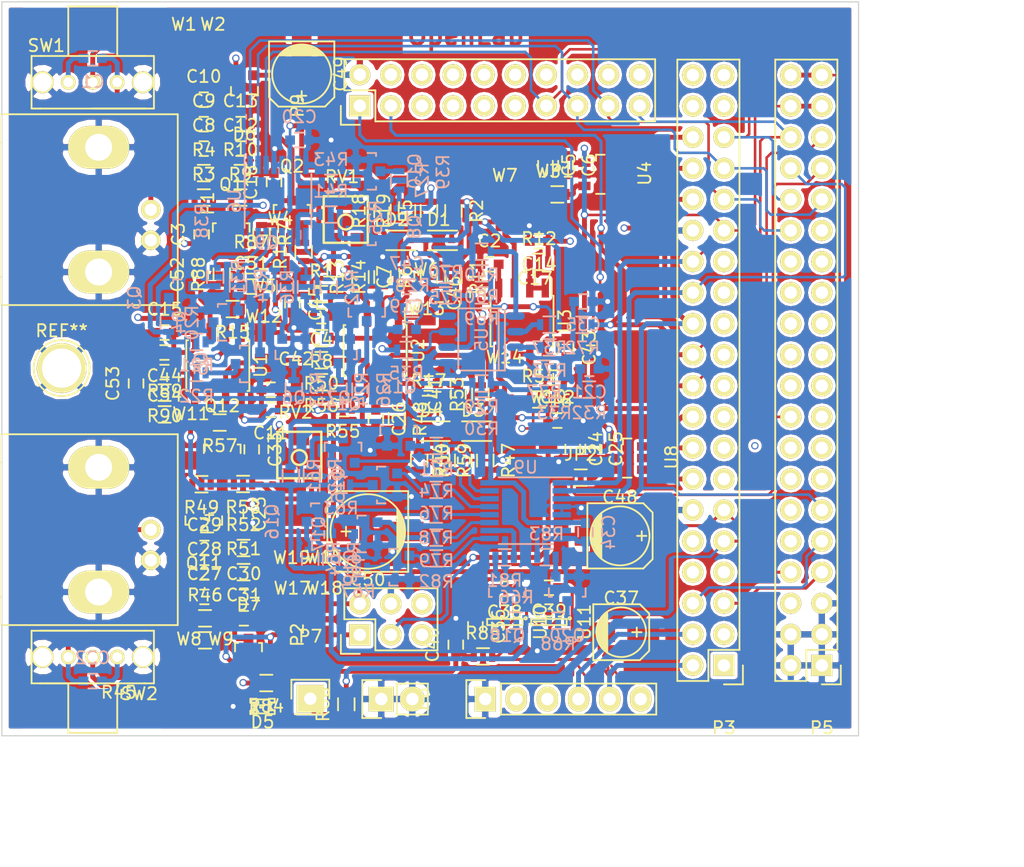
<source format=kicad_pcb>
(kicad_pcb (version 4) (host pcbnew 4.0.3-stable)
  (layers (0 F.Cu signal hide) (1 In1.Cu power hide) (2 In2.Cu signal hide) (31 B.Cu signal) (34 B.Paste user) (35 F.Paste user) (36 B.SilkS user) (37 F.SilkS user) (38 B.Mask user) (39 F.Mask user) (44 Edge.Cuts user))
  (net 0 "")
  (net 1 "Net-(C1-Pad1)")
  (net 2 "Net-(C1-Pad2)")
  (net 3 GND)
  (net 4 -5V)
  (net 5 +5V)
  (net 6 "Net-(C4-Pad1)")
  (net 7 +3.3V)
  (net 8 "Net-(C7-Pad1)")
  (net 9 "Net-(C7-Pad2)")
  (net 10 "Net-(C10-Pad1)")
  (net 11 "Net-(C10-Pad2)")
  (net 12 /uC_ADC_CH0)
  (net 13 "Net-(C17-Pad1)")
  (net 14 "Net-(C19-Pad1)")
  (net 15 "Net-(C21-Pad1)")
  (net 16 "Net-(C22-Pad1)")
  (net 17 "Net-(C22-Pad2)")
  (net 18 "Net-(C26-Pad1)")
  (net 19 "Net-(C26-Pad2)")
  (net 20 "Net-(C27-Pad1)")
  (net 21 "Net-(C27-Pad2)")
  (net 22 /uC_ADC_CH1)
  (net 23 "Net-(C35-Pad1)")
  (net 24 "Net-(C37-Pad2)")
  (net 25 "Net-(C38-Pad1)")
  (net 26 "Net-(C38-Pad2)")
  (net 27 "Net-(C39-Pad1)")
  (net 28 "Net-(C39-Pad2)")
  (net 29 "Net-(D1-Pad1)")
  (net 30 "Net-(D1-Pad2)")
  (net 31 "Net-(D2-Pad1)")
  (net 32 "Net-(D3-Pad1)")
  (net 33 "Net-(D3-Pad2)")
  (net 34 "Net-(D4-Pad1)")
  (net 35 "Net-(D5-Pad1)")
  (net 36 "Net-(JP1-Pad2)")
  (net 37 "Net-(JP2-Pad2)")
  (net 38 /TRIG_OUT_0)
  (net 39 /TRIG_OUT_1)
  (net 40 /TRIG_PWM_1)
  (net 41 /PROBE_COMP)
  (net 42 /SPI_ADC_0_CS)
  (net 43 /SPI_ADC_0_SDO)
  (net 44 /SPI_ADC_0_SCLK)
  (net 45 /UART_TxD)
  (net 46 /UART_RxD)
  (net 47 /SPI_ADC_1_CS)
  (net 48 /AMP_SEL1_A0)
  (net 49 /SPI_ADC_1_SDO)
  (net 50 /AMP_SEL1_A1)
  (net 51 /SPI_ADC_1_SCLK)
  (net 52 /AMP_SEL1_A2)
  (net 53 /AMP_SEL0_A0)
  (net 54 /AMP_SEL0_A1)
  (net 55 /AMP_SEL0_A2)
  (net 56 /TRIG_PWM_0)
  (net 57 "Net-(P7-Pad1)")
  (net 58 "Net-(Q1-Pad2)")
  (net 59 "Net-(Q2-Pad1)")
  (net 60 "Net-(Q2-Pad2)")
  (net 61 "Net-(Q3-Pad1)")
  (net 62 "Net-(Q3-Pad3)")
  (net 63 "Net-(Q4-Pad1)")
  (net 64 "Net-(Q4-Pad3)")
  (net 65 "Net-(Q5-Pad1)")
  (net 66 "Net-(Q5-Pad3)")
  (net 67 "Net-(Q6-Pad1)")
  (net 68 "Net-(Q6-Pad3)")
  (net 69 "Net-(Q7-Pad1)")
  (net 70 "Net-(Q7-Pad3)")
  (net 71 "Net-(Q8-Pad1)")
  (net 72 "Net-(Q8-Pad3)")
  (net 73 "Net-(Q9-Pad1)")
  (net 74 "Net-(Q9-Pad3)")
  (net 75 "Net-(Q10-Pad1)")
  (net 76 "Net-(Q10-Pad3)")
  (net 77 "Net-(Q11-Pad2)")
  (net 78 "Net-(Q12-Pad1)")
  (net 79 "Net-(Q12-Pad2)")
  (net 80 "Net-(Q13-Pad1)")
  (net 81 "Net-(Q13-Pad3)")
  (net 82 "Net-(Q14-Pad1)")
  (net 83 "Net-(Q14-Pad3)")
  (net 84 "Net-(Q15-Pad1)")
  (net 85 "Net-(Q15-Pad3)")
  (net 86 "Net-(Q16-Pad1)")
  (net 87 "Net-(Q16-Pad3)")
  (net 88 "Net-(Q17-Pad1)")
  (net 89 "Net-(Q17-Pad3)")
  (net 90 "Net-(Q18-Pad1)")
  (net 91 "Net-(Q18-Pad3)")
  (net 92 "Net-(Q19-Pad1)")
  (net 93 "Net-(Q19-Pad3)")
  (net 94 "Net-(Q20-Pad1)")
  (net 95 "Net-(Q20-Pad3)")
  (net 96 "Net-(R15-Pad1)")
  (net 97 "Net-(R12-Pad1)")
  (net 98 "Net-(R13-Pad1)")
  (net 99 "Net-(R15-Pad2)")
  (net 100 "Net-(R16-Pad1)")
  (net 101 "Net-(R29-Pad1)")
  (net 102 "Net-(R29-Pad2)")
  (net 103 "Net-(R31-Pad2)")
  (net 104 "Net-(R34-Pad2)")
  (net 105 "Net-(R36-Pad2)")
  (net 106 "Net-(R37-Pad1)")
  (net 107 "Net-(R38-Pad2)")
  (net 108 "Net-(R39-Pad2)")
  (net 109 "Net-(R41-Pad2)")
  (net 110 "Net-(R42-Pad2)")
  (net 111 "Net-(R43-Pad2)")
  (net 112 "Net-(R50-Pad2)")
  (net 113 "Net-(R54-Pad1)")
  (net 114 "Net-(R55-Pad1)")
  (net 115 "Net-(R57-Pad2)")
  (net 116 "Net-(R58-Pad1)")
  (net 117 "Net-(R69-Pad1)")
  (net 118 "Net-(R69-Pad2)")
  (net 119 "Net-(R71-Pad2)")
  (net 120 "Net-(R74-Pad2)")
  (net 121 "Net-(R76-Pad2)")
  (net 122 "Net-(R77-Pad1)")
  (net 123 "Net-(R78-Pad2)")
  (net 124 "Net-(R79-Pad2)")
  (net 125 "Net-(R81-Pad2)")
  (net 126 "Net-(R82-Pad2)")
  (net 127 "Net-(R83-Pad2)")
  (net 128 "Net-(C51-Pad1)")
  (net 129 "Net-(C52-Pad1)")
  (net 130 "Net-(C53-Pad1)")
  (net 131 "Net-(C54-Pad1)")
  (module Capacitors_SMD:C_0603 (layer B.Cu) (at 58.92165 34.62147)
    (fp_text reference C1 (at 0 1.9) (layer B.SilkS) (effects (justify mirror)))
    (fp_text value 47n)
    (pad 1 smd rect (at -0.75 0) (size 0.8 0.75) (layers B.Cu B.Paste B.Mask) (net 1 "Net-(C1-Pad1)"))
    (pad 2 smd rect (at 0.75 0) (size 0.8 0.75) (layers B.Cu B.Paste B.Mask) (net 2 "Net-(C1-Pad2)"))
  )
  (module Capacitors_SMD:C_0603 (layer F.Cu) (at 91.34348 51.45024)
    (fp_text reference C2 (at 0 -1.9) (layer F.SilkS))
    (fp_text value 100n)
    (pad 1 smd rect (at -0.75 0) (size 0.8 0.75) (layers F.Cu F.Paste F.Mask) (net 3 GND))
    (pad 2 smd rect (at 0.75 0) (size 0.8 0.75) (layers F.Cu F.Paste F.Mask) (net 4 -5V))
  )
  (module Capacitors_SMD:C_0603 (layer F.Cu) (at 67.82092 49.01184 90)
    (fp_text reference C3 (at 0 -1.9 90) (layer F.SilkS))
    (fp_text value 100n)
    (pad 1 smd rect (at -0.75 0 90) (size 0.8 0.75) (layers F.Cu F.Paste F.Mask) (net 5 +5V))
    (pad 2 smd rect (at 0.75 0 90) (size 0.8 0.75) (layers F.Cu F.Paste F.Mask) (net 3 GND))
  )
  (module Capacitors_SMD:C_0603 (layer F.Cu) (at 77.6 55.7 180)
    (fp_text reference C4 (at 0 -1.9 180) (layer F.SilkS))
    (fp_text value 100n)
    (pad 1 smd rect (at -0.75 0 180) (size 0.8 0.75) (layers F.Cu F.Paste F.Mask) (net 6 "Net-(C4-Pad1)"))
    (pad 2 smd rect (at 0.75 0 180) (size 0.8 0.75) (layers F.Cu F.Paste F.Mask) (net 3 GND))
  )
  (module Capacitors_SMD:C_0603 (layer F.Cu) (at 95.91888 43.34764 270)
    (fp_text reference C5 (at 0 -1.9 270) (layer F.SilkS))
    (fp_text value 1u)
    (pad 1 smd rect (at -0.75 0 270) (size 0.8 0.75) (layers F.Cu F.Paste F.Mask) (net 7 +3.3V))
    (pad 2 smd rect (at 0.75 0 270) (size 0.8 0.75) (layers F.Cu F.Paste F.Mask) (net 3 GND))
  )
  (module Capacitors_SMD:C_0603 (layer F.Cu) (at 97.55464 43.34764 270)
    (fp_text reference C6 (at 0 -1.9 270) (layer F.SilkS))
    (fp_text value 100n)
    (pad 1 smd rect (at -0.75 0 270) (size 0.8 0.75) (layers F.Cu F.Paste F.Mask) (net 7 +3.3V))
    (pad 2 smd rect (at 0.75 0 270) (size 0.8 0.75) (layers F.Cu F.Paste F.Mask) (net 3 GND))
  )
  (module Capacitors_SMD:C_0603 (layer F.Cu) (at 84.6 52.5 90)
    (fp_text reference C7 (at 0 -1.9 90) (layer F.SilkS))
    (fp_text value 22p)
    (pad 1 smd rect (at -0.75 0 90) (size 0.8 0.75) (layers F.Cu F.Paste F.Mask) (net 8 "Net-(C7-Pad1)"))
    (pad 2 smd rect (at 0.75 0 90) (size 0.8 0.75) (layers F.Cu F.Paste F.Mask) (net 9 "Net-(C7-Pad2)"))
  )
  (module Capacitors_SMD:C_0603 (layer F.Cu) (at 68 42)
    (fp_text reference C8 (at 0 -1.9) (layer F.SilkS))
    (fp_text value 10p)
    (pad 1 smd rect (at -0.75 0) (size 0.8 0.75) (layers F.Cu F.Paste F.Mask) (net 10 "Net-(C10-Pad1)"))
    (pad 2 smd rect (at 0.75 0) (size 0.8 0.75) (layers F.Cu F.Paste F.Mask) (net 11 "Net-(C10-Pad2)"))
  )
  (module Capacitors_SMD:C_0603 (layer F.Cu) (at 68 40)
    (fp_text reference C9 (at 0 -1.9) (layer F.SilkS))
    (fp_text value 10p)
    (pad 1 smd rect (at -0.75 0) (size 0.8 0.75) (layers F.Cu F.Paste F.Mask) (net 10 "Net-(C10-Pad1)"))
    (pad 2 smd rect (at 0.75 0) (size 0.8 0.75) (layers F.Cu F.Paste F.Mask) (net 11 "Net-(C10-Pad2)"))
  )
  (module Capacitors_SMD:C_0603 (layer F.Cu) (at 68 38)
    (fp_text reference C10 (at 0 -1.9) (layer F.SilkS))
    (fp_text value 15p)
    (pad 1 smd rect (at -0.75 0) (size 0.8 0.75) (layers F.Cu F.Paste F.Mask) (net 10 "Net-(C10-Pad1)"))
    (pad 2 smd rect (at 0.75 0) (size 0.8 0.75) (layers F.Cu F.Paste F.Mask) (net 11 "Net-(C10-Pad2)"))
  )
  (module Capacitors_SMD:C_0603 (layer F.Cu) (at 73.47204 63.34506 180)
    (fp_text reference C11 (at 0 -1.9 180) (layer F.SilkS))
    (fp_text value 100n)
    (pad 1 smd rect (at -0.75 0 180) (size 0.8 0.75) (layers F.Cu F.Paste F.Mask) (net 3 GND))
    (pad 2 smd rect (at 0.75 0 180) (size 0.8 0.75) (layers F.Cu F.Paste F.Mask) (net 5 +5V))
  )
  (module Capacitors_SMD:C_0603 (layer F.Cu) (at 71 42)
    (fp_text reference C12 (at 0 -1.9) (layer F.SilkS))
    (fp_text value 10p)
    (pad 1 smd rect (at -0.75 0) (size 0.8 0.75) (layers F.Cu F.Paste F.Mask) (net 11 "Net-(C10-Pad2)"))
    (pad 2 smd rect (at 0.75 0) (size 0.8 0.75) (layers F.Cu F.Paste F.Mask) (net 3 GND))
  )
  (module Capacitors_SMD:C_0603 (layer F.Cu) (at 71 40)
    (fp_text reference C13 (at 0 -1.9) (layer F.SilkS))
    (fp_text value 15p)
    (pad 1 smd rect (at -0.75 0) (size 0.8 0.75) (layers F.Cu F.Paste F.Mask) (net 11 "Net-(C10-Pad2)"))
    (pad 2 smd rect (at 0.75 0) (size 0.8 0.75) (layers F.Cu F.Paste F.Mask) (net 3 GND))
  )
  (module Capacitors_SMD:C_0603 (layer F.Cu) (at 95.38716 49.5681 180)
    (fp_text reference C14 (at 0 -1.9 180) (layer F.SilkS))
    (fp_text value 10p)
    (pad 1 smd rect (at -0.75 0 180) (size 0.8 0.75) (layers F.Cu F.Paste F.Mask) (net 12 /uC_ADC_CH0))
    (pad 2 smd rect (at 0.75 0 180) (size 0.8 0.75) (layers F.Cu F.Paste F.Mask) (net 3 GND))
  )
  (module Capacitors_SMD:C_0603 (layer F.Cu) (at 64.80048 57.0357)
    (fp_text reference C15 (at 0 -1.9) (layer F.SilkS))
    (fp_text value 100n)
    (pad 1 smd rect (at -0.75 0) (size 0.8 0.75) (layers F.Cu F.Paste F.Mask) (net 3 GND))
    (pad 2 smd rect (at 0.75 0) (size 0.8 0.75) (layers F.Cu F.Paste F.Mask) (net 4 -5V))
  )
  (module Capacitors_SMD:C_0603 (layer F.Cu) (at 96.66351 60.72759 180)
    (fp_text reference C16 (at 0 -1.9 180) (layer F.SilkS))
    (fp_text value 100n)
    (pad 1 smd rect (at -0.75 0 180) (size 0.8 0.75) (layers F.Cu F.Paste F.Mask) (net 3 GND))
    (pad 2 smd rect (at 0.75 0 180) (size 0.8 0.75) (layers F.Cu F.Paste F.Mask) (net 5 +5V))
  )
  (module Capacitors_SMD:C_0603 (layer F.Cu) (at 86.36583 61.19622)
    (fp_text reference C17 (at 8.67608 -8.5936) (layer F.SilkS))
    (fp_text value 100n)
    (pad 1 smd rect (at -0.75 0) (size 0.8 0.75) (layers F.Cu F.Paste F.Mask) (net 13 "Net-(C17-Pad1)"))
    (pad 2 smd rect (at 0.75 0) (size 0.8 0.75) (layers F.Cu F.Paste F.Mask) (net 3 GND))
  )
  (module Capacitors_SMD:C_0603 (layer F.Cu) (at 73.74166 44.74464 90)
    (fp_text reference C18 (at 0 -1.9 90) (layer F.SilkS))
    (fp_text value 100n)
    (pad 1 smd rect (at -0.75 0 90) (size 0.8 0.75) (layers F.Cu F.Paste F.Mask) (net 4 -5V))
    (pad 2 smd rect (at 0.75 0 90) (size 0.8 0.75) (layers F.Cu F.Paste F.Mask) (net 3 GND))
  )
  (module Capacitors_SMD:C_0603 (layer B.Cu) (at 84.59343 56.78424 180)
    (fp_text reference C19 (at 0 1.9 180) (layer B.SilkS) (effects (justify mirror)))
    (fp_text value 100n)
    (pad 1 smd rect (at -0.75 0 180) (size 0.8 0.75) (layers B.Cu B.Paste B.Mask) (net 14 "Net-(C19-Pad1)"))
    (pad 2 smd rect (at 0.75 0 180) (size 0.8 0.75) (layers B.Cu B.Paste B.Mask) (net 3 GND))
  )
  (module Capacitors_SMD:C_0603 (layer B.Cu) (at 75.8 41.3 180)
    (fp_text reference C20 (at 0 1.9 180) (layer B.SilkS) (effects (justify mirror)))
    (fp_text value 100n)
    (pad 1 smd rect (at -0.75 0 180) (size 0.8 0.75) (layers B.Cu B.Paste B.Mask) (net 3 GND))
    (pad 2 smd rect (at 0.75 0 180) (size 0.8 0.75) (layers B.Cu B.Paste B.Mask) (net 7 +3.3V))
  )
  (module Capacitors_SMD:C_0603 (layer B.Cu) (at 99.5 60)
    (fp_text reference C21 (at 0 1.9) (layer B.SilkS) (effects (justify mirror)))
    (fp_text value 470n)
    (pad 1 smd rect (at -0.75 0) (size 0.8 0.75) (layers B.Cu B.Paste B.Mask) (net 15 "Net-(C21-Pad1)"))
    (pad 2 smd rect (at 0.75 0) (size 0.8 0.75) (layers B.Cu B.Paste B.Mask) (net 3 GND))
  )
  (module Capacitors_SMD:C_0603 (layer B.Cu) (at 58.92165 85.53069 180)
    (fp_text reference C22 (at 0 1.9 180) (layer B.SilkS) (effects (justify mirror)))
    (fp_text value 47n)
    (pad 1 smd rect (at -0.75 0 180) (size 0.8 0.75) (layers B.Cu B.Paste B.Mask) (net 16 "Net-(C22-Pad1)"))
    (pad 2 smd rect (at 0.75 0 180) (size 0.8 0.75) (layers B.Cu B.Paste B.Mask) (net 17 "Net-(C22-Pad2)"))
  )
  (module Capacitors_SMD:C_0603 (layer F.Cu) (at 70.63765 71.86021 270)
    (fp_text reference C23 (at 0 -1.9 270) (layer F.SilkS))
    (fp_text value 100n)
    (pad 1 smd rect (at -0.75 0 270) (size 0.8 0.75) (layers F.Cu F.Paste F.Mask) (net 5 +5V))
    (pad 2 smd rect (at 0.75 0 270) (size 0.8 0.75) (layers F.Cu F.Paste F.Mask) (net 3 GND))
  )
  (module Capacitors_SMD:C_0603 (layer F.Cu) (at 98.1455 66.54764 270)
    (fp_text reference C24 (at 0 -1.9 270) (layer F.SilkS))
    (fp_text value 1u)
    (pad 1 smd rect (at -0.75 0 270) (size 0.8 0.75) (layers F.Cu F.Paste F.Mask) (net 7 +3.3V))
    (pad 2 smd rect (at 0.75 0 270) (size 0.8 0.75) (layers F.Cu F.Paste F.Mask) (net 3 GND))
  )
  (module Capacitors_SMD:C_0603 (layer F.Cu) (at 99.77364 66.54256 270)
    (fp_text reference C25 (at 0 -1.9 270) (layer F.SilkS))
    (fp_text value 100n)
    (pad 1 smd rect (at -0.75 0 270) (size 0.8 0.75) (layers F.Cu F.Paste F.Mask) (net 7 +3.3V))
    (pad 2 smd rect (at 0.75 0 270) (size 0.8 0.75) (layers F.Cu F.Paste F.Mask) (net 3 GND))
  )
  (module Capacitors_SMD:C_0603 (layer F.Cu) (at 82.05672 64.09944 270)
    (fp_text reference C26 (at 0 -1.9 270) (layer F.SilkS))
    (fp_text value 22p)
    (pad 1 smd rect (at -0.75 0 270) (size 0.8 0.75) (layers F.Cu F.Paste F.Mask) (net 18 "Net-(C26-Pad1)"))
    (pad 2 smd rect (at 0.75 0 270) (size 0.8 0.75) (layers F.Cu F.Paste F.Mask) (net 19 "Net-(C26-Pad2)"))
  )
  (module Capacitors_SMD:C_0603 (layer F.Cu) (at 68.05 78.65)
    (fp_text reference C27 (at 0 -1.9) (layer F.SilkS))
    (fp_text value 10p)
    (pad 1 smd rect (at -0.75 0) (size 0.8 0.75) (layers F.Cu F.Paste F.Mask) (net 20 "Net-(C27-Pad1)"))
    (pad 2 smd rect (at 0.75 0) (size 0.8 0.75) (layers F.Cu F.Paste F.Mask) (net 21 "Net-(C27-Pad2)"))
  )
  (module Capacitors_SMD:C_0603 (layer F.Cu) (at 68.05 76.65)
    (fp_text reference C28 (at 0 -1.9) (layer F.SilkS))
    (fp_text value 10p)
    (pad 1 smd rect (at -0.75 0) (size 0.8 0.75) (layers F.Cu F.Paste F.Mask) (net 20 "Net-(C27-Pad1)"))
    (pad 2 smd rect (at 0.75 0) (size 0.8 0.75) (layers F.Cu F.Paste F.Mask) (net 21 "Net-(C27-Pad2)"))
  )
  (module Capacitors_SMD:C_0603 (layer F.Cu) (at 68.05 74.65)
    (fp_text reference C29 (at 0 -1.9) (layer F.SilkS))
    (fp_text value 15p)
    (pad 1 smd rect (at -0.75 0) (size 0.8 0.75) (layers F.Cu F.Paste F.Mask) (net 20 "Net-(C27-Pad1)"))
    (pad 2 smd rect (at 0.75 0) (size 0.8 0.75) (layers F.Cu F.Paste F.Mask) (net 21 "Net-(C27-Pad2)"))
  )
  (module Capacitors_SMD:C_0603 (layer F.Cu) (at 71.2724 78.65364)
    (fp_text reference C30 (at 0 -1.9) (layer F.SilkS))
    (fp_text value 10p)
    (pad 1 smd rect (at -0.75 0) (size 0.8 0.75) (layers F.Cu F.Paste F.Mask) (net 21 "Net-(C27-Pad2)"))
    (pad 2 smd rect (at 0.75 0) (size 0.8 0.75) (layers F.Cu F.Paste F.Mask) (net 3 GND))
  )
  (module Capacitors_SMD:C_0603 (layer F.Cu) (at 71.2724 80.39608)
    (fp_text reference C31 (at 0 -1.9) (layer F.SilkS))
    (fp_text value 15p)
    (pad 1 smd rect (at -0.75 0) (size 0.8 0.75) (layers F.Cu F.Paste F.Mask) (net 21 "Net-(C27-Pad2)"))
    (pad 2 smd rect (at 0.75 0) (size 0.8 0.75) (layers F.Cu F.Paste F.Mask) (net 3 GND))
  )
  (module Capacitors_SMD:C_0603 (layer F.Cu) (at 96.8883 64.22898)
    (fp_text reference C32 (at 0 -1.9) (layer F.SilkS))
    (fp_text value 10p)
    (pad 1 smd rect (at -0.75 0) (size 0.8 0.75) (layers F.Cu F.Paste F.Mask) (net 22 /uC_ADC_CH1))
    (pad 2 smd rect (at 0.75 0) (size 0.8 0.75) (layers F.Cu F.Paste F.Mask) (net 3 GND))
  )
  (module Capacitors_SMD:C_0603 (layer F.Cu) (at 71.91756 66.59118 270)
    (fp_text reference C33 (at 0 -1.9 270) (layer F.SilkS))
    (fp_text value 100n)
    (pad 1 smd rect (at -0.75 0 270) (size 0.8 0.75) (layers F.Cu F.Paste F.Mask) (net 4 -5V))
    (pad 2 smd rect (at 0.75 0 270) (size 0.8 0.75) (layers F.Cu F.Paste F.Mask) (net 3 GND))
  )
  (module Capacitors_SMD:C_0603 (layer B.Cu) (at 99.18606 73.35809 90)
    (fp_text reference C34 (at 0 1.9 90) (layer B.SilkS) (effects (justify mirror)))
    (fp_text value 100n)
    (pad 1 smd rect (at -0.75 0 90) (size 0.8 0.75) (layers B.Cu B.Paste B.Mask) (net 3 GND))
    (pad 2 smd rect (at 0.75 0 90) (size 0.8 0.75) (layers B.Cu B.Paste B.Mask) (net 7 +3.3V))
  )
  (module Capacitors_SMD:C_0603 (layer B.Cu) (at 99 54.5)
    (fp_text reference C35 (at 0 1.9) (layer B.SilkS) (effects (justify mirror)))
    (fp_text value 470n)
    (pad 1 smd rect (at -0.75 0) (size 0.8 0.75) (layers B.Cu B.Paste B.Mask) (net 23 "Net-(C35-Pad1)"))
    (pad 2 smd rect (at 0.75 0) (size 0.8 0.75) (layers B.Cu B.Paste B.Mask) (net 3 GND))
  )
  (module Capacitors_SMD:C_0603 (layer F.Cu) (at 90.19408 81.04576 270)
    (fp_text reference C36 (at 0 -1.9 270) (layer F.SilkS))
    (fp_text value 1uF)
    (pad 1 smd rect (at -0.75 0 270) (size 0.8 0.75) (layers F.Cu F.Paste F.Mask) (net 5 +5V))
    (pad 2 smd rect (at 0.75 0 270) (size 0.8 0.75) (layers F.Cu F.Paste F.Mask) (net 3 GND))
  )
  (module Capacitors_SMD:c_elec_4x5.3 (layer F.Cu) (at 102.108 81.534)
    (fp_text reference C37 (at 0 -2.794) (layer F.SilkS))
    (fp_text value 2µ2)
    (pad 1 smd rect (at 1.80086 0) (size 2.60096 1.6002) (layers F.Cu F.Paste F.Mask) (net 3 GND))
    (pad 2 smd rect (at -1.80086 0) (size 2.60096 1.6002) (layers F.Cu F.Paste F.Mask) (net 24 "Net-(C37-Pad2)"))
  )
  (module Capacitors_SMD:C_0603 (layer F.Cu) (at 92.57751 77.9807 180)
    (fp_text reference C38 (at 0 -1.9 180) (layer F.SilkS))
    (fp_text value 1uF)
    (pad 1 smd rect (at -0.75 0 180) (size 0.8 0.75) (layers F.Cu F.Paste F.Mask) (net 25 "Net-(C38-Pad1)"))
    (pad 2 smd rect (at 0.75 0 180) (size 0.8 0.75) (layers F.Cu F.Paste F.Mask) (net 26 "Net-(C38-Pad2)"))
  )
  (module Capacitors_SMD:C_0603 (layer F.Cu) (at 96.2 77.9 180)
    (fp_text reference C39 (at 0 -1.9 180) (layer F.SilkS))
    (fp_text value 1uF)
    (pad 1 smd rect (at -0.75 0 180) (size 0.8 0.75) (layers F.Cu F.Paste F.Mask) (net 27 "Net-(C39-Pad1)"))
    (pad 2 smd rect (at 0.75 0 180) (size 0.8 0.75) (layers F.Cu F.Paste F.Mask) (net 28 "Net-(C39-Pad2)"))
  )
  (module Capacitors_SMD:C_0603 (layer F.Cu) (at 88.59012 82.55508 90)
    (fp_text reference C40 (at 0 -1.9 90) (layer F.SilkS))
    (fp_text value 100n)
    (pad 1 smd rect (at -0.75 0 90) (size 0.8 0.75) (layers F.Cu F.Paste F.Mask) (net 4 -5V))
    (pad 2 smd rect (at 0.75 0 90) (size 0.8 0.75) (layers F.Cu F.Paste F.Mask) (net 3 GND))
  )
  (module Capacitors_SMD:C_0603 (layer F.Cu) (at 88.8 62.1 90)
    (fp_text reference C41 (at 0 -1.9 90) (layer F.SilkS))
    (fp_text value 1µ)
    (pad 1 smd rect (at -0.75 0 90) (size 0.8 0.75) (layers F.Cu F.Paste F.Mask) (net 5 +5V))
    (pad 2 smd rect (at 0.75 0 90) (size 0.8 0.75) (layers F.Cu F.Paste F.Mask) (net 3 GND))
  )
  (module Capacitors_SMD:C_0603 (layer F.Cu) (at 73.46442 61.71438)
    (fp_text reference C42 (at 2.07596 -2.52452) (layer F.SilkS))
    (fp_text value 1µ)
    (pad 1 smd rect (at -0.75 0) (size 0.8 0.75) (layers F.Cu F.Paste F.Mask) (net 5 +5V))
    (pad 2 smd rect (at 0.75 0) (size 0.8 0.75) (layers F.Cu F.Paste F.Mask) (net 3 GND))
  )
  (module Capacitors_SMD:C_0603 (layer F.Cu) (at 97.6 58.3 270)
    (fp_text reference C43 (at 0 -1.9 270) (layer F.SilkS))
    (fp_text value 1uF)
    (pad 1 smd rect (at -0.75 0 270) (size 0.8 0.75) (layers F.Cu F.Paste F.Mask) (net 5 +5V))
    (pad 2 smd rect (at 0.75 0 270) (size 0.8 0.75) (layers F.Cu F.Paste F.Mask) (net 3 GND))
  )
  (module Capacitors_SMD:C_0603 (layer F.Cu) (at 64.78524 58.66638 180)
    (fp_text reference C44 (at 0 -1.9 180) (layer F.SilkS))
    (fp_text value 1uF)
    (pad 1 smd rect (at -0.75 0 180) (size 0.8 0.75) (layers F.Cu F.Paste F.Mask) (net 4 -5V))
    (pad 2 smd rect (at 0.75 0 180) (size 0.8 0.75) (layers F.Cu F.Paste F.Mask) (net 3 GND))
  )
  (module Capacitors_SMD:C_0603 (layer F.Cu) (at 75.23988 54.65064 270)
    (fp_text reference C45 (at 0 -1.9 270) (layer F.SilkS))
    (fp_text value 1uF)
    (pad 1 smd rect (at -0.75 0 270) (size 0.8 0.75) (layers F.Cu F.Paste F.Mask) (net 4 -5V))
    (pad 2 smd rect (at 0.75 0 270) (size 0.8 0.75) (layers F.Cu F.Paste F.Mask) (net 3 GND))
  )
  (module Capacitors_SMD:C_0603 (layer F.Cu) (at 90.36558 53.80482 90)
    (fp_text reference C46 (at 0 -1.9 90) (layer F.SilkS))
    (fp_text value 1uF)
    (pad 1 smd rect (at -0.75 0 90) (size 0.8 0.75) (layers F.Cu F.Paste F.Mask) (net 4 -5V))
    (pad 2 smd rect (at 0.75 0 90) (size 0.8 0.75) (layers F.Cu F.Paste F.Mask) (net 3 GND))
  )
  (module Capacitors_SMD:C_0603 (layer B.Cu) (at 84.6 53.3 180)
    (fp_text reference C47 (at 0 1.9 180) (layer B.SilkS) (effects (justify mirror)))
    (fp_text value 1uF)
    (pad 1 smd rect (at -0.75 0 180) (size 0.8 0.75) (layers B.Cu B.Paste B.Mask) (net 7 +3.3V))
    (pad 2 smd rect (at 0.75 0 180) (size 0.8 0.75) (layers B.Cu B.Paste B.Mask) (net 3 GND))
  )
  (module Capacitors_SMD:c_elec_5x5.3 (layer F.Cu) (at 102.0064 73.66)
    (fp_text reference C48 (at 0 -3.175) (layer F.SilkS))
    (fp_text value 10µ)
    (pad 1 smd rect (at 2.19964 0) (size 2.99974 1.6002) (layers F.Cu F.Paste F.Mask) (net 5 +5V))
    (pad 2 smd rect (at -2.19964 0) (size 2.99974 1.6002) (layers F.Cu F.Paste F.Mask) (net 3 GND))
  )
  (module Capacitors_SMD:c_elec_5x5.3 (layer F.Cu) (at 76 35.9 270)
    (fp_text reference C49 (at 0 -3.175 270) (layer F.SilkS))
    (fp_text value 10µ)
    (pad 1 smd rect (at 2.19964 0 270) (size 2.99974 1.6002) (layers F.Cu F.Paste F.Mask) (net 7 +3.3V))
    (pad 2 smd rect (at -2.19964 0 270) (size 2.99974 1.6002) (layers F.Cu F.Paste F.Mask) (net 3 GND))
  )
  (module Capacitors_SMD:c_elec_6.3x5.8 (layer F.Cu) (at 81.4 73.3 180)
    (fp_text reference C50 (at 0 -3.937 180) (layer F.SilkS))
    (fp_text value 100µ)
    (pad 1 smd rect (at 2.75082 0 180) (size 3.59918 1.6002) (layers F.Cu F.Paste F.Mask) (net 5 +5V))
    (pad 2 smd rect (at -2.75082 0 180) (size 3.59918 1.6002) (layers F.Cu F.Paste F.Mask) (net 3 GND))
  )
  (module Diodes_SMD:SOD-323 (layer F.Cu) (at 87.2 49.5)
    (fp_text reference D1 (at 0 -1.7) (layer F.SilkS))
    (fp_text value D)
    (pad 1 smd rect (at -1.055 0) (size 0.59 0.45) (layers F.Cu F.Paste F.Mask) (net 29 "Net-(D1-Pad1)"))
    (pad 2 smd rect (at 1.055 0) (size 0.59 0.45) (layers F.Cu F.Paste F.Mask) (net 30 "Net-(D1-Pad2)"))
  )
  (module Diodes_SMD:SOD-323 (layer F.Cu) (at 83.8 49.5)
    (fp_text reference D2 (at 0 -1.7) (layer F.SilkS))
    (fp_text value D)
    (pad 1 smd rect (at -1.055 0) (size 0.59 0.45) (layers F.Cu F.Paste F.Mask) (net 31 "Net-(D2-Pad1)"))
    (pad 2 smd rect (at 1.055 0) (size 0.59 0.45) (layers F.Cu F.Paste F.Mask) (net 29 "Net-(D1-Pad1)"))
  )
  (module Diodes_SMD:SOD-323 (layer F.Cu) (at 90 65.1)
    (fp_text reference D3 (at 0 -1.7) (layer F.SilkS))
    (fp_text value D)
    (pad 1 smd rect (at -1.055 0) (size 0.59 0.45) (layers F.Cu F.Paste F.Mask) (net 32 "Net-(D3-Pad1)"))
    (pad 2 smd rect (at 1.055 0) (size 0.59 0.45) (layers F.Cu F.Paste F.Mask) (net 33 "Net-(D3-Pad2)"))
  )
  (module Diodes_SMD:SOD-323 (layer F.Cu) (at 86.6 65.1)
    (fp_text reference D4 (at 0 -1.7) (layer F.SilkS))
    (fp_text value D)
    (pad 1 smd rect (at -1.055 0) (size 0.59 0.45) (layers F.Cu F.Paste F.Mask) (net 34 "Net-(D4-Pad1)"))
    (pad 2 smd rect (at 1.055 0) (size 0.59 0.45) (layers F.Cu F.Paste F.Mask) (net 32 "Net-(D3-Pad1)"))
  )
  (module LEDs:LED-0805 (layer F.Cu) (at 72.8 87.6 180)
    (fp_text reference D5 (at 0 -1.27 180) (layer F.SilkS))
    (fp_text value LED)
    (pad 1 smd rect (at -1.04902 0 180) (size 1.19888 1.19888) (layers F.Cu F.Paste F.Mask) (net 35 "Net-(D5-Pad1)"))
    (pad 2 smd rect (at 1.04902 0 180) (size 1.19888 1.19888) (layers F.Cu F.Paste F.Mask) (net 3 GND))
  )
  (module Diodes_SMD:Diode_SOT23 (layer F.Cu) (at 71.3232 37.00272 180)
    (fp_text reference D6 (at 0 -3.81 180) (layer F.SilkS))
    (fp_text value BAV99)
    (pad 1 smd rect (at -0.70104 1.00076 180) (size 0.8001 0.8001) (layers F.Cu F.Paste F.Mask) (net 4 -5V))
    (pad 2 smd rect (at 0.70104 1.00076 180) (size 0.8001 0.8001) (layers F.Cu F.Paste F.Mask) (net 5 +5V))
    (pad 3 smd rect (at 0 -0.99822 180) (size 0.8001 0.8001) (layers F.Cu F.Paste F.Mask) (net 11 "Net-(C10-Pad2)"))
  )
  (module Diodes_SMD:Diode_SOT23 (layer F.Cu) (at 71.65467 83.06181)
    (fp_text reference D7 (at 0 -3.81) (layer F.SilkS))
    (fp_text value BAV99)
    (pad 1 smd rect (at -0.70104 1.00076) (size 0.8001 0.8001) (layers F.Cu F.Paste F.Mask) (net 4 -5V))
    (pad 2 smd rect (at 0.70104 1.00076) (size 0.8001 0.8001) (layers F.Cu F.Paste F.Mask) (net 5 +5V))
    (pad 3 smd rect (at 0 -0.99822) (size 0.8001 0.8001) (layers F.Cu F.Paste F.Mask) (net 21 "Net-(C27-Pad2)"))
  )
  (module Resistors_SMD:R_0603 (layer F.Cu) (at 96.8883 45.74286)
    (fp_text reference JP1 (at 0 -1.9) (layer F.SilkS))
    (fp_text value Jumper_NO_Small)
    (pad 1 smd rect (at -0.75 0) (size 0.5 0.9) (layers F.Cu F.Paste F.Mask) (net 12 /uC_ADC_CH0))
    (pad 2 smd rect (at 0.75 0) (size 0.5 0.9) (layers F.Cu F.Paste F.Mask) (net 36 "Net-(JP1-Pad2)"))
  )
  (module Resistors_SMD:R_0603 (layer F.Cu) (at 98.8 68.9)
    (fp_text reference JP2 (at 0 -1.9) (layer F.SilkS))
    (fp_text value Jumper_NO_Small)
    (pad 1 smd rect (at -0.75 0) (size 0.5 0.9) (layers F.Cu F.Paste F.Mask) (net 22 /uC_ADC_CH1))
    (pad 2 smd rect (at 0.75 0) (size 0.5 0.9) (layers F.Cu F.Paste F.Mask) (net 37 "Net-(JP2-Pad2)"))
  )
  (module Sockets_BNC:BNC_Socket_TYCO-AMP (layer F.Cu) (at 58.674 46.99 90)
    (fp_text reference P1 (at 0.508 9.652 90) (layer F.SilkS))
    (fp_text value BNC)
    (pad 2 thru_hole oval (at -5.09778 0.7366 90) (size 3.50012 5.00126) (drill 2.19964) (layers *.Cu *.Mask F.SilkS) (net 3 GND))
    (pad 2 thru_hole oval (at 5.10032 0.7366 90) (size 3.50012 5.00126) (drill 2.19964) (layers *.Cu *.Mask F.SilkS) (net 3 GND))
    (pad 1 thru_hole circle (at 0 5.00126 90) (size 1.6002 1.6002) (drill 1.00076) (layers *.Cu *.Mask F.SilkS) (net 2 "Net-(C1-Pad2)"))
    (pad 2 thru_hole circle (at -2.49936 5.00126 90) (size 1.6002 1.6002) (drill 1.00076) (layers *.Cu *.Mask F.SilkS) (net 3 GND))
  )
  (module Pin_Headers:Pin_Header_Straight_2x03 (layer F.Cu) (at 80.75 81.75 90)
    (fp_text reference P2 (at 0 -5.1 90) (layer F.SilkS))
    (fp_text value TIVA-C_BP2)
    (pad 1 thru_hole rect (at 0 0 90) (size 1.7272 1.7272) (drill 1.016) (layers *.Cu *.Mask F.SilkS) (net 7 +3.3V))
    (pad 2 thru_hole oval (at 2.54 0 90) (size 1.7272 1.7272) (drill 1.016) (layers *.Cu *.Mask F.SilkS) (net 5 +5V))
    (pad 3 thru_hole oval (at 0 2.54 90) (size 1.7272 1.7272) (drill 1.016) (layers *.Cu *.Mask F.SilkS) (net 22 /uC_ADC_CH1))
    (pad 4 thru_hole oval (at 2.54 2.54 90) (size 1.7272 1.7272) (drill 1.016) (layers *.Cu *.Mask F.SilkS) (net 3 GND))
    (pad 5 thru_hole oval (at 0 5.08 90) (size 1.7272 1.7272) (drill 1.016) (layers *.Cu *.Mask F.SilkS))
    (pad 6 thru_hole oval (at 2.54 5.08 90) (size 1.7272 1.7272) (drill 1.016) (layers *.Cu *.Mask F.SilkS) (net 12 /uC_ADC_CH0))
  )
  (module Pin_Headers:Pin_Header_Straight_2x20 (layer F.Cu) (at 110.5 84.25 180)
    (fp_text reference P3 (at 0 -5.1 180) (layer F.SilkS))
    (fp_text value DE0_Connector_GPIO1)
    (pad 1 thru_hole rect (at 0 0 180) (size 1.7272 1.7272) (drill 1.016) (layers *.Cu *.Mask F.SilkS))
    (pad 2 thru_hole oval (at 2.54 0 180) (size 1.7272 1.7272) (drill 1.016) (layers *.Cu *.Mask F.SilkS) (net 46 /UART_RxD))
    (pad 3 thru_hole oval (at 0 2.54 180) (size 1.7272 1.7272) (drill 1.016) (layers *.Cu *.Mask F.SilkS))
    (pad 4 thru_hole oval (at 2.54 2.54 180) (size 1.7272 1.7272) (drill 1.016) (layers *.Cu *.Mask F.SilkS) (net 45 /UART_TxD))
    (pad 5 thru_hole oval (at 0 5.08 180) (size 1.7272 1.7272) (drill 1.016) (layers *.Cu *.Mask F.SilkS) (net 38 /TRIG_OUT_0))
    (pad 6 thru_hole oval (at 2.54 5.08 180) (size 1.7272 1.7272) (drill 1.016) (layers *.Cu *.Mask F.SilkS) (net 39 /TRIG_OUT_1))
    (pad 7 thru_hole oval (at 0 7.62 180) (size 1.7272 1.7272) (drill 1.016) (layers *.Cu *.Mask F.SilkS))
    (pad 8 thru_hole oval (at 2.54 7.62 180) (size 1.7272 1.7272) (drill 1.016) (layers *.Cu *.Mask F.SilkS))
    (pad 9 thru_hole oval (at 0 10.16 180) (size 1.7272 1.7272) (drill 1.016) (layers *.Cu *.Mask F.SilkS) (net 41 /PROBE_COMP))
    (pad 10 thru_hole oval (at 2.54 10.16 180) (size 1.7272 1.7272) (drill 1.016) (layers *.Cu *.Mask F.SilkS))
    (pad 11 thru_hole oval (at 0 12.7 180) (size 1.7272 1.7272) (drill 1.016) (layers *.Cu *.Mask F.SilkS) (net 5 +5V))
    (pad 12 thru_hole oval (at 2.54 12.7 180) (size 1.7272 1.7272) (drill 1.016) (layers *.Cu *.Mask F.SilkS) (net 3 GND))
    (pad 13 thru_hole oval (at 0 15.24 180) (size 1.7272 1.7272) (drill 1.016) (layers *.Cu *.Mask F.SilkS))
    (pad 14 thru_hole oval (at 2.54 15.24 180) (size 1.7272 1.7272) (drill 1.016) (layers *.Cu *.Mask F.SilkS) (net 51 /SPI_ADC_1_SCLK))
    (pad 15 thru_hole oval (at 0 17.78 180) (size 1.7272 1.7272) (drill 1.016) (layers *.Cu *.Mask F.SilkS))
    (pad 16 thru_hole oval (at 2.54 17.78 180) (size 1.7272 1.7272) (drill 1.016) (layers *.Cu *.Mask F.SilkS) (net 49 /SPI_ADC_1_SDO))
    (pad 17 thru_hole oval (at 0 20.32 180) (size 1.7272 1.7272) (drill 1.016) (layers *.Cu *.Mask F.SilkS))
    (pad 18 thru_hole oval (at 2.54 20.32 180) (size 1.7272 1.7272) (drill 1.016) (layers *.Cu *.Mask F.SilkS) (net 47 /SPI_ADC_1_CS))
    (pad 19 thru_hole oval (at 0 22.86 180) (size 1.7272 1.7272) (drill 1.016) (layers *.Cu *.Mask F.SilkS))
    (pad 20 thru_hole oval (at 2.54 22.86 180) (size 1.7272 1.7272) (drill 1.016) (layers *.Cu *.Mask F.SilkS) (net 56 /TRIG_PWM_0))
    (pad 21 thru_hole oval (at 0 25.4 180) (size 1.7272 1.7272) (drill 1.016) (layers *.Cu *.Mask F.SilkS))
    (pad 22 thru_hole oval (at 2.54 25.4 180) (size 1.7272 1.7272) (drill 1.016) (layers *.Cu *.Mask F.SilkS) (net 40 /TRIG_PWM_1))
    (pad 23 thru_hole oval (at 0 27.94 180) (size 1.7272 1.7272) (drill 1.016) (layers *.Cu *.Mask F.SilkS))
    (pad 24 thru_hole oval (at 2.54 27.94 180) (size 1.7272 1.7272) (drill 1.016) (layers *.Cu *.Mask F.SilkS) (net 52 /AMP_SEL1_A2))
    (pad 25 thru_hole oval (at 0 30.48 180) (size 1.7272 1.7272) (drill 1.016) (layers *.Cu *.Mask F.SilkS))
    (pad 26 thru_hole oval (at 2.54 30.48 180) (size 1.7272 1.7272) (drill 1.016) (layers *.Cu *.Mask F.SilkS) (net 50 /AMP_SEL1_A1))
    (pad 27 thru_hole oval (at 0 33.02 180) (size 1.7272 1.7272) (drill 1.016) (layers *.Cu *.Mask F.SilkS))
    (pad 28 thru_hole oval (at 2.54 33.02 180) (size 1.7272 1.7272) (drill 1.016) (layers *.Cu *.Mask F.SilkS) (net 48 /AMP_SEL1_A0))
    (pad 29 thru_hole oval (at 0 35.56 180) (size 1.7272 1.7272) (drill 1.016) (layers *.Cu *.Mask F.SilkS) (net 7 +3.3V))
    (pad 30 thru_hole oval (at 2.54 35.56 180) (size 1.7272 1.7272) (drill 1.016) (layers *.Cu *.Mask F.SilkS) (net 3 GND))
    (pad 31 thru_hole oval (at 0 38.1 180) (size 1.7272 1.7272) (drill 1.016) (layers *.Cu *.Mask F.SilkS) (net 53 /AMP_SEL0_A0))
    (pad 32 thru_hole oval (at 2.54 38.1 180) (size 1.7272 1.7272) (drill 1.016) (layers *.Cu *.Mask F.SilkS) (net 44 /SPI_ADC_0_SCLK))
    (pad 33 thru_hole oval (at 0 40.64 180) (size 1.7272 1.7272) (drill 1.016) (layers *.Cu *.Mask F.SilkS) (net 54 /AMP_SEL0_A1))
    (pad 34 thru_hole oval (at 2.54 40.64 180) (size 1.7272 1.7272) (drill 1.016) (layers *.Cu *.Mask F.SilkS) (net 43 /SPI_ADC_0_SDO))
    (pad 35 thru_hole oval (at 0 43.18 180) (size 1.7272 1.7272) (drill 1.016) (layers *.Cu *.Mask F.SilkS) (net 55 /AMP_SEL0_A2))
    (pad 36 thru_hole oval (at 2.54 43.18 180) (size 1.7272 1.7272) (drill 1.016) (layers *.Cu *.Mask F.SilkS) (net 42 /SPI_ADC_0_CS))
    (pad 37 thru_hole oval (at 0 45.72 180) (size 1.7272 1.7272) (drill 1.016) (layers *.Cu *.Mask F.SilkS))
    (pad 38 thru_hole oval (at 2.54 45.72 180) (size 1.7272 1.7272) (drill 1.016) (layers *.Cu *.Mask F.SilkS))
    (pad 39 thru_hole oval (at 0 48.26 180) (size 1.7272 1.7272) (drill 1.016) (layers *.Cu *.Mask F.SilkS))
    (pad 40 thru_hole oval (at 2.54 48.26 180) (size 1.7272 1.7272) (drill 1.016) (layers *.Cu *.Mask F.SilkS))
  )
  (module Sockets_BNC:BNC_Socket_TYCO-AMP (layer F.Cu) (at 58.674 73.152 90)
    (fp_text reference P4 (at 0.508 9.652 90) (layer F.SilkS))
    (fp_text value BNC)
    (pad 2 thru_hole oval (at -5.09778 0.7366 90) (size 3.50012 5.00126) (drill 2.19964) (layers *.Cu *.Mask F.SilkS) (net 3 GND))
    (pad 2 thru_hole oval (at 5.10032 0.7366 90) (size 3.50012 5.00126) (drill 2.19964) (layers *.Cu *.Mask F.SilkS) (net 3 GND))
    (pad 1 thru_hole circle (at 0 5.00126 90) (size 1.6002 1.6002) (drill 1.00076) (layers *.Cu *.Mask F.SilkS) (net 17 "Net-(C22-Pad2)"))
    (pad 2 thru_hole circle (at -2.49936 5.00126 90) (size 1.6002 1.6002) (drill 1.00076) (layers *.Cu *.Mask F.SilkS) (net 3 GND))
  )
  (module Pin_Headers:Pin_Header_Straight_2x20 (layer F.Cu) (at 118.5 84.25 180)
    (fp_text reference P5 (at 0 -5.1 180) (layer F.SilkS))
    (fp_text value XMC4500_Connector_X1)
    (pad 1 thru_hole rect (at 0 0 180) (size 1.7272 1.7272) (drill 1.016) (layers *.Cu *.Mask F.SilkS) (net 3 GND))
    (pad 2 thru_hole oval (at 2.54 0 180) (size 1.7272 1.7272) (drill 1.016) (layers *.Cu *.Mask F.SilkS) (net 3 GND))
    (pad 3 thru_hole oval (at 0 2.54 180) (size 1.7272 1.7272) (drill 1.016) (layers *.Cu *.Mask F.SilkS) (net 3 GND))
    (pad 4 thru_hole oval (at 2.54 2.54 180) (size 1.7272 1.7272) (drill 1.016) (layers *.Cu *.Mask F.SilkS) (net 3 GND))
    (pad 5 thru_hole oval (at 0 5.08 180) (size 1.7272 1.7272) (drill 1.016) (layers *.Cu *.Mask F.SilkS) (net 3 GND))
    (pad 6 thru_hole oval (at 2.54 5.08 180) (size 1.7272 1.7272) (drill 1.016) (layers *.Cu *.Mask F.SilkS))
    (pad 7 thru_hole oval (at 0 7.62 180) (size 1.7272 1.7272) (drill 1.016) (layers *.Cu *.Mask F.SilkS) (net 38 /TRIG_OUT_0))
    (pad 8 thru_hole oval (at 2.54 7.62 180) (size 1.7272 1.7272) (drill 1.016) (layers *.Cu *.Mask F.SilkS) (net 41 /PROBE_COMP))
    (pad 9 thru_hole oval (at 0 10.16 180) (size 1.7272 1.7272) (drill 1.016) (layers *.Cu *.Mask F.SilkS) (net 39 /TRIG_OUT_1))
    (pad 10 thru_hole oval (at 2.54 10.16 180) (size 1.7272 1.7272) (drill 1.016) (layers *.Cu *.Mask F.SilkS))
    (pad 11 thru_hole oval (at 0 12.7 180) (size 1.7272 1.7272) (drill 1.016) (layers *.Cu *.Mask F.SilkS) (net 52 /AMP_SEL1_A2))
    (pad 12 thru_hole oval (at 2.54 12.7 180) (size 1.7272 1.7272) (drill 1.016) (layers *.Cu *.Mask F.SilkS))
    (pad 13 thru_hole oval (at 0 15.24 180) (size 1.7272 1.7272) (drill 1.016) (layers *.Cu *.Mask F.SilkS))
    (pad 14 thru_hole oval (at 2.54 15.24 180) (size 1.7272 1.7272) (drill 1.016) (layers *.Cu *.Mask F.SilkS) (net 12 /uC_ADC_CH0))
    (pad 15 thru_hole oval (at 0 17.78 180) (size 1.7272 1.7272) (drill 1.016) (layers *.Cu *.Mask F.SilkS))
    (pad 16 thru_hole oval (at 2.54 17.78 180) (size 1.7272 1.7272) (drill 1.016) (layers *.Cu *.Mask F.SilkS))
    (pad 17 thru_hole oval (at 0 20.32 180) (size 1.7272 1.7272) (drill 1.016) (layers *.Cu *.Mask F.SilkS))
    (pad 18 thru_hole oval (at 2.54 20.32 180) (size 1.7272 1.7272) (drill 1.016) (layers *.Cu *.Mask F.SilkS) (net 22 /uC_ADC_CH1))
    (pad 19 thru_hole oval (at 0 22.86 180) (size 1.7272 1.7272) (drill 1.016) (layers *.Cu *.Mask F.SilkS))
    (pad 20 thru_hole oval (at 2.54 22.86 180) (size 1.7272 1.7272) (drill 1.016) (layers *.Cu *.Mask F.SilkS))
    (pad 21 thru_hole oval (at 0 25.4 180) (size 1.7272 1.7272) (drill 1.016) (layers *.Cu *.Mask F.SilkS))
    (pad 22 thru_hole oval (at 2.54 25.4 180) (size 1.7272 1.7272) (drill 1.016) (layers *.Cu *.Mask F.SilkS))
    (pad 23 thru_hole oval (at 0 27.94 180) (size 1.7272 1.7272) (drill 1.016) (layers *.Cu *.Mask F.SilkS))
    (pad 24 thru_hole oval (at 2.54 27.94 180) (size 1.7272 1.7272) (drill 1.016) (layers *.Cu *.Mask F.SilkS))
    (pad 25 thru_hole oval (at 0 30.48 180) (size 1.7272 1.7272) (drill 1.016) (layers *.Cu *.Mask F.SilkS))
    (pad 26 thru_hole oval (at 2.54 30.48 180) (size 1.7272 1.7272) (drill 1.016) (layers *.Cu *.Mask F.SilkS))
    (pad 27 thru_hole oval (at 0 33.02 180) (size 1.7272 1.7272) (drill 1.016) (layers *.Cu *.Mask F.SilkS))
    (pad 28 thru_hole oval (at 2.54 33.02 180) (size 1.7272 1.7272) (drill 1.016) (layers *.Cu *.Mask F.SilkS))
    (pad 29 thru_hole oval (at 0 35.56 180) (size 1.7272 1.7272) (drill 1.016) (layers *.Cu *.Mask F.SilkS))
    (pad 30 thru_hole oval (at 2.54 35.56 180) (size 1.7272 1.7272) (drill 1.016) (layers *.Cu *.Mask F.SilkS) (net 53 /AMP_SEL0_A0))
    (pad 31 thru_hole oval (at 0 38.1 180) (size 1.7272 1.7272) (drill 1.016) (layers *.Cu *.Mask F.SilkS) (net 54 /AMP_SEL0_A1))
    (pad 32 thru_hole oval (at 2.54 38.1 180) (size 1.7272 1.7272) (drill 1.016) (layers *.Cu *.Mask F.SilkS) (net 55 /AMP_SEL0_A2))
    (pad 33 thru_hole oval (at 0 40.64 180) (size 1.7272 1.7272) (drill 1.016) (layers *.Cu *.Mask F.SilkS) (net 56 /TRIG_PWM_0))
    (pad 34 thru_hole oval (at 2.54 40.64 180) (size 1.7272 1.7272) (drill 1.016) (layers *.Cu *.Mask F.SilkS) (net 50 /AMP_SEL1_A1))
    (pad 35 thru_hole oval (at 0 43.18 180) (size 1.7272 1.7272) (drill 1.016) (layers *.Cu *.Mask F.SilkS) (net 40 /TRIG_PWM_1))
    (pad 36 thru_hole oval (at 2.54 43.18 180) (size 1.7272 1.7272) (drill 1.016) (layers *.Cu *.Mask F.SilkS) (net 48 /AMP_SEL1_A0))
    (pad 37 thru_hole oval (at 0 45.72 180) (size 1.7272 1.7272) (drill 1.016) (layers *.Cu *.Mask F.SilkS) (net 7 +3.3V))
    (pad 38 thru_hole oval (at 2.54 45.72 180) (size 1.7272 1.7272) (drill 1.016) (layers *.Cu *.Mask F.SilkS) (net 7 +3.3V))
    (pad 39 thru_hole oval (at 0 48.26 180) (size 1.7272 1.7272) (drill 1.016) (layers *.Cu *.Mask F.SilkS) (net 5 +5V))
    (pad 40 thru_hole oval (at 2.54 48.26 180) (size 1.7272 1.7272) (drill 1.016) (layers *.Cu *.Mask F.SilkS) (net 5 +5V))
  )
  (module Pin_Headers:Pin_Header_Straight_1x06 (layer F.Cu) (at 91 87 90)
    (fp_text reference P6 (at 0 -5.1 90) (layer F.SilkS))
    (fp_text value CONN_01X06)
    (pad 1 thru_hole rect (at 0 0 90) (size 2.032 1.7272) (drill 1.016) (layers *.Cu *.Mask F.SilkS) (net 3 GND))
    (pad 2 thru_hole oval (at 0 2.54 90) (size 2.032 1.7272) (drill 1.016) (layers *.Cu *.Mask F.SilkS))
    (pad 3 thru_hole oval (at 0 5.08 90) (size 2.032 1.7272) (drill 1.016) (layers *.Cu *.Mask F.SilkS))
    (pad 4 thru_hole oval (at 0 7.62 90) (size 2.032 1.7272) (drill 1.016) (layers *.Cu *.Mask F.SilkS) (net 45 /UART_TxD))
    (pad 5 thru_hole oval (at 0 10.16 90) (size 2.032 1.7272) (drill 1.016) (layers *.Cu *.Mask F.SilkS) (net 46 /UART_RxD))
    (pad 6 thru_hole oval (at 0 12.7 90) (size 2.032 1.7272) (drill 1.016) (layers *.Cu *.Mask F.SilkS))
  )
  (module Pin_Headers:Pin_Header_Straight_1x01 (layer F.Cu) (at 76.70673 86.97087)
    (fp_text reference P7 (at 0 -5.1) (layer F.SilkS))
    (fp_text value "Prope Comp.")
    (pad 1 thru_hole rect (at 0 0) (size 2.2352 2.2352) (drill 1.016) (layers *.Cu *.Mask F.SilkS) (net 57 "Net-(P7-Pad1)"))
  )
  (module Pin_Headers:Pin_Header_Straight_1x02 (layer F.Cu) (at 82.5 87 90)
    (fp_text reference P8 (at 0 -5.1 90) (layer F.SilkS))
    (fp_text value GND)
    (pad 1 thru_hole rect (at 0 0 90) (size 2.032 2.032) (drill 1.016) (layers *.Cu *.Mask F.SilkS) (net 3 GND))
    (pad 2 thru_hole oval (at 0 2.54 90) (size 2.032 2.032) (drill 1.016) (layers *.Cu *.Mask F.SilkS) (net 3 GND))
  )
  (module Pin_Headers:Pin_Header_Straight_2x10 (layer F.Cu) (at 80.75 38.5 90)
    (fp_text reference P9 (at 0 -5.1 90) (layer F.SilkS))
    (fp_text value TIVA-C_BP2)
    (pad 1 thru_hole rect (at 0 0 90) (size 1.7272 1.7272) (drill 1.016) (layers *.Cu *.Mask F.SilkS) (net 56 /TRIG_PWM_0))
    (pad 2 thru_hole oval (at 2.54 0 90) (size 1.7272 1.7272) (drill 1.016) (layers *.Cu *.Mask F.SilkS) (net 3 GND))
    (pad 3 thru_hole oval (at 0 2.54 90) (size 1.7272 1.7272) (drill 1.016) (layers *.Cu *.Mask F.SilkS) (net 40 /TRIG_PWM_1))
    (pad 4 thru_hole oval (at 2.54 2.54 90) (size 1.7272 1.7272) (drill 1.016) (layers *.Cu *.Mask F.SilkS))
    (pad 5 thru_hole oval (at 0 5.08 90) (size 1.7272 1.7272) (drill 1.016) (layers *.Cu *.Mask F.SilkS) (net 41 /PROBE_COMP))
    (pad 6 thru_hole oval (at 2.54 5.08 90) (size 1.7272 1.7272) (drill 1.016) (layers *.Cu *.Mask F.SilkS) (net 50 /AMP_SEL1_A1))
    (pad 7 thru_hole oval (at 0 7.62 90) (size 1.7272 1.7272) (drill 1.016) (layers *.Cu *.Mask F.SilkS))
    (pad 8 thru_hole oval (at 2.54 7.62 90) (size 1.7272 1.7272) (drill 1.016) (layers *.Cu *.Mask F.SilkS) (net 52 /AMP_SEL1_A2))
    (pad 9 thru_hole oval (at 0 10.16 90) (size 1.7272 1.7272) (drill 1.016) (layers *.Cu *.Mask F.SilkS) (net 38 /TRIG_OUT_0))
    (pad 10 thru_hole oval (at 2.54 10.16 90) (size 1.7272 1.7272) (drill 1.016) (layers *.Cu *.Mask F.SilkS))
    (pad 11 thru_hole oval (at 0 12.7 90) (size 1.7272 1.7272) (drill 1.016) (layers *.Cu *.Mask F.SilkS) (net 39 /TRIG_OUT_1))
    (pad 12 thru_hole oval (at 2.54 12.7 90) (size 1.7272 1.7272) (drill 1.016) (layers *.Cu *.Mask F.SilkS))
    (pad 13 thru_hole oval (at 0 15.24 90) (size 1.7272 1.7272) (drill 1.016) (layers *.Cu *.Mask F.SilkS) (net 55 /AMP_SEL0_A2))
    (pad 14 thru_hole oval (at 2.54 15.24 90) (size 1.7272 1.7272) (drill 1.016) (layers *.Cu *.Mask F.SilkS))
    (pad 15 thru_hole oval (at 0 17.78 90) (size 1.7272 1.7272) (drill 1.016) (layers *.Cu *.Mask F.SilkS) (net 54 /AMP_SEL0_A1))
    (pad 16 thru_hole oval (at 2.54 17.78 90) (size 1.7272 1.7272) (drill 1.016) (layers *.Cu *.Mask F.SilkS))
    (pad 17 thru_hole oval (at 0 20.32 90) (size 1.7272 1.7272) (drill 1.016) (layers *.Cu *.Mask F.SilkS) (net 53 /AMP_SEL0_A0))
    (pad 18 thru_hole oval (at 2.54 20.32 90) (size 1.7272 1.7272) (drill 1.016) (layers *.Cu *.Mask F.SilkS))
    (pad 19 thru_hole oval (at 0 22.86 90) (size 1.7272 1.7272) (drill 1.016) (layers *.Cu *.Mask F.SilkS) (net 48 /AMP_SEL1_A0))
    (pad 20 thru_hole oval (at 2.54 22.86 90) (size 1.7272 1.7272) (drill 1.016) (layers *.Cu *.Mask F.SilkS))
  )
  (module Housings_SOT-23_SOT-143_TSOT-6:SOT-23 (layer F.Cu) (at 70.24408 48.75276)
    (fp_text reference Q1 (at 0 -3.81) (layer F.SilkS))
    (fp_text value Q_NJFET_DGS)
    (pad 1 smd rect (at -0.95 1.00076) (size 0.8001 0.8001) (layers F.Cu F.Paste F.Mask) (net 5 +5V))
    (pad 2 smd rect (at 0.95 1.00076) (size 0.8001 0.8001) (layers F.Cu F.Paste F.Mask) (net 58 "Net-(Q1-Pad2)"))
    (pad 3 smd rect (at 0 -0.99822) (size 0.8001 0.8001) (layers F.Cu F.Paste F.Mask) (net 11 "Net-(C10-Pad2)"))
  )
  (module Housings_SOT-23_SOT-143_TSOT-6:SOT-23 (layer F.Cu) (at 75.21232 47.25162)
    (fp_text reference Q2 (at 0 -3.81) (layer F.SilkS))
    (fp_text value Q_NJFET_DGS)
    (pad 1 smd rect (at -0.95 1.00076) (size 0.8001 0.8001) (layers F.Cu F.Paste F.Mask) (net 59 "Net-(Q2-Pad1)"))
    (pad 2 smd rect (at 0.95 1.00076) (size 0.8001 0.8001) (layers F.Cu F.Paste F.Mask) (net 60 "Net-(Q2-Pad2)"))
    (pad 3 smd rect (at 0 -0.99822) (size 0.8001 0.8001) (layers F.Cu F.Paste F.Mask) (net 4 -5V))
  )
  (module Housings_SOT-23_SOT-143_TSOT-6:SOT-23 (layer B.Cu) (at 66.1416 54.20106 270)
    (fp_text reference Q3 (at 0 3.81 270) (layer B.SilkS) (effects (justify mirror)))
    (fp_text value BC848)
    (pad 1 smd rect (at -0.95 -1.00076 270) (size 0.8001 0.8001) (layers B.Cu B.Paste B.Mask) (net 61 "Net-(Q3-Pad1)"))
    (pad 2 smd rect (at 0.95 -1.00076 270) (size 0.8001 0.8001) (layers B.Cu B.Paste B.Mask) (net 3 GND))
    (pad 3 smd rect (at 0 0.99822 270) (size 0.8001 0.8001) (layers B.Cu B.Paste B.Mask) (net 62 "Net-(Q3-Pad3)"))
  )
  (module Housings_SOT-23_SOT-143_TSOT-6:SOT-23 (layer B.Cu) (at 69.8 56.2 270)
    (fp_text reference Q4 (at 0 3.81 270) (layer B.SilkS) (effects (justify mirror)))
    (fp_text value BC848)
    (pad 1 smd rect (at -0.95 -1.00076 270) (size 0.8001 0.8001) (layers B.Cu B.Paste B.Mask) (net 63 "Net-(Q4-Pad1)"))
    (pad 2 smd rect (at 0.95 -1.00076 270) (size 0.8001 0.8001) (layers B.Cu B.Paste B.Mask) (net 3 GND))
    (pad 3 smd rect (at 0 0.99822 270) (size 0.8001 0.8001) (layers B.Cu B.Paste B.Mask) (net 64 "Net-(Q4-Pad3)"))
  )
  (module Housings_SOT-23_SOT-143_TSOT-6:SOT-23 (layer B.Cu) (at 71.6 59.6 270)
    (fp_text reference Q5 (at 0 3.81 270) (layer B.SilkS) (effects (justify mirror)))
    (fp_text value BC848)
    (pad 1 smd rect (at -0.95 -1.00076 270) (size 0.8001 0.8001) (layers B.Cu B.Paste B.Mask) (net 65 "Net-(Q5-Pad1)"))
    (pad 2 smd rect (at 0.95 -1.00076 270) (size 0.8001 0.8001) (layers B.Cu B.Paste B.Mask) (net 3 GND))
    (pad 3 smd rect (at 0 0.99822 270) (size 0.8001 0.8001) (layers B.Cu B.Paste B.Mask) (net 66 "Net-(Q5-Pad3)"))
  )
  (module Housings_SOT-23_SOT-143_TSOT-6:SOT-23 (layer B.Cu) (at 75.35799 58.55589)
    (fp_text reference Q6 (at 0 3.81) (layer B.SilkS) (effects (justify mirror)))
    (fp_text value BC848)
    (pad 1 smd rect (at -0.95 -1.00076) (size 0.8001 0.8001) (layers B.Cu B.Paste B.Mask) (net 67 "Net-(Q6-Pad1)"))
    (pad 2 smd rect (at 0.95 -1.00076) (size 0.8001 0.8001) (layers B.Cu B.Paste B.Mask) (net 3 GND))
    (pad 3 smd rect (at 0 0.99822) (size 0.8001 0.8001) (layers B.Cu B.Paste B.Mask) (net 68 "Net-(Q6-Pad3)"))
  )
  (module Housings_SOT-23_SOT-143_TSOT-6:SOT-23 (layer B.Cu) (at 79.00416 58.56732)
    (fp_text reference Q7 (at 0 3.81) (layer B.SilkS) (effects (justify mirror)))
    (fp_text value BC848)
    (pad 1 smd rect (at -0.95 -1.00076) (size 0.8001 0.8001) (layers B.Cu B.Paste B.Mask) (net 69 "Net-(Q7-Pad1)"))
    (pad 2 smd rect (at 0.95 -1.00076) (size 0.8001 0.8001) (layers B.Cu B.Paste B.Mask) (net 3 GND))
    (pad 3 smd rect (at 0 0.99822) (size 0.8001 0.8001) (layers B.Cu B.Paste B.Mask) (net 70 "Net-(Q7-Pad3)"))
  )
  (module Housings_SOT-23_SOT-143_TSOT-6:SOT-23 (layer B.Cu) (at 81.40446 48.39462 90)
    (fp_text reference Q8 (at 0 3.81 90) (layer B.SilkS) (effects (justify mirror)))
    (fp_text value BC848)
    (pad 1 smd rect (at -0.95 -1.00076 90) (size 0.8001 0.8001) (layers B.Cu B.Paste B.Mask) (net 71 "Net-(Q8-Pad1)"))
    (pad 2 smd rect (at 0.95 -1.00076 90) (size 0.8001 0.8001) (layers B.Cu B.Paste B.Mask) (net 3 GND))
    (pad 3 smd rect (at 0 0.99822 90) (size 0.8001 0.8001) (layers B.Cu B.Paste B.Mask) (net 72 "Net-(Q8-Pad3)"))
  )
  (module Housings_SOT-23_SOT-143_TSOT-6:SOT-23 (layer B.Cu) (at 81.31302 55.0926)
    (fp_text reference Q9 (at -8.2 -5.4) (layer B.SilkS) (effects (justify mirror)))
    (fp_text value BC848)
    (pad 1 smd rect (at -0.95 -1.00076) (size 0.8001 0.8001) (layers B.Cu B.Paste B.Mask) (net 73 "Net-(Q9-Pad1)"))
    (pad 2 smd rect (at 0.95 -1.00076) (size 0.8001 0.8001) (layers B.Cu B.Paste B.Mask) (net 3 GND))
    (pad 3 smd rect (at 0 0.99822) (size 0.8001 0.8001) (layers B.Cu B.Paste B.Mask) (net 74 "Net-(Q9-Pad3)"))
  )
  (module Housings_SOT-23_SOT-143_TSOT-6:SOT-23 (layer B.Cu) (at 81.42732 43.85691 90)
    (fp_text reference Q10 (at 0 3.81 90) (layer B.SilkS) (effects (justify mirror)))
    (fp_text value BC848)
    (pad 1 smd rect (at -0.95 -1.00076 90) (size 0.8001 0.8001) (layers B.Cu B.Paste B.Mask) (net 75 "Net-(Q10-Pad1)"))
    (pad 2 smd rect (at 0.95 -1.00076 90) (size 0.8001 0.8001) (layers B.Cu B.Paste B.Mask) (net 3 GND))
    (pad 3 smd rect (at 0 0.99822 90) (size 0.8001 0.8001) (layers B.Cu B.Paste B.Mask) (net 76 "Net-(Q10-Pad3)"))
  )
  (module Housings_SOT-23_SOT-143_TSOT-6:SOT-23 (layer F.Cu) (at 68 72.1 180)
    (fp_text reference Q11 (at 0 -3.81 180) (layer F.SilkS))
    (fp_text value Q_NJFET_DGS)
    (pad 1 smd rect (at -0.95 1.00076 180) (size 0.8001 0.8001) (layers F.Cu F.Paste F.Mask) (net 5 +5V))
    (pad 2 smd rect (at 0.95 1.00076 180) (size 0.8001 0.8001) (layers F.Cu F.Paste F.Mask) (net 77 "Net-(Q11-Pad2)"))
    (pad 3 smd rect (at 0 -0.99822 180) (size 0.8001 0.8001) (layers F.Cu F.Paste F.Mask) (net 21 "Net-(C27-Pad2)"))
  )
  (module Housings_SOT-23_SOT-143_TSOT-6:SOT-23 (layer F.Cu) (at 69.50964 66.84264)
    (fp_text reference Q12 (at 0 -3.81) (layer F.SilkS))
    (fp_text value Q_NJFET_DGS)
    (pad 1 smd rect (at -0.95 1.00076) (size 0.8001 0.8001) (layers F.Cu F.Paste F.Mask) (net 78 "Net-(Q12-Pad1)"))
    (pad 2 smd rect (at 0.95 1.00076) (size 0.8001 0.8001) (layers F.Cu F.Paste F.Mask) (net 79 "Net-(Q12-Pad2)"))
    (pad 3 smd rect (at 0 -0.99822) (size 0.8001 0.8001) (layers F.Cu F.Paste F.Mask) (net 4 -5V))
  )
  (module Housings_SOT-23_SOT-143_TSOT-6:SOT-23 (layer B.Cu) (at 83.92668 65.29578 180)
    (fp_text reference Q13 (at 0 3.81 180) (layer B.SilkS) (effects (justify mirror)))
    (fp_text value BC848)
    (pad 1 smd rect (at -0.95 -1.00076 180) (size 0.8001 0.8001) (layers B.Cu B.Paste B.Mask) (net 80 "Net-(Q13-Pad1)"))
    (pad 2 smd rect (at 0.95 -1.00076 180) (size 0.8001 0.8001) (layers B.Cu B.Paste B.Mask) (net 3 GND))
    (pad 3 smd rect (at 0 0.99822 180) (size 0.8001 0.8001) (layers B.Cu B.Paste B.Mask) (net 81 "Net-(Q13-Pad3)"))
  )
  (module Housings_SOT-23_SOT-143_TSOT-6:SOT-23 (layer B.Cu) (at 79.38135 66.68262 180)
    (fp_text reference Q14 (at 0 3.81 180) (layer B.SilkS) (effects (justify mirror)))
    (fp_text value BC848)
    (pad 1 smd rect (at -0.95 -1.00076 180) (size 0.8001 0.8001) (layers B.Cu B.Paste B.Mask) (net 82 "Net-(Q14-Pad1)"))
    (pad 2 smd rect (at 0.95 -1.00076 180) (size 0.8001 0.8001) (layers B.Cu B.Paste B.Mask) (net 3 GND))
    (pad 3 smd rect (at 0 0.99822 180) (size 0.8001 0.8001) (layers B.Cu B.Paste B.Mask) (net 83 "Net-(Q14-Pad3)"))
  )
  (module Housings_SOT-23_SOT-143_TSOT-6:SOT-23 (layer B.Cu) (at 82.8 69.5 270)
    (fp_text reference Q15 (at 0 3.81 270) (layer B.SilkS) (effects (justify mirror)))
    (fp_text value BC848)
    (pad 1 smd rect (at -0.95 -1.00076 270) (size 0.8001 0.8001) (layers B.Cu B.Paste B.Mask) (net 84 "Net-(Q15-Pad1)"))
    (pad 2 smd rect (at 0.95 -1.00076 270) (size 0.8001 0.8001) (layers B.Cu B.Paste B.Mask) (net 3 GND))
    (pad 3 smd rect (at 0 0.99822 270) (size 0.8001 0.8001) (layers B.Cu B.Paste B.Mask) (net 85 "Net-(Q15-Pad3)"))
  )
  (module Housings_SOT-23_SOT-143_TSOT-6:SOT-23 (layer B.Cu) (at 77.4 72.5 270)
    (fp_text reference Q16 (at 0 3.81 270) (layer B.SilkS) (effects (justify mirror)))
    (fp_text value BC848)
    (pad 1 smd rect (at -0.95 -1.00076 270) (size 0.8001 0.8001) (layers B.Cu B.Paste B.Mask) (net 86 "Net-(Q16-Pad1)"))
    (pad 2 smd rect (at 0.95 -1.00076 270) (size 0.8001 0.8001) (layers B.Cu B.Paste B.Mask) (net 3 GND))
    (pad 3 smd rect (at 0 0.99822 270) (size 0.8001 0.8001) (layers B.Cu B.Paste B.Mask) (net 87 "Net-(Q16-Pad3)"))
  )
  (module Housings_SOT-23_SOT-143_TSOT-6:SOT-23 (layer B.Cu) (at 81.2 73.5 270)
    (fp_text reference Q17 (at 0 3.81 270) (layer B.SilkS) (effects (justify mirror)))
    (fp_text value BC848)
    (pad 1 smd rect (at -0.95 -1.00076 270) (size 0.8001 0.8001) (layers B.Cu B.Paste B.Mask) (net 88 "Net-(Q17-Pad1)"))
    (pad 2 smd rect (at 0.95 -1.00076 270) (size 0.8001 0.8001) (layers B.Cu B.Paste B.Mask) (net 3 GND))
    (pad 3 smd rect (at 0 0.99822 270) (size 0.8001 0.8001) (layers B.Cu B.Paste B.Mask) (net 89 "Net-(Q17-Pad3)"))
  )
  (module Housings_SOT-23_SOT-143_TSOT-6:SOT-23 (layer B.Cu) (at 92.8 78)
    (fp_text reference Q18 (at 0 3.81) (layer B.SilkS) (effects (justify mirror)))
    (fp_text value BC848)
    (pad 1 smd rect (at -0.95 -1.00076) (size 0.8001 0.8001) (layers B.Cu B.Paste B.Mask) (net 90 "Net-(Q18-Pad1)"))
    (pad 2 smd rect (at 0.95 -1.00076) (size 0.8001 0.8001) (layers B.Cu B.Paste B.Mask) (net 3 GND))
    (pad 3 smd rect (at 0 0.99822) (size 0.8001 0.8001) (layers B.Cu B.Paste B.Mask) (net 91 "Net-(Q18-Pad3)"))
  )
  (module Housings_SOT-23_SOT-143_TSOT-6:SOT-23 (layer B.Cu) (at 83.80476 76.22286 270)
    (fp_text reference Q19 (at 0 3.81 270) (layer B.SilkS) (effects (justify mirror)))
    (fp_text value BC848)
    (pad 1 smd rect (at -0.95 -1.00076 270) (size 0.8001 0.8001) (layers B.Cu B.Paste B.Mask) (net 92 "Net-(Q19-Pad1)"))
    (pad 2 smd rect (at 0.95 -1.00076 270) (size 0.8001 0.8001) (layers B.Cu B.Paste B.Mask) (net 3 GND))
    (pad 3 smd rect (at 0 0.99822 270) (size 0.8001 0.8001) (layers B.Cu B.Paste B.Mask) (net 93 "Net-(Q19-Pad3)"))
  )
  (module Housings_SOT-23_SOT-143_TSOT-6:SOT-23 (layer B.Cu) (at 97.69856 77.98816)
    (fp_text reference Q20 (at 0 3.81) (layer B.SilkS) (effects (justify mirror)))
    (fp_text value BC848)
    (pad 1 smd rect (at -0.95 -1.00076) (size 0.8001 0.8001) (layers B.Cu B.Paste B.Mask) (net 94 "Net-(Q20-Pad1)"))
    (pad 2 smd rect (at 0.95 -1.00076) (size 0.8001 0.8001) (layers B.Cu B.Paste B.Mask) (net 3 GND))
    (pad 3 smd rect (at 0 0.99822) (size 0.8001 0.8001) (layers B.Cu B.Paste B.Mask) (net 95 "Net-(Q20-Pad3)"))
  )
  (module Resistors_SMD:R_0603 (layer F.Cu) (at 77.6 53.9)
    (fp_text reference R1 (at 0 -1.9) (layer F.SilkS))
    (fp_text value 5E6)
    (pad 1 smd rect (at -0.75 0) (size 0.5 0.9) (layers F.Cu F.Paste F.Mask) (net 4 -5V))
    (pad 2 smd rect (at 0.75 0) (size 0.5 0.9) (layers F.Cu F.Paste F.Mask) (net 6 "Net-(C4-Pad1)"))
  )
  (module Resistors_SMD:R_0603 (layer F.Cu) (at 88.4 47.1 270)
    (fp_text reference R2 (at 0 -1.9 270) (layer F.SilkS))
    (fp_text value 120)
    (pad 1 smd rect (at -0.75 0 270) (size 0.5 0.9) (layers F.Cu F.Paste F.Mask) (net 7 +3.3V))
    (pad 2 smd rect (at 0.75 0 270) (size 0.5 0.9) (layers F.Cu F.Paste F.Mask) (net 30 "Net-(D1-Pad2)"))
  )
  (module Resistors_SMD:R_0603 (layer F.Cu) (at 68 46)
    (fp_text reference R3 (at 0 -1.9) (layer F.SilkS))
    (fp_text value 1Meg)
    (pad 1 smd rect (at -0.75 0) (size 0.5 0.9) (layers F.Cu F.Paste F.Mask) (net 10 "Net-(C10-Pad1)"))
    (pad 2 smd rect (at 0.75 0) (size 0.5 0.9) (layers F.Cu F.Paste F.Mask) (net 11 "Net-(C10-Pad2)"))
  )
  (module Resistors_SMD:R_0603 (layer F.Cu) (at 68 44)
    (fp_text reference R4 (at 0 -1.9) (layer F.SilkS))
    (fp_text value 1Meg)
    (pad 1 smd rect (at -0.75 0) (size 0.5 0.9) (layers F.Cu F.Paste F.Mask) (net 10 "Net-(C10-Pad1)"))
    (pad 2 smd rect (at 0.75 0) (size 0.5 0.9) (layers F.Cu F.Paste F.Mask) (net 11 "Net-(C10-Pad2)"))
  )
  (module Resistors_SMD:R_0603 (layer F.Cu) (at 86.4 47.1 90)
    (fp_text reference R5 (at 0 -1.9 90) (layer F.SilkS))
    (fp_text value 470)
    (pad 1 smd rect (at -0.75 0 90) (size 0.5 0.9) (layers F.Cu F.Paste F.Mask) (net 30 "Net-(D1-Pad2)"))
    (pad 2 smd rect (at 0.75 0 90) (size 0.5 0.9) (layers F.Cu F.Paste F.Mask) (net 3 GND))
  )
  (module Resistors_SMD:R_0603 (layer F.Cu) (at 86.4 52.5 90)
    (fp_text reference R6 (at 0 -1.9 90) (layer F.SilkS))
    (fp_text value 1k)
    (pad 1 smd rect (at -0.75 0 90) (size 0.5 0.9) (layers F.Cu F.Paste F.Mask) (net 8 "Net-(C7-Pad1)"))
    (pad 2 smd rect (at 0.75 0 90) (size 0.5 0.9) (layers F.Cu F.Paste F.Mask) (net 9 "Net-(C7-Pad2)"))
  )
  (module Resistors_SMD:R_0603 (layer F.Cu) (at 72.72058 49.00041 270)
    (fp_text reference R7 (at 0 -1.9 270) (layer F.SilkS))
    (fp_text value 220)
    (pad 1 smd rect (at -0.75 0 270) (size 0.5 0.9) (layers F.Cu F.Paste F.Mask) (net 59 "Net-(Q2-Pad1)"))
    (pad 2 smd rect (at 0.75 0 270) (size 0.5 0.9) (layers F.Cu F.Paste F.Mask) (net 58 "Net-(Q1-Pad2)"))
  )
  (module Resistors_SMD:R_0603 (layer F.Cu) (at 77.6 57.5 180)
    (fp_text reference R8 (at 0 -1.9 180) (layer F.SilkS))
    (fp_text value 1k)
    (pad 1 smd rect (at -0.75 0 180) (size 0.5 0.9) (layers F.Cu F.Paste F.Mask) (net 9 "Net-(C7-Pad2)"))
    (pad 2 smd rect (at 0.75 0 180) (size 0.5 0.9) (layers F.Cu F.Paste F.Mask) (net 96 "Net-(R15-Pad1)"))
  )
  (module Resistors_SMD:R_0603 (layer F.Cu) (at 71 46)
    (fp_text reference R9 (at 0 -1.9) (layer F.SilkS))
    (fp_text value 1Meg)
    (pad 1 smd rect (at -0.75 0) (size 0.5 0.9) (layers F.Cu F.Paste F.Mask) (net 11 "Net-(C10-Pad2)"))
    (pad 2 smd rect (at 0.75 0) (size 0.5 0.9) (layers F.Cu F.Paste F.Mask) (net 3 GND))
  )
  (module Resistors_SMD:R_0603 (layer F.Cu) (at 71 44)
    (fp_text reference R10 (at 0 -1.9) (layer F.SilkS))
    (fp_text value 1Meg)
    (pad 1 smd rect (at -0.75 0) (size 0.5 0.9) (layers F.Cu F.Paste F.Mask) (net 11 "Net-(C10-Pad2)"))
    (pad 2 smd rect (at 0.75 0) (size 0.5 0.9) (layers F.Cu F.Paste F.Mask) (net 3 GND))
  )
  (module Resistors_SMD:R_0603 (layer F.Cu) (at 88.4 52.5 270)
    (fp_text reference R11 (at 0 -1.9 270) (layer F.SilkS))
    (fp_text value 820)
    (pad 1 smd rect (at -0.75 0 270) (size 0.5 0.9) (layers F.Cu F.Paste F.Mask) (net 29 "Net-(D1-Pad1)"))
    (pad 2 smd rect (at 0.75 0 270) (size 0.5 0.9) (layers F.Cu F.Paste F.Mask) (net 8 "Net-(C7-Pad1)"))
  )
  (module Resistors_SMD:R_0603 (layer F.Cu) (at 95.38716 51.26228)
    (fp_text reference R12 (at 0 -1.9) (layer F.SilkS))
    (fp_text value 120)
    (pad 1 smd rect (at -0.75 0) (size 0.5 0.9) (layers F.Cu F.Paste F.Mask) (net 97 "Net-(R12-Pad1)"))
    (pad 2 smd rect (at 0.75 0) (size 0.5 0.9) (layers F.Cu F.Paste F.Mask) (net 12 /uC_ADC_CH0))
  )
  (module Resistors_SMD:R_0603 (layer F.Cu) (at 80.8 52.5 90)
    (fp_text reference R13 (at 0 -1.9 90) (layer F.SilkS))
    (fp_text value 4k7)
    (pad 1 smd rect (at -0.75 0 90) (size 0.5 0.9) (layers F.Cu F.Paste F.Mask) (net 98 "Net-(R13-Pad1)"))
    (pad 2 smd rect (at 0.75 0 90) (size 0.5 0.9) (layers F.Cu F.Paste F.Mask) (net 5 +5V))
  )
  (module Resistors_SMD:R_0603 (layer F.Cu) (at 82.6 52.5 90)
    (fp_text reference R14 (at 0 -1.9 90) (layer F.SilkS))
    (fp_text value 1k)
    (pad 1 smd rect (at -0.75 0 90) (size 0.5 0.9) (layers F.Cu F.Paste F.Mask) (net 98 "Net-(R13-Pad1)"))
    (pad 2 smd rect (at 0.75 0 90) (size 0.5 0.9) (layers F.Cu F.Paste F.Mask) (net 3 GND))
  )
  (module Resistors_SMD:R_0603 (layer F.Cu) (at 70.358 55.118 180)
    (fp_text reference R15 (at 0 -1.9 180) (layer F.SilkS))
    (fp_text value 1k5)
    (pad 1 smd rect (at -0.75 0 180) (size 0.5 0.9) (layers F.Cu F.Paste F.Mask) (net 96 "Net-(R15-Pad1)"))
    (pad 2 smd rect (at 0.75 0 180) (size 0.5 0.9) (layers F.Cu F.Paste F.Mask) (net 99 "Net-(R15-Pad2)"))
  )
  (module Resistors_SMD:R_0603 (layer F.Cu) (at 76.1572 50.4444 90)
    (fp_text reference R16 (at 0 -1.9 90) (layer F.SilkS))
    (fp_text value 150)
    (pad 1 smd rect (at -0.75 0 90) (size 0.5 0.9) (layers F.Cu F.Paste F.Mask) (net 100 "Net-(R16-Pad1)"))
    (pad 2 smd rect (at 0.75 0 90) (size 0.5 0.9) (layers F.Cu F.Paste F.Mask) (net 60 "Net-(Q2-Pad2)"))
  )
  (module Resistors_SMD:R_0603 (layer F.Cu) (at 86.37472 62.88024)
    (fp_text reference R17 (at 0 -1.9) (layer F.SilkS))
    (fp_text value 5E6)
    (pad 1 smd rect (at -0.75 0) (size 0.5 0.9) (layers F.Cu F.Paste F.Mask) (net 13 "Net-(C17-Pad1)"))
    (pad 2 smd rect (at 0.75 0) (size 0.5 0.9) (layers F.Cu F.Paste F.Mask) (net 5 +5V))
  )
  (module Resistors_SMD:R_0603 (layer F.Cu) (at 82.6 47.1 90)
    (fp_text reference R18 (at 0 -1.9 90) (layer F.SilkS))
    (fp_text value 560)
    (pad 1 smd rect (at -0.75 0 90) (size 0.5 0.9) (layers F.Cu F.Paste F.Mask) (net 31 "Net-(D2-Pad1)"))
    (pad 2 smd rect (at 0.75 0 90) (size 0.5 0.9) (layers F.Cu F.Paste F.Mask) (net 7 +3.3V))
  )
  (module Resistors_SMD:R_0603 (layer F.Cu) (at 84.6 47.1 90)
    (fp_text reference R19 (at 0 -1.9 90) (layer F.SilkS))
    (fp_text value 270)
    (pad 1 smd rect (at -0.75 0 90) (size 0.5 0.9) (layers F.Cu F.Paste F.Mask) (net 31 "Net-(D2-Pad1)"))
    (pad 2 smd rect (at 0.75 0 90) (size 0.5 0.9) (layers F.Cu F.Paste F.Mask) (net 3 GND))
  )
  (module Resistors_SMD:R_0603 (layer B.Cu) (at 65.13957 56.2356 90)
    (fp_text reference R20 (at 0 1.9 90) (layer B.SilkS) (effects (justify mirror)))
    (fp_text value 120)
    (pad 1 smd rect (at -0.75 0 90) (size 0.5 0.9) (layers B.Cu B.Paste B.Mask) (net 99 "Net-(R15-Pad2)"))
    (pad 2 smd rect (at 0.75 0 90) (size 0.5 0.9) (layers B.Cu B.Paste B.Mask) (net 62 "Net-(Q3-Pad3)"))
  )
  (module Resistors_SMD:R_0603 (layer B.Cu) (at 67.4 57.8)
    (fp_text reference R21 (at 0 1.9) (layer B.SilkS) (effects (justify mirror)))
    (fp_text value 220)
    (pad 1 smd rect (at -0.75 0) (size 0.5 0.9) (layers B.Cu B.Paste B.Mask) (net 99 "Net-(R15-Pad2)"))
    (pad 2 smd rect (at 0.75 0) (size 0.5 0.9) (layers B.Cu B.Paste B.Mask) (net 64 "Net-(Q4-Pad3)"))
  )
  (module Resistors_SMD:R_0603 (layer B.Cu) (at 67.3989 60.33516)
    (fp_text reference R22 (at 0 1.9) (layer B.SilkS) (effects (justify mirror)))
    (fp_text value 330)
    (pad 1 smd rect (at -0.75 0) (size 0.5 0.9) (layers B.Cu B.Paste B.Mask) (net 99 "Net-(R15-Pad2)"))
    (pad 2 smd rect (at 0.75 0) (size 0.5 0.9) (layers B.Cu B.Paste B.Mask) (net 66 "Net-(Q5-Pad3)"))
  )
  (module Resistors_SMD:R_0603 (layer B.Cu) (at 75.35799 61.67628 90)
    (fp_text reference R23 (at 0 1.9 90) (layer B.SilkS) (effects (justify mirror)))
    (fp_text value 560)
    (pad 1 smd rect (at -0.75 0 90) (size 0.5 0.9) (layers B.Cu B.Paste B.Mask) (net 99 "Net-(R15-Pad2)"))
    (pad 2 smd rect (at 0.75 0 90) (size 0.5 0.9) (layers B.Cu B.Paste B.Mask) (net 68 "Net-(Q6-Pad3)"))
  )
  (module Resistors_SMD:R_0603 (layer B.Cu) (at 79.00416 61.68771 90)
    (fp_text reference R24 (at 0 1.9 90) (layer B.SilkS) (effects (justify mirror)))
    (fp_text value 1k)
    (pad 1 smd rect (at -0.75 0 90) (size 0.5 0.9) (layers B.Cu B.Paste B.Mask) (net 99 "Net-(R15-Pad2)"))
    (pad 2 smd rect (at 0.75 0 90) (size 0.5 0.9) (layers B.Cu B.Paste B.Mask) (net 70 "Net-(Q7-Pad3)"))
  )
  (module Resistors_SMD:R_0603 (layer B.Cu) (at 83.95335 47.62881 270)
    (fp_text reference R25 (at 0 1.9 270) (layer B.SilkS) (effects (justify mirror)))
    (fp_text value 1k5)
    (pad 1 smd rect (at -0.75 0 270) (size 0.5 0.9) (layers B.Cu B.Paste B.Mask) (net 99 "Net-(R15-Pad2)"))
    (pad 2 smd rect (at 0.75 0 270) (size 0.5 0.9) (layers B.Cu B.Paste B.Mask) (net 72 "Net-(Q8-Pad3)"))
  )
  (module Resistors_SMD:R_0603 (layer B.Cu) (at 80.80248 61.69152 90)
    (fp_text reference R26 (at 0 1.9 90) (layer B.SilkS) (effects (justify mirror)))
    (fp_text value 2k2)
    (pad 1 smd rect (at -0.75 0 90) (size 0.5 0.9) (layers B.Cu B.Paste B.Mask) (net 99 "Net-(R15-Pad2)"))
    (pad 2 smd rect (at 0.75 0 90) (size 0.5 0.9) (layers B.Cu B.Paste B.Mask) (net 74 "Net-(Q9-Pad3)"))
  )
  (module Resistors_SMD:R_0603 (layer B.Cu) (at 83.95716 44.59986 90)
    (fp_text reference R27 (at 0 1.9 90) (layer B.SilkS) (effects (justify mirror)))
    (fp_text value 3k3)
    (pad 1 smd rect (at -0.75 0 90) (size 0.5 0.9) (layers B.Cu B.Paste B.Mask) (net 99 "Net-(R15-Pad2)"))
    (pad 2 smd rect (at 0.75 0 90) (size 0.5 0.9) (layers B.Cu B.Paste B.Mask) (net 76 "Net-(Q10-Pad3)"))
  )
  (module Resistors_SMD:R_0603 (layer B.Cu) (at 85.04682 55.0926 180)
    (fp_text reference R28 (at 0 1.9 180) (layer B.SilkS) (effects (justify mirror)))
    (fp_text value 5E6)
    (pad 1 smd rect (at -0.75 0 180) (size 0.5 0.9) (layers B.Cu B.Paste B.Mask) (net 14 "Net-(C19-Pad1)"))
    (pad 2 smd rect (at 0.75 0 180) (size 0.5 0.9) (layers B.Cu B.Paste B.Mask) (net 5 +5V))
  )
  (module Resistors_SMD:R_0603 (layer B.Cu) (at 90.7 61.2)
    (fp_text reference R29 (at 0 1.9) (layer B.SilkS) (effects (justify mirror)))
    (fp_text value Hyst.)
    (pad 1 smd rect (at -0.75 0) (size 0.5 0.9) (layers B.Cu B.Paste B.Mask) (net 101 "Net-(R29-Pad1)"))
    (pad 2 smd rect (at 0.75 0) (size 0.5 0.9) (layers B.Cu B.Paste B.Mask) (net 102 "Net-(R29-Pad2)"))
  )
  (module Resistors_SMD:R_0603 (layer B.Cu) (at 90.7 63)
    (fp_text reference R30 (at 0 1.9) (layer B.SilkS) (effects (justify mirror)))
    (fp_text value 820)
    (pad 1 smd rect (at -0.75 0) (size 0.5 0.9) (layers B.Cu B.Paste B.Mask) (net 101 "Net-(R29-Pad1)"))
    (pad 2 smd rect (at 0.75 0) (size 0.5 0.9) (layers B.Cu B.Paste B.Mask) (net 7 +3.3V))
  )
  (module Resistors_SMD:R_0603 (layer B.Cu) (at 68.93433 52.49799 90)
    (fp_text reference R31 (at 0 1.9 90) (layer B.SilkS) (effects (justify mirror)))
    (fp_text value 10k)
    (pad 1 smd rect (at -0.75 0 90) (size 0.5 0.9) (layers B.Cu B.Paste B.Mask) (net 61 "Net-(Q3-Pad1)"))
    (pad 2 smd rect (at 0.75 0 90) (size 0.5 0.9) (layers B.Cu B.Paste B.Mask) (net 103 "Net-(R31-Pad2)"))
  )
  (module Resistors_SMD:R_0603 (layer B.Cu) (at 99.48672 61.70676)
    (fp_text reference R32 (at 0 1.9) (layer B.SilkS) (effects (justify mirror)))
    (fp_text value 33k)
    (pad 1 smd rect (at -0.75 0) (size 0.5 0.9) (layers B.Cu B.Paste B.Mask) (net 15 "Net-(C21-Pad1)"))
    (pad 2 smd rect (at 0.75 0) (size 0.5 0.9) (layers B.Cu B.Paste B.Mask) (net 56 /TRIG_PWM_0))
  )
  (module Resistors_SMD:R_0603 (layer B.Cu) (at 96.62922 61.70676)
    (fp_text reference R33 (at 0 1.9) (layer B.SilkS) (effects (justify mirror)))
    (fp_text value 4k7)
    (pad 1 smd rect (at -0.75 0) (size 0.5 0.9) (layers B.Cu B.Paste B.Mask) (net 102 "Net-(R29-Pad2)"))
    (pad 2 smd rect (at 0.75 0) (size 0.5 0.9) (layers B.Cu B.Paste B.Mask) (net 15 "Net-(C21-Pad1)"))
  )
  (module Resistors_SMD:R_0603 (layer B.Cu) (at 70.8 53.2 90)
    (fp_text reference R34 (at 0 1.9 90) (layer B.SilkS) (effects (justify mirror)))
    (fp_text value 10k)
    (pad 1 smd rect (at -0.75 0 90) (size 0.5 0.9) (layers B.Cu B.Paste B.Mask) (net 63 "Net-(Q4-Pad1)"))
    (pad 2 smd rect (at 0.75 0 90) (size 0.5 0.9) (layers B.Cu B.Paste B.Mask) (net 104 "Net-(R34-Pad2)"))
  )
  (module Resistors_SMD:R_0603 (layer B.Cu) (at 84.55152 58.46064)
    (fp_text reference R35 (at 0 1.9) (layer B.SilkS) (effects (justify mirror)))
    (fp_text value 120)
    (pad 1 smd rect (at -0.75 0) (size 0.5 0.9) (layers B.Cu B.Paste B.Mask) (net 38 /TRIG_OUT_0))
    (pad 2 smd rect (at 0.75 0) (size 0.5 0.9) (layers B.Cu B.Paste B.Mask) (net 101 "Net-(R29-Pad1)"))
  )
  (module Resistors_SMD:R_0603 (layer B.Cu) (at 72.9234 53.32095 90)
    (fp_text reference R36 (at 0 1.9 90) (layer B.SilkS) (effects (justify mirror)))
    (fp_text value 10k)
    (pad 1 smd rect (at -0.75 0 90) (size 0.5 0.9) (layers B.Cu B.Paste B.Mask) (net 65 "Net-(Q5-Pad1)"))
    (pad 2 smd rect (at 0.75 0 90) (size 0.5 0.9) (layers B.Cu B.Paste B.Mask) (net 105 "Net-(R36-Pad2)"))
  )
  (module Resistors_SMD:R_0603 (layer B.Cu) (at 96.23552 56.39308)
    (fp_text reference R37 (at 0 1.9) (layer B.SilkS) (effects (justify mirror)))
    (fp_text value 4k7)
    (pad 1 smd rect (at -0.75 0) (size 0.5 0.9) (layers B.Cu B.Paste B.Mask) (net 106 "Net-(R37-Pad1)"))
    (pad 2 smd rect (at 0.75 0) (size 0.5 0.9) (layers B.Cu B.Paste B.Mask) (net 29 "Net-(D1-Pad1)"))
  )
  (module Resistors_SMD:R_0603 (layer B.Cu) (at 74.64933 53.30952 90)
    (fp_text reference R38 (at 5.4 -6.8 90) (layer B.SilkS) (effects (justify mirror)))
    (fp_text value 10k)
    (pad 1 smd rect (at -0.75 0 90) (size 0.5 0.9) (layers B.Cu B.Paste B.Mask) (net 67 "Net-(Q6-Pad1)"))
    (pad 2 smd rect (at 0.75 0 90) (size 0.5 0.9) (layers B.Cu B.Paste B.Mask) (net 107 "Net-(R38-Pad2)"))
  )
  (module Resistors_SMD:R_0603 (layer B.Cu) (at 76.3524 53.30952 90)
    (fp_text reference R39 (at 9.4 11.2 90) (layer B.SilkS) (effects (justify mirror)))
    (fp_text value 10k)
    (pad 1 smd rect (at -0.75 0 90) (size 0.5 0.9) (layers B.Cu B.Paste B.Mask) (net 69 "Net-(Q7-Pad1)"))
    (pad 2 smd rect (at 0.75 0 90) (size 0.5 0.9) (layers B.Cu B.Paste B.Mask) (net 108 "Net-(R39-Pad2)"))
  )
  (module Resistors_SMD:R_0603 (layer B.Cu) (at 90.70086 50.42154)
    (fp_text reference R40 (at 0 1.9) (layer B.SilkS) (effects (justify mirror)))
    (fp_text value Hyst.)
    (pad 1 smd rect (at -0.75 0) (size 0.5 0.9) (layers B.Cu B.Paste B.Mask) (net 3 GND))
    (pad 2 smd rect (at 0.75 0) (size 0.5 0.9) (layers B.Cu B.Paste B.Mask) (net 102 "Net-(R29-Pad2)"))
  )
  (module Resistors_SMD:R_0603 (layer B.Cu) (at 78.37551 47.38878 180)
    (fp_text reference R41 (at 0 1.9 180) (layer B.SilkS) (effects (justify mirror)))
    (fp_text value 10k)
    (pad 1 smd rect (at -0.75 0 180) (size 0.5 0.9) (layers B.Cu B.Paste B.Mask) (net 71 "Net-(Q8-Pad1)"))
    (pad 2 smd rect (at 0.75 0 180) (size 0.5 0.9) (layers B.Cu B.Paste B.Mask) (net 109 "Net-(R41-Pad2)"))
  )
  (module Resistors_SMD:R_0603 (layer B.Cu) (at 78.20406 53.33238 90)
    (fp_text reference R42 (at 0 1.9 90) (layer B.SilkS) (effects (justify mirror)))
    (fp_text value 10k)
    (pad 1 smd rect (at -0.75 0 90) (size 0.5 0.9) (layers B.Cu B.Paste B.Mask) (net 73 "Net-(Q9-Pad1)"))
    (pad 2 smd rect (at 0.75 0 90) (size 0.5 0.9) (layers B.Cu B.Paste B.Mask) (net 110 "Net-(R42-Pad2)"))
  )
  (module Resistors_SMD:R_0603 (layer B.Cu) (at 78.4 44.8 180)
    (fp_text reference R43 (at 0 1.9 180) (layer B.SilkS) (effects (justify mirror)))
    (fp_text value 10k)
    (pad 1 smd rect (at -0.75 0 180) (size 0.5 0.9) (layers B.Cu B.Paste B.Mask) (net 75 "Net-(Q10-Pad1)"))
    (pad 2 smd rect (at 0.75 0 180) (size 0.5 0.9) (layers B.Cu B.Paste B.Mask) (net 111 "Net-(R43-Pad2)"))
  )
  (module Resistors_SMD:R_0603 (layer F.Cu) (at 89.2 67.5 90)
    (fp_text reference R44 (at 0 -1.9 90) (layer F.SilkS))
    (fp_text value 120)
    (pad 1 smd rect (at -0.75 0 90) (size 0.5 0.9) (layers F.Cu F.Paste F.Mask) (net 7 +3.3V))
    (pad 2 smd rect (at 0.75 0 90) (size 0.5 0.9) (layers F.Cu F.Paste F.Mask) (net 33 "Net-(D3-Pad2)"))
  )
  (module Resistors_SMD:R_0603 (layer F.Cu) (at 68.1 82.2)
    (fp_text reference R45 (at -7.05 4.25) (layer F.SilkS))
    (fp_text value 1Meg)
    (pad 1 smd rect (at -0.75 0) (size 0.5 0.9) (layers F.Cu F.Paste F.Mask) (net 20 "Net-(C27-Pad1)"))
    (pad 2 smd rect (at 0.75 0) (size 0.5 0.9) (layers F.Cu F.Paste F.Mask) (net 21 "Net-(C27-Pad2)"))
  )
  (module Resistors_SMD:R_0603 (layer F.Cu) (at 68.1 80.4)
    (fp_text reference R46 (at 0 -1.9) (layer F.SilkS))
    (fp_text value 1Meg)
    (pad 1 smd rect (at -0.75 0) (size 0.5 0.9) (layers F.Cu F.Paste F.Mask) (net 20 "Net-(C27-Pad1)"))
    (pad 2 smd rect (at 0.75 0) (size 0.5 0.9) (layers F.Cu F.Paste F.Mask) (net 21 "Net-(C27-Pad2)"))
  )
  (module Resistors_SMD:R_0603 (layer F.Cu) (at 91 67.5 270)
    (fp_text reference R47 (at 0 -1.9 270) (layer F.SilkS))
    (fp_text value 470)
    (pad 1 smd rect (at -0.75 0 270) (size 0.5 0.9) (layers F.Cu F.Paste F.Mask) (net 33 "Net-(D3-Pad2)"))
    (pad 2 smd rect (at 0.75 0 270) (size 0.5 0.9) (layers F.Cu F.Paste F.Mask) (net 3 GND))
  )
  (module Resistors_SMD:R_0603 (layer F.Cu) (at 83.77884 64.09944 270)
    (fp_text reference R48 (at 0 -1.9 270) (layer F.SilkS))
    (fp_text value 1k)
    (pad 1 smd rect (at -0.75 0 270) (size 0.5 0.9) (layers F.Cu F.Paste F.Mask) (net 18 "Net-(C26-Pad1)"))
    (pad 2 smd rect (at 0.75 0 270) (size 0.5 0.9) (layers F.Cu F.Paste F.Mask) (net 19 "Net-(C26-Pad2)"))
  )
  (module Resistors_SMD:R_0603 (layer F.Cu) (at 67.81419 69.43725 180)
    (fp_text reference R49 (at 0 -1.9 180) (layer F.SilkS))
    (fp_text value 220)
    (pad 1 smd rect (at -0.75 0 180) (size 0.5 0.9) (layers F.Cu F.Paste F.Mask) (net 78 "Net-(Q12-Pad1)"))
    (pad 2 smd rect (at 0.75 0 180) (size 0.5 0.9) (layers F.Cu F.Paste F.Mask) (net 77 "Net-(Q11-Pad2)"))
  )
  (module Resistors_SMD:R_0603 (layer F.Cu) (at 77.6 59.3 180)
    (fp_text reference R50 (at 0 -1.9 180) (layer F.SilkS))
    (fp_text value 1k)
    (pad 1 smd rect (at -0.75 0 180) (size 0.5 0.9) (layers F.Cu F.Paste F.Mask) (net 19 "Net-(C26-Pad2)"))
    (pad 2 smd rect (at 0.75 0 180) (size 0.5 0.9) (layers F.Cu F.Paste F.Mask) (net 112 "Net-(R50-Pad2)"))
  )
  (module Resistors_SMD:R_0603 (layer F.Cu) (at 71.25462 76.62672)
    (fp_text reference R51 (at 0 -1.9) (layer F.SilkS))
    (fp_text value 1Meg)
    (pad 1 smd rect (at -0.75 0) (size 0.5 0.9) (layers F.Cu F.Paste F.Mask) (net 21 "Net-(C27-Pad2)"))
    (pad 2 smd rect (at 0.75 0) (size 0.5 0.9) (layers F.Cu F.Paste F.Mask) (net 3 GND))
  )
  (module Resistors_SMD:R_0603 (layer F.Cu) (at 71.247 74.65314)
    (fp_text reference R52 (at 0 -1.9) (layer F.SilkS))
    (fp_text value 1Meg)
    (pad 1 smd rect (at -0.75 0) (size 0.5 0.9) (layers F.Cu F.Paste F.Mask) (net 21 "Net-(C27-Pad2)"))
    (pad 2 smd rect (at 0.75 0) (size 0.5 0.9) (layers F.Cu F.Paste F.Mask) (net 3 GND))
  )
  (module Resistors_SMD:R_0603 (layer F.Cu) (at 90.6 62.1 90)
    (fp_text reference R53 (at 0 -1.9 90) (layer F.SilkS))
    (fp_text value 820)
    (pad 1 smd rect (at -0.75 0 90) (size 0.5 0.9) (layers F.Cu F.Paste F.Mask) (net 32 "Net-(D3-Pad1)"))
    (pad 2 smd rect (at 0.75 0 90) (size 0.5 0.9) (layers F.Cu F.Paste F.Mask) (net 18 "Net-(C26-Pad1)"))
  )
  (module Resistors_SMD:R_0603 (layer F.Cu) (at 95.39478 62.51067)
    (fp_text reference R54 (at 0 -1.9) (layer F.SilkS))
    (fp_text value 120)
    (pad 1 smd rect (at -0.75 0) (size 0.5 0.9) (layers F.Cu F.Paste F.Mask) (net 113 "Net-(R54-Pad1)"))
    (pad 2 smd rect (at 0.75 0) (size 0.5 0.9) (layers F.Cu F.Paste F.Mask) (net 22 /uC_ADC_CH1))
  )
  (module Resistors_SMD:R_0603 (layer F.Cu) (at 79.34706 63.21552 180)
    (fp_text reference R55 (at 0 -1.9 180) (layer F.SilkS))
    (fp_text value 4k7)
    (pad 1 smd rect (at -0.75 0 180) (size 0.5 0.9) (layers F.Cu F.Paste F.Mask) (net 114 "Net-(R55-Pad1)"))
    (pad 2 smd rect (at 0.75 0 180) (size 0.5 0.9) (layers F.Cu F.Paste F.Mask) (net 5 +5V))
  )
  (module Resistors_SMD:R_0603 (layer F.Cu) (at 77.6 61.1 180)
    (fp_text reference R56 (at 0 -1.9 180) (layer F.SilkS))
    (fp_text value 1k)
    (pad 1 smd rect (at -0.75 0 180) (size 0.5 0.9) (layers F.Cu F.Paste F.Mask) (net 114 "Net-(R55-Pad1)"))
    (pad 2 smd rect (at 0.75 0 180) (size 0.5 0.9) (layers F.Cu F.Paste F.Mask) (net 3 GND))
  )
  (module Resistors_SMD:R_0603 (layer F.Cu) (at 69.30136 64.39408 180)
    (fp_text reference R57 (at 0 -1.9 180) (layer F.SilkS))
    (fp_text value 1k5)
    (pad 1 smd rect (at -0.75 0 180) (size 0.5 0.9) (layers F.Cu F.Paste F.Mask) (net 112 "Net-(R50-Pad2)"))
    (pad 2 smd rect (at 0.75 0 180) (size 0.5 0.9) (layers F.Cu F.Paste F.Mask) (net 115 "Net-(R57-Pad2)"))
  )
  (module Resistors_SMD:R_0603 (layer F.Cu) (at 71.2089 69.4182 180)
    (fp_text reference R58 (at 0 -1.9 180) (layer F.SilkS))
    (fp_text value 150)
    (pad 1 smd rect (at -0.75 0 180) (size 0.5 0.9) (layers F.Cu F.Paste F.Mask) (net 116 "Net-(R58-Pad1)"))
    (pad 2 smd rect (at 0.75 0 180) (size 0.5 0.9) (layers F.Cu F.Paste F.Mask) (net 79 "Net-(Q12-Pad2)"))
  )
  (module Resistors_SMD:R_0603 (layer F.Cu) (at 87.4 67.5 270)
    (fp_text reference R59 (at 0 -1.9 270) (layer F.SilkS))
    (fp_text value 560)
    (pad 1 smd rect (at -0.75 0 270) (size 0.5 0.9) (layers F.Cu F.Paste F.Mask) (net 34 "Net-(D4-Pad1)"))
    (pad 2 smd rect (at 0.75 0 270) (size 0.5 0.9) (layers F.Cu F.Paste F.Mask) (net 7 +3.3V))
  )
  (module Resistors_SMD:R_0603 (layer F.Cu) (at 85.6 67.5 270)
    (fp_text reference R60 (at 0 -1.9 270) (layer F.SilkS))
    (fp_text value 270)
    (pad 1 smd rect (at -0.75 0 270) (size 0.5 0.9) (layers F.Cu F.Paste F.Mask) (net 34 "Net-(D4-Pad1)"))
    (pad 2 smd rect (at 0.75 0 270) (size 0.5 0.9) (layers F.Cu F.Paste F.Mask) (net 3 GND))
  )
  (module Resistors_SMD:R_0603 (layer B.Cu) (at 75.11796 68.75272 90)
    (fp_text reference R61 (at 0 1.9 90) (layer B.SilkS) (effects (justify mirror)))
    (fp_text value 120)
    (pad 1 smd rect (at -0.75 0 90) (size 0.5 0.9) (layers B.Cu B.Paste B.Mask) (net 115 "Net-(R57-Pad2)"))
    (pad 2 smd rect (at 0.75 0 90) (size 0.5 0.9) (layers B.Cu B.Paste B.Mask) (net 81 "Net-(Q13-Pad3)"))
  )
  (module Resistors_SMD:R_0603 (layer B.Cu) (at 76.84008 68.75526 90)
    (fp_text reference R62 (at 0 1.9 90) (layer B.SilkS) (effects (justify mirror)))
    (fp_text value 220)
    (pad 1 smd rect (at -0.75 0 90) (size 0.5 0.9) (layers B.Cu B.Paste B.Mask) (net 115 "Net-(R57-Pad2)"))
    (pad 2 smd rect (at 0.75 0 90) (size 0.5 0.9) (layers B.Cu B.Paste B.Mask) (net 83 "Net-(Q14-Pad3)"))
  )
  (module Resistors_SMD:R_0603 (layer B.Cu) (at 79.20228 69.4944)
    (fp_text reference R63 (at 0 1.9) (layer B.SilkS) (effects (justify mirror)))
    (fp_text value 330)
    (pad 1 smd rect (at -0.75 0) (size 0.5 0.9) (layers B.Cu B.Paste B.Mask) (net 115 "Net-(R57-Pad2)"))
    (pad 2 smd rect (at 0.75 0) (size 0.5 0.9) (layers B.Cu B.Paste B.Mask) (net 85 "Net-(Q15-Pad3)"))
  )
  (module Resistors_SMD:R_0603 (layer B.Cu) (at 76.6953 75.54087 90)
    (fp_text reference R64 (at 0 1.9 90) (layer B.SilkS) (effects (justify mirror)))
    (fp_text value 560)
    (pad 1 smd rect (at -0.75 0 90) (size 0.5 0.9) (layers B.Cu B.Paste B.Mask) (net 115 "Net-(R57-Pad2)"))
    (pad 2 smd rect (at 0.75 0 90) (size 0.5 0.9) (layers B.Cu B.Paste B.Mask) (net 87 "Net-(Q16-Pad3)"))
  )
  (module Resistors_SMD:R_0603 (layer B.Cu) (at 78.4098 75.54087 90)
    (fp_text reference R65 (at 0 1.9 90) (layer B.SilkS) (effects (justify mirror)))
    (fp_text value 1k)
    (pad 1 smd rect (at -0.75 0 90) (size 0.5 0.9) (layers B.Cu B.Paste B.Mask) (net 115 "Net-(R57-Pad2)"))
    (pad 2 smd rect (at 0.75 0 90) (size 0.5 0.9) (layers B.Cu B.Paste B.Mask) (net 89 "Net-(Q17-Pad3)"))
  )
  (module Resistors_SMD:R_0603 (layer B.Cu) (at 93.52788 80.5815 180)
    (fp_text reference R66 (at 0 1.9 180) (layer B.SilkS) (effects (justify mirror)))
    (fp_text value 1k5)
    (pad 1 smd rect (at -0.75 0 180) (size 0.5 0.9) (layers B.Cu B.Paste B.Mask) (net 115 "Net-(R57-Pad2)"))
    (pad 2 smd rect (at 0.75 0 180) (size 0.5 0.9) (layers B.Cu B.Paste B.Mask) (net 91 "Net-(Q18-Pad3)"))
  )
  (module Resistors_SMD:R_0603 (layer B.Cu) (at 80.6 76.3)
    (fp_text reference R67 (at 0 1.9) (layer B.SilkS) (effects (justify mirror)))
    (fp_text value 2k2)
    (pad 1 smd rect (at -0.75 0) (size 0.5 0.9) (layers B.Cu B.Paste B.Mask) (net 115 "Net-(R57-Pad2)"))
    (pad 2 smd rect (at 0.75 0) (size 0.5 0.9) (layers B.Cu B.Paste B.Mask) (net 93 "Net-(Q19-Pad3)"))
  )
  (module Resistors_SMD:R_0603 (layer B.Cu) (at 96.94672 80.58912)
    (fp_text reference R68 (at 0 1.9) (layer B.SilkS) (effects (justify mirror)))
    (fp_text value 3k3)
    (pad 1 smd rect (at -0.75 0) (size 0.5 0.9) (layers B.Cu B.Paste B.Mask) (net 115 "Net-(R57-Pad2)"))
    (pad 2 smd rect (at 0.75 0) (size 0.5 0.9) (layers B.Cu B.Paste B.Mask) (net 95 "Net-(Q20-Pad3)"))
  )
  (module Resistors_SMD:R_0603 (layer B.Cu) (at 90.7 54)
    (fp_text reference R69 (at 0 1.9) (layer B.SilkS) (effects (justify mirror)))
    (fp_text value Hyst.)
    (pad 1 smd rect (at -0.75 0) (size 0.5 0.9) (layers B.Cu B.Paste B.Mask) (net 117 "Net-(R69-Pad1)"))
    (pad 2 smd rect (at 0.75 0) (size 0.5 0.9) (layers B.Cu B.Paste B.Mask) (net 118 "Net-(R69-Pad2)"))
  )
  (module Resistors_SMD:R_0603 (layer B.Cu) (at 87.78024 54.00016 180)
    (fp_text reference R70 (at 0 1.9 180) (layer B.SilkS) (effects (justify mirror)))
    (fp_text value 820)
    (pad 1 smd rect (at -0.75 0 180) (size 0.5 0.9) (layers B.Cu B.Paste B.Mask) (net 117 "Net-(R69-Pad1)"))
    (pad 2 smd rect (at 0.75 0 180) (size 0.5 0.9) (layers B.Cu B.Paste B.Mask) (net 7 +3.3V))
  )
  (module Resistors_SMD:R_0603 (layer B.Cu) (at 87 66.3)
    (fp_text reference R71 (at 0 1.9) (layer B.SilkS) (effects (justify mirror)))
    (fp_text value 10k)
    (pad 1 smd rect (at -0.75 0) (size 0.5 0.9) (layers B.Cu B.Paste B.Mask) (net 80 "Net-(Q13-Pad1)"))
    (pad 2 smd rect (at 0.75 0) (size 0.5 0.9) (layers B.Cu B.Paste B.Mask) (net 119 "Net-(R71-Pad2)"))
  )
  (module Resistors_SMD:R_0603 (layer B.Cu) (at 98.92576 56.403)
    (fp_text reference R72 (at 0 1.9) (layer B.SilkS) (effects (justify mirror)))
    (fp_text value 33k)
    (pad 1 smd rect (at -0.75 0) (size 0.5 0.9) (layers B.Cu B.Paste B.Mask) (net 23 "Net-(C35-Pad1)"))
    (pad 2 smd rect (at 0.75 0) (size 0.5 0.9) (layers B.Cu B.Paste B.Mask) (net 40 /TRIG_PWM_1))
  )
  (module Resistors_SMD:R_0603 (layer B.Cu) (at 96.25 58.25)
    (fp_text reference R73 (at 0 1.9) (layer B.SilkS) (effects (justify mirror)))
    (fp_text value 4k7)
    (pad 1 smd rect (at -0.75 0) (size 0.5 0.9) (layers B.Cu B.Paste B.Mask) (net 118 "Net-(R69-Pad2)"))
    (pad 2 smd rect (at 0.75 0) (size 0.5 0.9) (layers B.Cu B.Paste B.Mask) (net 23 "Net-(C35-Pad1)"))
  )
  (module Resistors_SMD:R_0603 (layer B.Cu) (at 87 68.1)
    (fp_text reference R74 (at 0 1.9) (layer B.SilkS) (effects (justify mirror)))
    (fp_text value 10k)
    (pad 1 smd rect (at -0.75 0) (size 0.5 0.9) (layers B.Cu B.Paste B.Mask) (net 82 "Net-(Q14-Pad1)"))
    (pad 2 smd rect (at 0.75 0) (size 0.5 0.9) (layers B.Cu B.Paste B.Mask) (net 120 "Net-(R74-Pad2)"))
  )
  (module Resistors_SMD:R_0603 (layer B.Cu) (at 87.8 52.3)
    (fp_text reference R75 (at 0 1.9) (layer B.SilkS) (effects (justify mirror)))
    (fp_text value 120)
    (pad 1 smd rect (at -0.75 0) (size 0.5 0.9) (layers B.Cu B.Paste B.Mask) (net 39 /TRIG_OUT_1))
    (pad 2 smd rect (at 0.75 0) (size 0.5 0.9) (layers B.Cu B.Paste B.Mask) (net 117 "Net-(R69-Pad1)"))
  )
  (module Resistors_SMD:R_0603 (layer B.Cu) (at 87 69.9)
    (fp_text reference R76 (at 0 1.9) (layer B.SilkS) (effects (justify mirror)))
    (fp_text value 10k)
    (pad 1 smd rect (at -0.75 0) (size 0.5 0.9) (layers B.Cu B.Paste B.Mask) (net 84 "Net-(Q15-Pad1)"))
    (pad 2 smd rect (at 0.75 0) (size 0.5 0.9) (layers B.Cu B.Paste B.Mask) (net 121 "Net-(R76-Pad2)"))
  )
  (module Resistors_SMD:R_0603 (layer B.Cu) (at 95.82404 59.9948)
    (fp_text reference R77 (at 0 1.9) (layer B.SilkS) (effects (justify mirror)))
    (fp_text value 4k7)
    (pad 1 smd rect (at -0.75 0) (size 0.5 0.9) (layers B.Cu B.Paste B.Mask) (net 122 "Net-(R77-Pad1)"))
    (pad 2 smd rect (at 0.75 0) (size 0.5 0.9) (layers B.Cu B.Paste B.Mask) (net 32 "Net-(D3-Pad1)"))
  )
  (module Resistors_SMD:R_0603 (layer B.Cu) (at 86.97468 71.91756)
    (fp_text reference R78 (at 0 1.9) (layer B.SilkS) (effects (justify mirror)))
    (fp_text value 10k)
    (pad 1 smd rect (at -0.75 0) (size 0.5 0.9) (layers B.Cu B.Paste B.Mask) (net 86 "Net-(Q16-Pad1)"))
    (pad 2 smd rect (at 0.75 0) (size 0.5 0.9) (layers B.Cu B.Paste B.Mask) (net 123 "Net-(R78-Pad2)"))
  )
  (module Resistors_SMD:R_0603 (layer B.Cu) (at 87 73.8)
    (fp_text reference R79 (at 0 1.9) (layer B.SilkS) (effects (justify mirror)))
    (fp_text value 10k)
    (pad 1 smd rect (at -0.75 0) (size 0.5 0.9) (layers B.Cu B.Paste B.Mask) (net 88 "Net-(Q17-Pad1)"))
    (pad 2 smd rect (at 0.75 0) (size 0.5 0.9) (layers B.Cu B.Paste B.Mask) (net 124 "Net-(R79-Pad2)"))
  )
  (module Resistors_SMD:R_0603 (layer B.Cu) (at 90.7 52.2)
    (fp_text reference R80 (at 0 1.9) (layer B.SilkS) (effects (justify mirror)))
    (fp_text value Hyst.)
    (pad 1 smd rect (at -0.75 0) (size 0.5 0.9) (layers B.Cu B.Paste B.Mask) (net 3 GND))
    (pad 2 smd rect (at 0.75 0) (size 0.5 0.9) (layers B.Cu B.Paste B.Mask) (net 118 "Net-(R69-Pad2)"))
  )
  (module Resistors_SMD:R_0603 (layer B.Cu) (at 92.583 75.41514)
    (fp_text reference R81 (at 0 1.9) (layer B.SilkS) (effects (justify mirror)))
    (fp_text value 10k)
    (pad 1 smd rect (at -0.75 0) (size 0.5 0.9) (layers B.Cu B.Paste B.Mask) (net 90 "Net-(Q18-Pad1)"))
    (pad 2 smd rect (at 0.75 0) (size 0.5 0.9) (layers B.Cu B.Paste B.Mask) (net 125 "Net-(R81-Pad2)"))
  )
  (module Resistors_SMD:R_0603 (layer B.Cu) (at 87 75.5)
    (fp_text reference R82 (at 0 1.9) (layer B.SilkS) (effects (justify mirror)))
    (fp_text value 10k)
    (pad 1 smd rect (at -0.75 0) (size 0.5 0.9) (layers B.Cu B.Paste B.Mask) (net 92 "Net-(Q19-Pad1)"))
    (pad 2 smd rect (at 0.75 0) (size 0.5 0.9) (layers B.Cu B.Paste B.Mask) (net 126 "Net-(R82-Pad2)"))
  )
  (module Resistors_SMD:R_0603 (layer B.Cu) (at 96 75.4 180)
    (fp_text reference R83 (at 0 1.9 180) (layer B.SilkS) (effects (justify mirror)))
    (fp_text value 10k)
    (pad 1 smd rect (at -0.75 0 180) (size 0.5 0.9) (layers B.Cu B.Paste B.Mask) (net 94 "Net-(Q20-Pad1)"))
    (pad 2 smd rect (at 0.75 0 180) (size 0.5 0.9) (layers B.Cu B.Paste B.Mask) (net 127 "Net-(R83-Pad2)"))
  )
  (module Resistors_SMD:R_0603 (layer F.Cu) (at 73.10628 85.68944 180)
    (fp_text reference R84 (at 0 -1.9 180) (layer F.SilkS))
    (fp_text value 1k)
    (pad 1 smd rect (at -0.75 0 180) (size 0.5 0.9) (layers F.Cu F.Paste F.Mask) (net 35 "Net-(D5-Pad1)"))
    (pad 2 smd rect (at 0.75 0 180) (size 0.5 0.9) (layers F.Cu F.Paste F.Mask) (net 5 +5V))
  )
  (module Resistors_SMD:R_0603 (layer F.Cu) (at 90.81516 83.5152)
    (fp_text reference R85 (at 0 -1.9) (layer F.SilkS))
    (fp_text value 50)
    (pad 1 smd rect (at -0.75 0) (size 0.5 0.9) (layers F.Cu F.Paste F.Mask) (net 4 -5V))
    (pad 2 smd rect (at 0.75 0) (size 0.5 0.9) (layers F.Cu F.Paste F.Mask) (net 24 "Net-(C37-Pad2)"))
  )
  (module Resistors_SMD:R_0603 (layer F.Cu) (at 79.64424 87.42807 90)
    (fp_text reference R86 (at 0 -1.9 90) (layer F.SilkS))
    (fp_text value 470)
    (pad 1 smd rect (at -0.75 0 90) (size 0.5 0.9) (layers F.Cu F.Paste F.Mask) (net 57 "Net-(P7-Pad1)"))
    (pad 2 smd rect (at 0.75 0 90) (size 0.5 0.9) (layers F.Cu F.Paste F.Mask) (net 41 /PROBE_COMP))
  )
  (module sharedLIBS:TC33X-2-101E (layer F.Cu) (at 79.6 48.3)
    (fp_text reference RV1 (at -0.3 -4) (layer F.SilkS))
    (fp_text value 100)
    (pad 1 smd rect (at -1 1.2) (size 1.2 1.2) (layers F.Cu F.Paste F.Mask) (net 4 -5V))
    (pad 2 smd rect (at 0 -2.04) (size 1.6 1.5) (layers F.Cu F.Paste F.Mask) (net 4 -5V))
    (pad 1 smd rect (at -1 1.2) (size 1.2 1.2) (layers F.Cu F.Paste F.Mask) (net 4 -5V))
    (pad 3 smd rect (at 1 1.2) (size 1.2 1.2) (layers F.Cu F.Paste F.Mask) (net 100 "Net-(R16-Pad1)"))
  )
  (module sharedLIBS:TC33X-2-101E (layer F.Cu) (at 75.80376 67.5513)
    (fp_text reference RV2 (at -0.3 -4) (layer F.SilkS))
    (fp_text value 100)
    (pad 1 smd rect (at -1 1.2) (size 1.2 1.2) (layers F.Cu F.Paste F.Mask) (net 4 -5V))
    (pad 2 smd rect (at 0 -2.04) (size 1.6 1.5) (layers F.Cu F.Paste F.Mask) (net 4 -5V))
    (pad 1 smd rect (at -1 1.2) (size 1.2 1.2) (layers F.Cu F.Paste F.Mask) (net 4 -5V))
    (pad 3 smd rect (at 1 1.2) (size 1.2 1.2) (layers F.Cu F.Paste F.Mask) (net 116 "Net-(R58-Pad1)"))
  )
  (module Housings_SOIC:SOIC-8_3.9x4.9mm_Pitch1.27mm (layer F.Cu) (at 69.14896 59.73572 270)
    (fp_text reference U1 (at 0 -3.5 270) (layer F.SilkS))
    (fp_text value LT1819)
    (pad 1 smd rect (at -2.7 -1.905 270) (size 1.55 0.6) (layers F.Cu F.Paste F.Mask) (net 96 "Net-(R15-Pad1)"))
    (pad 2 smd rect (at -2.7 -0.635 270) (size 1.55 0.6) (layers F.Cu F.Paste F.Mask) (net 99 "Net-(R15-Pad2)"))
    (pad 3 smd rect (at -2.7 0.635 270) (size 1.55 0.6) (layers F.Cu F.Paste F.Mask) (net 129 "Net-(C52-Pad1)"))
    (pad 4 smd rect (at -2.7 1.905 270) (size 1.55 0.6) (layers F.Cu F.Paste F.Mask) (net 4 -5V))
    (pad 5 smd rect (at 2.7 1.905 270) (size 1.55 0.6) (layers F.Cu F.Paste F.Mask) (net 131 "Net-(C54-Pad1)"))
    (pad 6 smd rect (at 2.7 0.635 270) (size 1.55 0.6) (layers F.Cu F.Paste F.Mask) (net 115 "Net-(R57-Pad2)"))
    (pad 7 smd rect (at 2.7 -0.635 270) (size 1.55 0.6) (layers F.Cu F.Paste F.Mask) (net 112 "Net-(R50-Pad2)"))
    (pad 8 smd rect (at 2.7 -1.905 270) (size 1.55 0.6) (layers F.Cu F.Paste F.Mask) (net 5 +5V))
  )
  (module Housings_SOIC:SOIC-8_3.9x4.9mm_Pitch1.27mm (layer F.Cu) (at 82 58.5 270)
    (fp_text reference U2 (at 0 -3.5 270) (layer F.SilkS))
    (fp_text value LT1819)
    (pad 1 smd rect (at -2.7 -1.905 270) (size 1.55 0.6) (layers F.Cu F.Paste F.Mask) (net 8 "Net-(C7-Pad1)"))
    (pad 2 smd rect (at -2.7 -0.635 270) (size 1.55 0.6) (layers F.Cu F.Paste F.Mask) (net 9 "Net-(C7-Pad2)"))
    (pad 3 smd rect (at -2.7 0.635 270) (size 1.55 0.6) (layers F.Cu F.Paste F.Mask) (net 98 "Net-(R13-Pad1)"))
    (pad 4 smd rect (at -2.7 1.905 270) (size 1.55 0.6) (layers F.Cu F.Paste F.Mask) (net 6 "Net-(C4-Pad1)"))
    (pad 5 smd rect (at 2.7 1.905 270) (size 1.55 0.6) (layers F.Cu F.Paste F.Mask) (net 114 "Net-(R55-Pad1)"))
    (pad 6 smd rect (at 2.7 0.635 270) (size 1.55 0.6) (layers F.Cu F.Paste F.Mask) (net 19 "Net-(C26-Pad2)"))
    (pad 7 smd rect (at 2.7 -0.635 270) (size 1.55 0.6) (layers F.Cu F.Paste F.Mask) (net 18 "Net-(C26-Pad1)"))
    (pad 8 smd rect (at 2.7 -1.905 270) (size 1.55 0.6) (layers F.Cu F.Paste F.Mask) (net 13 "Net-(C17-Pad1)"))
  )
  (module Housings_SOIC:SOIC-8_3.9x4.9mm_Pitch1.27mm (layer F.Cu) (at 94 56.1 270)
    (fp_text reference U3 (at 0 -3.5 270) (layer F.SilkS))
    (fp_text value LT1819)
    (pad 1 smd rect (at -2.7 -1.905 270) (size 1.55 0.6) (layers F.Cu F.Paste F.Mask) (net 97 "Net-(R12-Pad1)"))
    (pad 2 smd rect (at -2.7 -0.635 270) (size 1.55 0.6) (layers F.Cu F.Paste F.Mask) (net 97 "Net-(R12-Pad1)"))
    (pad 3 smd rect (at -2.7 0.635 270) (size 1.55 0.6) (layers F.Cu F.Paste F.Mask) (net 29 "Net-(D1-Pad1)"))
    (pad 4 smd rect (at -2.7 1.905 270) (size 1.55 0.6) (layers F.Cu F.Paste F.Mask) (net 4 -5V))
    (pad 5 smd rect (at 2.7 1.905 270) (size 1.55 0.6) (layers F.Cu F.Paste F.Mask) (net 32 "Net-(D3-Pad1)"))
    (pad 6 smd rect (at 2.7 0.635 270) (size 1.55 0.6) (layers F.Cu F.Paste F.Mask) (net 113 "Net-(R54-Pad1)"))
    (pad 7 smd rect (at 2.7 -0.635 270) (size 1.55 0.6) (layers F.Cu F.Paste F.Mask) (net 113 "Net-(R54-Pad1)"))
    (pad 8 smd rect (at 2.7 -1.905 270) (size 1.55 0.6) (layers F.Cu F.Paste F.Mask) (net 5 +5V))
  )
  (module Housings_SOT-23_SOT-143_TSOT-6:TSOT-6-MK06A (layer F.Cu) (at 100.4 44.1 270)
    (fp_text reference U4 (at -0.07112 -3.62966 270) (layer F.SilkS))
    (fp_text value ADS7885)
    (pad 1 smd rect (at -0.94996 1.30048 270) (size 0.69088 1.00076) (layers F.Cu F.Paste F.Mask) (net 7 +3.3V))
    (pad 2 smd rect (at 0 1.30048 270) (size 0.69088 1.00076) (layers F.Cu F.Paste F.Mask) (net 3 GND))
    (pad 3 smd rect (at 0.94996 1.30048 270) (size 0.69088 1.00076) (layers F.Cu F.Paste F.Mask) (net 36 "Net-(JP1-Pad2)"))
    (pad 4 smd rect (at 0.94996 -1.30048 270) (size 0.69088 1.00076) (layers F.Cu F.Paste F.Mask) (net 44 /SPI_ADC_0_SCLK))
    (pad 5 smd rect (at 0 -1.30048 270) (size 0.69088 1.00076) (layers F.Cu F.Paste F.Mask) (net 43 /SPI_ADC_0_SDO))
    (pad 6 smd rect (at -0.94996 -1.30048 270) (size 0.69088 1.00076) (layers F.Cu F.Paste F.Mask) (net 42 /SPI_ADC_0_CS))
  )
  (module Power_Integrations:SO-8 (layer B.Cu) (at 90.7 57.6 270)
    (fp_text reference U5 (at 0 0 270) (layer B.SilkS) (effects (justify mirror)))
    (fp_text value MAX9012)
    (pad 1 smd oval (at -1.905 -2.794 270) (size 0.6096 1.4732) (layers B.Cu B.Paste B.Mask) (net 102 "Net-(R29-Pad2)"))
    (pad 2 smd oval (at -0.635 -2.794 270) (size 0.6096 1.4732) (layers B.Cu B.Paste B.Mask) (net 106 "Net-(R37-Pad1)"))
    (pad 3 smd oval (at 0.635 -2.794 270) (size 0.6096 1.4732) (layers B.Cu B.Paste B.Mask) (net 118 "Net-(R69-Pad2)"))
    (pad 4 smd oval (at 1.905 -2.794 270) (size 0.6096 1.4732) (layers B.Cu B.Paste B.Mask) (net 122 "Net-(R77-Pad1)"))
    (pad 5 smd oval (at 1.905 2.794 270) (size 0.6096 1.4732) (layers B.Cu B.Paste B.Mask) (net 3 GND))
    (pad 6 smd oval (at 0.635 2.794 270) (size 0.6096 1.4732) (layers B.Cu B.Paste B.Mask) (net 117 "Net-(R69-Pad1)"))
    (pad 7 smd oval (at -0.635 2.794 270) (size 0.6096 1.4732) (layers B.Cu B.Paste B.Mask) (net 101 "Net-(R29-Pad1)"))
    (pad 8 smd oval (at -1.905 2.794 270) (size 0.6096 1.4732) (layers B.Cu B.Paste B.Mask) (net 14 "Net-(C19-Pad1)"))
  )
  (module Housings_SSOP:TSSOP-16_4.4x5mm_Pitch0.65mm (layer B.Cu) (at 74.0664 46.28388 270)
    (fp_text reference U6 (at 0 3.55 270) (layer B.SilkS) (effects (justify mirror)))
    (fp_text value CD74HC238PW)
    (pad 1 smd rect (at -2.95 2.275 270) (size 1.5 0.45) (layers B.Cu B.Paste B.Mask) (net 53 /AMP_SEL0_A0))
    (pad 2 smd rect (at -2.95 1.625 270) (size 1.5 0.45) (layers B.Cu B.Paste B.Mask) (net 54 /AMP_SEL0_A1))
    (pad 3 smd rect (at -2.95 0.975 270) (size 1.5 0.45) (layers B.Cu B.Paste B.Mask) (net 55 /AMP_SEL0_A2))
    (pad 4 smd rect (at -2.95 0.325 270) (size 1.5 0.45) (layers B.Cu B.Paste B.Mask) (net 3 GND))
    (pad 5 smd rect (at -2.95 -0.325 270) (size 1.5 0.45) (layers B.Cu B.Paste B.Mask) (net 3 GND))
    (pad 6 smd rect (at -2.95 -0.975 270) (size 1.5 0.45) (layers B.Cu B.Paste B.Mask) (net 7 +3.3V))
    (pad 7 smd rect (at -2.95 -1.625 270) (size 1.5 0.45) (layers B.Cu B.Paste B.Mask) (net 111 "Net-(R43-Pad2)"))
    (pad 8 smd rect (at -2.95 -2.275 270) (size 1.5 0.45) (layers B.Cu B.Paste B.Mask) (net 3 GND))
    (pad 9 smd rect (at 2.95 -2.275 270) (size 1.5 0.45) (layers B.Cu B.Paste B.Mask) (net 110 "Net-(R42-Pad2)"))
    (pad 10 smd rect (at 2.95 -1.625 270) (size 1.5 0.45) (layers B.Cu B.Paste B.Mask) (net 109 "Net-(R41-Pad2)"))
    (pad 11 smd rect (at 2.95 -0.975 270) (size 1.5 0.45) (layers B.Cu B.Paste B.Mask) (net 108 "Net-(R39-Pad2)"))
    (pad 12 smd rect (at 2.95 -0.325 270) (size 1.5 0.45) (layers B.Cu B.Paste B.Mask) (net 107 "Net-(R38-Pad2)"))
    (pad 13 smd rect (at 2.95 0.325 270) (size 1.5 0.45) (layers B.Cu B.Paste B.Mask) (net 105 "Net-(R36-Pad2)"))
    (pad 14 smd rect (at 2.95 0.975 270) (size 1.5 0.45) (layers B.Cu B.Paste B.Mask) (net 104 "Net-(R34-Pad2)"))
    (pad 15 smd rect (at 2.95 1.625 270) (size 1.5 0.45) (layers B.Cu B.Paste B.Mask) (net 103 "Net-(R31-Pad2)"))
    (pad 16 smd rect (at 2.95 2.275 270) (size 1.5 0.45) (layers B.Cu B.Paste B.Mask) (net 7 +3.3V))
  )
  (module Housings_SOT-23_SOT-143_TSOT-6:TSOT-6-MK06A (layer F.Cu) (at 102.6 67.3 270)
    (fp_text reference U8 (at -0.07112 -3.62966 270) (layer F.SilkS))
    (fp_text value ADS7885)
    (pad 1 smd rect (at -0.94996 1.30048 270) (size 0.69088 1.00076) (layers F.Cu F.Paste F.Mask) (net 7 +3.3V))
    (pad 2 smd rect (at 0 1.30048 270) (size 0.69088 1.00076) (layers F.Cu F.Paste F.Mask) (net 3 GND))
    (pad 3 smd rect (at 0.94996 1.30048 270) (size 0.69088 1.00076) (layers F.Cu F.Paste F.Mask) (net 37 "Net-(JP2-Pad2)"))
    (pad 4 smd rect (at 0.94996 -1.30048 270) (size 0.69088 1.00076) (layers F.Cu F.Paste F.Mask) (net 51 /SPI_ADC_1_SCLK))
    (pad 5 smd rect (at 0 -1.30048 270) (size 0.69088 1.00076) (layers F.Cu F.Paste F.Mask) (net 49 /SPI_ADC_1_SDO))
    (pad 6 smd rect (at -0.94996 -1.30048 270) (size 0.69088 1.00076) (layers F.Cu F.Paste F.Mask) (net 47 /SPI_ADC_1_CS))
  )
  (module Housings_SSOP:TSSOP-16_4.4x5mm_Pitch0.65mm (layer B.Cu) (at 94.3 71.6 180)
    (fp_text reference U9 (at 0 3.55 180) (layer B.SilkS) (effects (justify mirror)))
    (fp_text value CD74HC238PW)
    (pad 1 smd rect (at -2.95 2.275 180) (size 1.5 0.45) (layers B.Cu B.Paste B.Mask) (net 48 /AMP_SEL1_A0))
    (pad 2 smd rect (at -2.95 1.625 180) (size 1.5 0.45) (layers B.Cu B.Paste B.Mask) (net 50 /AMP_SEL1_A1))
    (pad 3 smd rect (at -2.95 0.975 180) (size 1.5 0.45) (layers B.Cu B.Paste B.Mask) (net 52 /AMP_SEL1_A2))
    (pad 4 smd rect (at -2.95 0.325 180) (size 1.5 0.45) (layers B.Cu B.Paste B.Mask) (net 3 GND))
    (pad 5 smd rect (at -2.95 -0.325 180) (size 1.5 0.45) (layers B.Cu B.Paste B.Mask) (net 3 GND))
    (pad 6 smd rect (at -2.95 -0.975 180) (size 1.5 0.45) (layers B.Cu B.Paste B.Mask) (net 7 +3.3V))
    (pad 7 smd rect (at -2.95 -1.625 180) (size 1.5 0.45) (layers B.Cu B.Paste B.Mask) (net 127 "Net-(R83-Pad2)"))
    (pad 8 smd rect (at -2.95 -2.275 180) (size 1.5 0.45) (layers B.Cu B.Paste B.Mask) (net 3 GND))
    (pad 9 smd rect (at 2.95 -2.275 180) (size 1.5 0.45) (layers B.Cu B.Paste B.Mask) (net 126 "Net-(R82-Pad2)"))
    (pad 10 smd rect (at 2.95 -1.625 180) (size 1.5 0.45) (layers B.Cu B.Paste B.Mask) (net 125 "Net-(R81-Pad2)"))
    (pad 11 smd rect (at 2.95 -0.975 180) (size 1.5 0.45) (layers B.Cu B.Paste B.Mask) (net 124 "Net-(R79-Pad2)"))
    (pad 12 smd rect (at 2.95 -0.325 180) (size 1.5 0.45) (layers B.Cu B.Paste B.Mask) (net 123 "Net-(R78-Pad2)"))
    (pad 13 smd rect (at 2.95 0.325 180) (size 1.5 0.45) (layers B.Cu B.Paste B.Mask) (net 121 "Net-(R76-Pad2)"))
    (pad 14 smd rect (at 2.95 0.975 180) (size 1.5 0.45) (layers B.Cu B.Paste B.Mask) (net 120 "Net-(R74-Pad2)"))
    (pad 15 smd rect (at 2.95 1.625 180) (size 1.5 0.45) (layers B.Cu B.Paste B.Mask) (net 119 "Net-(R71-Pad2)"))
    (pad 16 smd rect (at 2.95 2.275 180) (size 1.5 0.45) (layers B.Cu B.Paste B.Mask) (net 7 +3.3V))
  )
  (module Housings_SOT-23_SOT-143_TSOT-6:SOT-23-5 (layer F.Cu) (at 92.6 80.7 270)
    (fp_text reference U10 (at 0 -2.9 270) (layer F.SilkS))
    (fp_text value TPS60400DBVR)
    (pad 1 smd rect (at -1.1 -0.95 270) (size 1.06 0.65) (layers F.Cu F.Paste F.Mask) (net 24 "Net-(C37-Pad2)"))
    (pad 2 smd rect (at -1.1 0 270) (size 1.06 0.65) (layers F.Cu F.Paste F.Mask) (net 5 +5V))
    (pad 3 smd rect (at -1.1 0.95 270) (size 1.06 0.65) (layers F.Cu F.Paste F.Mask) (net 26 "Net-(C38-Pad2)"))
    (pad 4 smd rect (at 1.1 0.95 270) (size 1.06 0.65) (layers F.Cu F.Paste F.Mask) (net 3 GND))
    (pad 5 smd rect (at 1.1 -0.95 270) (size 1.06 0.65) (layers F.Cu F.Paste F.Mask) (net 25 "Net-(C38-Pad1)"))
  )
  (module Housings_SOT-23_SOT-143_TSOT-6:SOT-23-5 (layer F.Cu) (at 96.2 80.7 270)
    (fp_text reference U11 (at 0 -2.9 270) (layer F.SilkS))
    (fp_text value TPS60400DBVR)
    (pad 1 smd rect (at -1.1 -0.95 270) (size 1.06 0.65) (layers F.Cu F.Paste F.Mask) (net 24 "Net-(C37-Pad2)"))
    (pad 2 smd rect (at -1.1 0 270) (size 1.06 0.65) (layers F.Cu F.Paste F.Mask) (net 5 +5V))
    (pad 3 smd rect (at -1.1 0.95 270) (size 1.06 0.65) (layers F.Cu F.Paste F.Mask) (net 28 "Net-(C39-Pad2)"))
    (pad 4 smd rect (at 1.1 0.95 270) (size 1.06 0.65) (layers F.Cu F.Paste F.Mask) (net 3 GND))
    (pad 5 smd rect (at 1.1 -0.95 270) (size 1.06 0.65) (layers F.Cu F.Paste F.Mask) (net 27 "Net-(C39-Pad1)"))
  )
  (module Measurement_Points:Measurement_Point_Square-SMD-Pad_Small (layer F.Cu) (at 66.3702 35.64636)
    (fp_text reference W1 (at 0 -3.81) (layer F.SilkS))
    (fp_text value TEST_1P)
    (pad 1 smd rect (at 0 0) (size 1.50114 1.50114) (layers F.Cu F.Paste F.Mask) (net 10 "Net-(C10-Pad1)"))
  )
  (module Measurement_Points:Measurement_Point_Square-SMD-Pad_Small (layer F.Cu) (at 68.75145 35.64636)
    (fp_text reference W2 (at 0 -3.81) (layer F.SilkS))
    (fp_text value TEST_1P)
    (pad 1 smd rect (at 0 0) (size 1.50114 1.50114) (layers F.Cu F.Paste F.Mask) (net 11 "Net-(C10-Pad2)"))
  )
  (module Measurement_Points:Measurement_Point_Square-SMD-Pad_Small (layer F.Cu) (at 96.139 47.66564)
    (fp_text reference W3 (at 0 -3.81) (layer F.SilkS))
    (fp_text value TEST_1P)
    (pad 1 smd rect (at 0 0) (size 1.50114 1.50114) (layers F.Cu F.Paste F.Mask) (net 12 /uC_ADC_CH0))
  )
  (module Measurement_Points:Measurement_Point_Square-SMD-Pad_Small (layer F.Cu) (at 74.26744 51.54168)
    (fp_text reference W4 (at 0 -3.81) (layer F.SilkS))
    (fp_text value TEST_1P)
    (pad 1 smd rect (at 0 0) (size 1.50114 1.50114) (layers F.Cu F.Paste F.Mask) (net 59 "Net-(Q2-Pad1)"))
  )
  (module Measurement_Points:Measurement_Point_Square-SMD-Pad_Small (layer F.Cu) (at 72.91197 57.0357)
    (fp_text reference W5 (at 0 -3.81) (layer F.SilkS))
    (fp_text value TEST_1P)
    (pad 1 smd rect (at 0 0) (size 1.50114 1.50114) (layers F.Cu F.Paste F.Mask) (net 96 "Net-(R15-Pad1)"))
  )
  (module Measurement_Points:Measurement_Point_Square-SMD-Pad_Small (layer F.Cu) (at 86.2 55.7)
    (fp_text reference W6 (at 0 -3.81) (layer F.SilkS))
    (fp_text value TEST_1P)
    (pad 1 smd rect (at 0 0) (size 1.50114 1.50114) (layers F.Cu F.Paste F.Mask) (net 8 "Net-(C7-Pad1)"))
  )
  (module Measurement_Points:Measurement_Point_Square-SMD-Pad_Small (layer F.Cu) (at 92.6 48)
    (fp_text reference W7 (at 0 -3.81) (layer F.SilkS))
    (fp_text value TEST_1P)
    (pad 1 smd rect (at 0 0) (size 1.50114 1.50114) (layers F.Cu F.Paste F.Mask) (net 29 "Net-(D1-Pad1)"))
  )
  (module Measurement_Points:Measurement_Point_Square-SMD-Pad_Small (layer F.Cu) (at 66.8 85.9)
    (fp_text reference W8 (at 0 -3.81) (layer F.SilkS))
    (fp_text value TEST_1P)
    (pad 1 smd rect (at 0 0) (size 1.50114 1.50114) (layers F.Cu F.Paste F.Mask) (net 20 "Net-(C27-Pad1)"))
  )
  (module Measurement_Points:Measurement_Point_Square-SMD-Pad_Small (layer F.Cu) (at 69.4 85.9)
    (fp_text reference W9 (at 0 -3.81) (layer F.SilkS))
    (fp_text value TEST_1P)
    (pad 1 smd rect (at 0 0) (size 1.50114 1.50114) (layers F.Cu F.Paste F.Mask) (net 21 "Net-(C27-Pad2)"))
  )
  (module Measurement_Points:Measurement_Point_Square-SMD-Pad_Small (layer F.Cu) (at 96.13773 66.08826)
    (fp_text reference W10 (at 0 -3.81) (layer F.SilkS))
    (fp_text value TEST_1P)
    (pad 1 smd rect (at 0 0) (size 1.50114 1.50114) (layers F.Cu F.Paste F.Mask) (net 22 /uC_ADC_CH1))
  )
  (module Measurement_Points:Measurement_Point_Square-SMD-Pad_Small (layer F.Cu) (at 66.95948 67.49288)
    (fp_text reference W11 (at 0 -3.81) (layer F.SilkS))
    (fp_text value TEST_1P)
    (pad 1 smd rect (at 0 0) (size 1.50114 1.50114) (layers F.Cu F.Paste F.Mask) (net 78 "Net-(Q12-Pad1)"))
  )
  (module Measurement_Points:Measurement_Point_Square-SMD-Pad_Small (layer F.Cu) (at 72.9234 59.51982)
    (fp_text reference W12 (at 0 -3.81) (layer F.SilkS))
    (fp_text value TEST_1P)
    (pad 1 smd rect (at 0 0) (size 1.50114 1.50114) (layers F.Cu F.Paste F.Mask) (net 112 "Net-(R50-Pad2)"))
  )
  (module Measurement_Points:Measurement_Point_Square-SMD-Pad_Small (layer F.Cu) (at 86.2 58.9)
    (fp_text reference W13 (at 0 -3.81) (layer F.SilkS))
    (fp_text value TEST_1P)
    (pad 1 smd rect (at 0 0) (size 1.50114 1.50114) (layers F.Cu F.Paste F.Mask) (net 18 "Net-(C26-Pad1)"))
  )
  (module Measurement_Points:Measurement_Point_Square-SMD-Pad_Small (layer F.Cu) (at 92.57284 62.84976)
    (fp_text reference W14 (at 0 -3.81) (layer F.SilkS))
    (fp_text value TEST_1P)
    (pad 1 smd rect (at 0 0) (size 1.50114 1.50114) (layers F.Cu F.Paste F.Mask) (net 32 "Net-(D3-Pad1)"))
  )
  (module Measurement_Points:Measurement_Point_Square-SMD-Pad_Small (layer F.Cu) (at 77.8383 79.2099)
    (fp_text reference W15 (at 0 -3.81) (layer F.SilkS))
    (fp_text value TEST_1P)
    (pad 1 smd rect (at 0 0) (size 1.50114 1.50114) (layers F.Cu F.Paste F.Mask) (net 5 +5V))
  )
  (module Measurement_Points:Measurement_Point_Square-SMD-Pad_Small (layer F.Cu) (at 75.23226 81.74736)
    (fp_text reference W17 (at 0 -3.81) (layer F.SilkS))
    (fp_text value TEST_1P)
    (pad 1 smd rect (at 0 0) (size 1.50114 1.50114) (layers F.Cu F.Paste F.Mask) (net 4 -5V))
  )
  (module Measurement_Points:Measurement_Point_Square-SMD-Pad_Small (layer F.Cu) (at 77.84592 81.74736)
    (fp_text reference W18 (at 0 -3.81) (layer F.SilkS))
    (fp_text value TEST_1P)
    (pad 1 smd rect (at 0 0) (size 1.50114 1.50114) (layers F.Cu F.Paste F.Mask) (net 7 +3.3V))
  )
  (module Measurement_Points:Measurement_Point_Square-SMD-Pad_Small (layer F.Cu) (at 75.184 79.248)
    (fp_text reference W19 (at 0 -3.81) (layer F.SilkS))
    (fp_text value TEST_1P)
    (pad 1 smd rect (at 0 0) (size 1.50114 1.50114) (layers F.Cu F.Paste F.Mask) (net 3 GND))
  )
  (module sharedLIBS:SWITCH-2-WAY_SPDT (layer F.Cu) (at 58.928 36.576)
    (fp_text reference SW1 (at -3.8 -3) (layer F.SilkS))
    (fp_text value SW_SPDT_OpenLab)
    (pad 2 thru_hole circle (at 0 0) (size 1.2 1.2) (drill 0.8) (layers *.Cu *.Mask F.SilkS) (net 10 "Net-(C10-Pad1)"))
    (pad 2 thru_hole circle (at 0 0) (size 1.2 1.2) (drill 0.8) (layers *.Cu *.Mask F.SilkS) (net 10 "Net-(C10-Pad1)"))
    (pad 3 thru_hole circle (at 2 0) (size 1.2 1.2) (drill 0.8) (layers *.Cu *.Mask F.SilkS) (net 2 "Net-(C1-Pad2)"))
    (pad 1 thru_hole circle (at -2 0) (size 1.2 1.2) (drill 0.8) (layers *.Cu *.Mask F.SilkS) (net 1 "Net-(C1-Pad1)"))
    (pad 4 thru_hole circle (at -4.1 0) (size 1.8 1.8) (drill 1.5) (layers *.Cu *.Mask F.SilkS) (net 3 GND))
    (pad 4 thru_hole circle (at 4.1 0) (size 1.8 1.8) (drill 1.5) (layers *.Cu *.Mask F.SilkS) (net 3 GND))
  )
  (module sharedLIBS:SWITCH-2-WAY_SPDT (layer F.Cu) (at 58.928 83.566 180)
    (fp_text reference SW2 (at -3.8 -3 180) (layer F.SilkS))
    (fp_text value SW_SPDT_OpenLab)
    (pad 2 thru_hole circle (at 0 0 180) (size 1.2 1.2) (drill 0.8) (layers *.Cu *.Mask F.SilkS) (net 20 "Net-(C27-Pad1)"))
    (pad 2 thru_hole circle (at 0 0 180) (size 1.2 1.2) (drill 0.8) (layers *.Cu *.Mask F.SilkS) (net 20 "Net-(C27-Pad1)"))
    (pad 3 thru_hole circle (at 2 0 180) (size 1.2 1.2) (drill 0.8) (layers *.Cu *.Mask F.SilkS) (net 17 "Net-(C22-Pad2)"))
    (pad 1 thru_hole circle (at -2 0 180) (size 1.2 1.2) (drill 0.8) (layers *.Cu *.Mask F.SilkS) (net 16 "Net-(C22-Pad1)"))
    (pad 4 thru_hole circle (at -4.1 0 180) (size 1.8 1.8) (drill 1.5) (layers *.Cu *.Mask F.SilkS) (net 3 GND))
    (pad 4 thru_hole circle (at 4.1 0 180) (size 1.8 1.8) (drill 1.5) (layers *.Cu *.Mask F.SilkS) (net 3 GND))
  )
  (module Capacitors_SMD:C_0603 (layer F.Cu) (at 71.87184 53.27904)
    (fp_text reference C51 (at 0 -1.9) (layer F.SilkS))
    (fp_text value CX)
    (pad 1 smd rect (at -0.75 0) (size 0.8 0.75) (layers F.Cu F.Paste F.Mask) (net 128 "Net-(C51-Pad1)"))
    (pad 2 smd rect (at 0.75 0) (size 0.8 0.75) (layers F.Cu F.Paste F.Mask) (net 3 GND))
  )
  (module Capacitors_SMD:C_0603 (layer F.Cu) (at 67.74942 52.30368 90)
    (fp_text reference C52 (at 0 -1.9 90) (layer F.SilkS))
    (fp_text value CX)
    (pad 1 smd rect (at -0.75 0 90) (size 0.8 0.75) (layers F.Cu F.Paste F.Mask) (net 129 "Net-(C52-Pad1)"))
    (pad 2 smd rect (at 0.75 0 90) (size 0.8 0.75) (layers F.Cu F.Paste F.Mask) (net 3 GND))
  )
  (module Resistors_SMD:R_0603 (layer F.Cu) (at 71.87184 51.54168)
    (fp_text reference R87 (at 0 -1.9) (layer F.SilkS))
    (fp_text value RX)
    (pad 1 smd rect (at -0.75 0) (size 0.5 0.9) (layers F.Cu F.Paste F.Mask) (net 128 "Net-(C51-Pad1)"))
    (pad 2 smd rect (at 0.75 0) (size 0.5 0.9) (layers F.Cu F.Paste F.Mask) (net 59 "Net-(Q2-Pad1)"))
  )
  (module Resistors_SMD:R_0603 (layer F.Cu) (at 69.47154 52.28082 90)
    (fp_text reference R88 (at 0 -1.9 90) (layer F.SilkS))
    (fp_text value RX)
    (pad 1 smd rect (at -0.75 0 90) (size 0.5 0.9) (layers F.Cu F.Paste F.Mask) (net 129 "Net-(C52-Pad1)"))
    (pad 2 smd rect (at 0.75 0 90) (size 0.5 0.9) (layers F.Cu F.Paste F.Mask) (net 128 "Net-(C51-Pad1)"))
  )
  (module Capacitors_SMD:C_0603 (layer F.Cu) (at 62.46876 61.19876 90)
    (fp_text reference C53 (at 0 -1.9 90) (layer F.SilkS))
    (fp_text value CX)
    (pad 1 smd rect (at -0.75 0 90) (size 0.8 0.75) (layers F.Cu F.Paste F.Mask) (net 130 "Net-(C53-Pad1)"))
    (pad 2 smd rect (at 0.75 0 90) (size 0.8 0.75) (layers F.Cu F.Paste F.Mask) (net 3 GND))
  )
  (module Capacitors_SMD:C_0603 (layer F.Cu) (at 64.78524 60.2742 180)
    (fp_text reference C54 (at 0 -1.9 180) (layer F.SilkS))
    (fp_text value CX)
    (pad 1 smd rect (at -0.75 0 180) (size 0.8 0.75) (layers F.Cu F.Paste F.Mask) (net 131 "Net-(C54-Pad1)"))
    (pad 2 smd rect (at 0.75 0 180) (size 0.8 0.75) (layers F.Cu F.Paste F.Mask) (net 3 GND))
  )
  (module Resistors_SMD:R_0603 (layer F.Cu) (at 64.80048 63.7286)
    (fp_text reference R89 (at 0 -1.9) (layer F.SilkS))
    (fp_text value RX)
    (pad 1 smd rect (at -0.75 0) (size 0.5 0.9) (layers F.Cu F.Paste F.Mask) (net 130 "Net-(C53-Pad1)"))
    (pad 2 smd rect (at 0.75 0) (size 0.5 0.9) (layers F.Cu F.Paste F.Mask) (net 78 "Net-(Q12-Pad1)"))
  )
  (module Resistors_SMD:R_0603 (layer F.Cu) (at 64.80048 61.9506 180)
    (fp_text reference R90 (at 0 -1.9 180) (layer F.SilkS))
    (fp_text value RX)
    (pad 1 smd rect (at -0.75 0 180) (size 0.5 0.9) (layers F.Cu F.Paste F.Mask) (net 131 "Net-(C54-Pad1)"))
    (pad 2 smd rect (at 0.75 0 180) (size 0.5 0.9) (layers F.Cu F.Paste F.Mask) (net 130 "Net-(C53-Pad1)"))
  )
  (module Connect:1pin (layer F.Cu) (at 56.388 59.944)
    (fp_text reference REF** (at 0 -3.048) (layer F.SilkS))
    (fp_text value 1pin)
    (pad 1 thru_hole circle (at 0 0) (size 4.064 4.064) (drill 3.2) (layers *.Cu *.Mask F.SilkS) (net 3 GND))
  )
  (gr_text "OpenLab\n" (at 89.408 32.766) (layer F.Cu) (effects (font (size 1.5 1.5) (thickness 0.3))))
  (gr_text DE0 (at 109.22 87.376) (layer F.Cu) (effects (font (size 1.5 1.5) (thickness 0.3))))
  (gr_text XMC (at 117.348 87.376) (layer F.Cu) (effects (font (size 1.5 1.5) (thickness 0.3))))
  (gr_text GND (at 88.011 87.11184) (layer F.Cu) (effects (font (size 0.8 0.8) (thickness 0.2))))
  (gr_text TX (at 98.54946 84.6963) (layer F.Cu) (effects (font (size 0.8 0.8) (thickness 0.2))))
  (gr_text RX (at 101.17074 84.71916) (layer F.Cu) (effects (font (size 0.8 0.8) (thickness 0.2))))
  (gr_text AC (at 62.738 87.884) (layer F.Cu) (effects (font (size 1.5 1.5) (thickness 0.3))))
  (gr_text DC (at 55.118 87.884) (layer F.Cu) (effects (font (size 1.5 1.5) (thickness 0.3))))
  (gr_text DC (at 62.992 32.004 180) (layer F.Cu) (effects (font (size 1.5 1.5) (thickness 0.3))))
  (gr_text AC (at 55.118 32.004 180) (layer F.Cu) (effects (font (size 1.5 1.5) (thickness 0.3))))
  (gr_line (start 121.5 90) (end 51.5 90) (angle 90) (layer Edge.Cuts) (width 0.1))
  (gr_line (start 121.5 30) (end 121.5 90) (angle 90) (layer Edge.Cuts) (width 0.1))
  (gr_line (start 51.5 30) (end 121.5 30) (angle 90) (layer Edge.Cuts) (width 0.1))
  (gr_line (start 51.5 30) (end 51.5 90) (angle 90) (layer Edge.Cuts) (width 0.1))
  (via (at 113.03 66.294) (size 0.6) (layers F.Cu B.Cu) (net 0))
  (segment (start 58.17165 34.62147) (end 57.32653 34.62147) (width 0.4) (layer B.Cu) (net 1))
  (segment (start 56.928 35.02) (end 56.928 36.576) (width 0.4) (layer B.Cu) (net 1))
  (segment (start 57.32653 34.62147) (end 56.928 35.02) (width 0.4) (layer B.Cu) (net 1))
  (segment (start 63.67526 46.99) (end 63.67526 41.01338) (width 0.4) (layer F.Cu) (net 2))
  (segment (start 60.928 38.26612) (end 60.928 36.576) (width 0.4) (layer F.Cu) (net 2))
  (segment (start 63.67526 41.01338) (end 60.928 38.26612) (width 0.4) (layer F.Cu) (net 2))
  (segment (start 59.67165 34.62147) (end 60.52947 34.62147) (width 0.4) (layer B.Cu) (net 2))
  (segment (start 60.928 35.02) (end 60.928 36.576) (width 0.4) (layer B.Cu) (net 2))
  (segment (start 60.52947 34.62147) (end 60.928 35.02) (width 0.4) (layer B.Cu) (net 2))
  (segment (start 95.91888 44.09764) (end 94.80236 44.09764) (width 0.4) (layer F.Cu) (net 3))
  (segment (start 94.63716 48.33716) (end 94.6 48.3) (width 0.4) (layer F.Cu) (net 3))
  (via (at 94.6 48.3) (size 0.6) (layers F.Cu B.Cu) (net 3))
  (segment (start 94.63716 48.33716) (end 94.63716 49.5681) (width 0.4) (layer F.Cu) (net 3))
  (segment (start 94.6 44.3) (end 94.6 48.3) (width 0.4) (layer F.Cu) (net 3))
  (segment (start 94.80236 44.09764) (end 94.6 44.3) (width 0.4) (layer F.Cu) (net 3))
  (segment (start 88.8 61.35) (end 88.8 60.25) (width 0.4) (layer F.Cu) (net 3))
  (via (at 88.8 60.25) (size 0.6) (layers F.Cu B.Cu) (net 3))
  (segment (start 85.49132 46) (end 85.42595 46) (width 0.4) (layer F.Cu) (net 3))
  (segment (start 85.25256 46.17339) (end 85.25256 46.35) (width 0.4) (layer F.Cu) (net 3))
  (segment (start 85.07595 46.35) (end 85.25256 46.17339) (width 0.4) (layer F.Cu) (net 3))
  (segment (start 85.42595 46) (end 85.07595 46.35) (width 0.4) (layer F.Cu) (net 3))
  (segment (start 85.49132 46) (end 85.6113 46) (width 0.4) (layer F.Cu) (net 3))
  (segment (start 85.6113 46) (end 85.9613 46.35) (width 0.4) (layer F.Cu) (net 3))
  (segment (start 85.9613 46.35) (end 86.4 46.35) (width 0.4) (layer F.Cu) (net 3))
  (segment (start 85.49132 46.35) (end 85.49132 46) (width 0.4) (layer F.Cu) (net 3))
  (segment (start 85.49132 46) (end 85.49132 45.25772) (width 0.4) (layer F.Cu) (net 3))
  (via (at 85.50656 45.24248) (size 0.6) (layers F.Cu B.Cu) (net 3))
  (segment (start 85.49132 45.25772) (end 85.50656 45.24248) (width 0.4) (layer F.Cu) (net 3))
  (segment (start 73.74166 43.99464) (end 73.74166 42.05834) (width 0.4) (layer F.Cu) (net 3))
  (segment (start 73.8 42) (end 71.75 42) (width 0.4) (layer F.Cu) (net 3))
  (segment (start 73.74166 42.05834) (end 73.8 42) (width 0.4) (layer F.Cu) (net 3))
  (segment (start 70.63765 72.61021) (end 71.98979 72.61021) (width 0.4) (layer F.Cu) (net 3))
  (segment (start 71.997 72.603) (end 72 72.6) (width 0.4) (layer F.Cu) (net 3))
  (via (at 72 72.6) (size 0.6) (layers F.Cu B.Cu) (net 3))
  (segment (start 71.997 72.603) (end 71.997 74.65314) (width 0.4) (layer F.Cu) (net 3))
  (segment (start 71.98979 72.61021) (end 72 72.6) (width 0.4) (layer F.Cu) (net 3))
  (segment (start 71.75098 87.6) (end 70.4 87.6) (width 0.4) (layer F.Cu) (net 3))
  (via (at 70.4 87.6) (size 0.6) (layers F.Cu B.Cu) (net 3))
  (segment (start 88.59012 81.80508) (end 88.59012 80.40988) (width 0.4) (layer F.Cu) (net 3))
  (via (at 88.6 80.4) (size 0.6) (layers F.Cu B.Cu) (net 3))
  (segment (start 88.59012 80.40988) (end 88.6 80.4) (width 0.4) (layer F.Cu) (net 3))
  (segment (start 95.25 81.8) (end 95.25 83.058) (width 0.4) (layer F.Cu) (net 3))
  (via (at 95.25 83.058) (size 0.6) (layers F.Cu B.Cu) (net 3))
  (segment (start 90.19408 81.79576) (end 88.59944 81.79576) (width 0.4) (layer F.Cu) (net 3))
  (segment (start 88.59944 81.79576) (end 88.59012 81.80508) (width 0.4) (layer F.Cu) (net 3))
  (segment (start 88.59944 81.79576) (end 88.59012 81.80508) (width 0.25) (layer F.Cu) (net 3))
  (segment (start 90.19408 81.79576) (end 91.64576 81.79576) (width 0.4) (layer F.Cu) (net 3))
  (segment (start 91.64576 81.79576) (end 91.65 81.8) (width 0.4) (layer F.Cu) (net 3))
  (segment (start 99.77364 67.29256) (end 98.15058 67.29256) (width 0.4) (layer F.Cu) (net 3))
  (segment (start 98.15058 67.29256) (end 98.1455 67.29764) (width 0.4) (layer F.Cu) (net 3))
  (segment (start 101.29952 67.3) (end 99.78108 67.3) (width 0.4) (layer F.Cu) (net 3))
  (segment (start 99.78108 67.3) (end 99.77364 67.29256) (width 0.4) (layer F.Cu) (net 3))
  (segment (start 97.41351 60.72759) (end 97.41351 59.96997) (width 0.4) (layer F.Cu) (net 3))
  (segment (start 97.6 59.78348) (end 97.6 59.05) (width 0.4) (layer F.Cu) (net 3))
  (segment (start 97.41351 59.96997) (end 97.6 59.78348) (width 0.4) (layer F.Cu) (net 3))
  (segment (start 97.55464 44.09764) (end 95.91888 44.09764) (width 0.4) (layer F.Cu) (net 3))
  (segment (start 99.09952 44.1) (end 97.557 44.1) (width 0.4) (layer F.Cu) (net 3))
  (segment (start 97.557 44.1) (end 97.55464 44.09764) (width 0.4) (layer F.Cu) (net 3))
  (segment (start 90.59348 52.1342) (end 90.59348 51.45024) (width 0.4) (layer F.Cu) (net 3))
  (segment (start 90.36558 53.05482) (end 90.36558 52.3621) (width 0.4) (layer F.Cu) (net 3))
  (segment (start 90.36558 52.3621) (end 90.59348 52.1342) (width 0.4) (layer F.Cu) (net 3))
  (segment (start 84.6 46.35) (end 85.25256 46.35) (width 0.4) (layer F.Cu) (net 3))
  (segment (start 85.25256 46.35) (end 85.49132 46.35) (width 0.4) (layer F.Cu) (net 3))
  (segment (start 85.49132 46.35) (end 86.4 46.35) (width 0.4) (layer F.Cu) (net 3))
  (segment (start 88.8 61.35) (end 88.03524 61.35) (width 0.4) (layer F.Cu) (net 3))
  (segment (start 87.88146 61.19622) (end 87.11583 61.19622) (width 0.4) (layer F.Cu) (net 3))
  (segment (start 88.03524 61.35) (end 87.88146 61.19622) (width 0.4) (layer F.Cu) (net 3))
  (segment (start 76.85 55.7) (end 76.30194 55.7) (width 0.4) (layer F.Cu) (net 3))
  (segment (start 76.00258 55.40064) (end 75.23988 55.40064) (width 0.4) (layer F.Cu) (net 3))
  (segment (start 76.30194 55.7) (end 76.00258 55.40064) (width 0.4) (layer F.Cu) (net 3))
  (segment (start 71.997 74.65314) (end 71.997 76.6191) (width 0.4) (layer F.Cu) (net 3))
  (segment (start 71.997 76.6191) (end 72.00462 76.62672) (width 0.4) (layer F.Cu) (net 3))
  (segment (start 72.0224 78.65364) (end 72.0224 76.6445) (width 0.4) (layer F.Cu) (net 3))
  (segment (start 72.0224 76.6445) (end 72.00462 76.62672) (width 0.4) (layer F.Cu) (net 3))
  (segment (start 72.0224 80.39608) (end 72.0224 78.65364) (width 0.4) (layer F.Cu) (net 3))
  (segment (start 73.74166 43.99464) (end 71.75536 43.99464) (width 0.4) (layer F.Cu) (net 3))
  (segment (start 71.75536 43.99464) (end 71.75 44) (width 0.4) (layer F.Cu) (net 3))
  (segment (start 71.75 44) (end 71.75 46) (width 0.4) (layer F.Cu) (net 3))
  (segment (start 71.75 42) (end 71.75 44) (width 0.4) (layer F.Cu) (net 3))
  (segment (start 71.75 40) (end 71.75 42) (width 0.4) (layer F.Cu) (net 3))
  (segment (start 80.75 34.63376) (end 79.8166 33.70036) (width 0.4) (layer F.Cu) (net 3))
  (segment (start 79.8166 33.70036) (end 76 33.70036) (width 0.4) (layer F.Cu) (net 3))
  (segment (start 80.75 35.96) (end 80.75 34.63376) (width 0.4) (layer F.Cu) (net 3))
  (segment (start 73.7414 42.0586) (end 73.8 42) (width 0.4) (layer B.Cu) (net 3))
  (via (at 73.8 42) (size 0.6) (layers F.Cu B.Cu) (net 3))
  (segment (start 73.7414 43.33388) (end 73.7414 42.0586) (width 0.4) (layer B.Cu) (net 3))
  (segment (start 74.3914 43.33388) (end 73.7414 43.33388) (width 0.4) (layer B.Cu) (net 3))
  (segment (start 76.3414 42.1496) (end 76.55 41.941) (width 0.4) (layer B.Cu) (net 3))
  (segment (start 76.55 41.941) (end 76.55 41.3) (width 0.4) (layer B.Cu) (net 3))
  (segment (start 76.3414 43.33388) (end 76.3414 42.1496) (width 0.4) (layer B.Cu) (net 3))
  (segment (start 75.23988 56.50992) (end 75.36688 56.63692) (width 0.4) (layer F.Cu) (net 3))
  (via (at 75.36688 56.63692) (size 0.6) (layers F.Cu B.Cu) (net 3))
  (segment (start 75.36688 56.63692) (end 75.36942 56.63438) (width 0.4) (layer B.Cu) (net 3))
  (segment (start 75.36942 56.63438) (end 75.36942 56.63184) (width 0.4) (layer B.Cu) (net 3))
  (segment (start 75.23988 55.40064) (end 75.23988 56.50992) (width 0.4) (layer F.Cu) (net 3))
  (segment (start 76.30799 56.99129) (end 75.95362 56.63692) (width 0.4) (layer B.Cu) (net 3))
  (segment (start 75.95362 56.63692) (end 75.36688 56.63692) (width 0.4) (layer B.Cu) (net 3))
  (segment (start 76.30799 57.55513) (end 76.30799 56.99129) (width 0.4) (layer B.Cu) (net 3))
  (segment (start 98.31996 73.875) (end 98.55305 74.10809) (width 0.4) (layer B.Cu) (net 3))
  (segment (start 98.55305 74.10809) (end 99.18606 74.10809) (width 0.4) (layer B.Cu) (net 3))
  (segment (start 97.25 73.875) (end 98.31996 73.875) (width 0.4) (layer B.Cu) (net 3))
  (segment (start 99.18606 75.27003) (end 98.64856 75.80753) (width 0.4) (layer B.Cu) (net 3))
  (segment (start 98.64856 75.80753) (end 98.64856 76.9874) (width 0.4) (layer B.Cu) (net 3))
  (segment (start 99.18606 74.10809) (end 99.18606 75.27003) (width 0.4) (layer B.Cu) (net 3))
  (segment (start 98.64856 77.67062) (end 98.37801 77.94117) (width 0.25) (layer B.Cu) (net 3))
  (segment (start 98.37801 77.94117) (end 94.08033 77.94117) (width 0.25) (layer B.Cu) (net 3))
  (segment (start 94.08033 77.94117) (end 93.75 77.61084) (width 0.25) (layer B.Cu) (net 3))
  (segment (start 93.75 77.61084) (end 93.75 76.99924) (width 0.25) (layer B.Cu) (net 3))
  (segment (start 98.64856 76.9874) (end 98.64856 77.67062) (width 0.25) (layer B.Cu) (net 3))
  (segment (start 76.30799 58.50005) (end 76.40574 58.5978) (width 0.25) (layer B.Cu) (net 3))
  (segment (start 76.40574 58.5978) (end 79.71282 58.5978) (width 0.25) (layer B.Cu) (net 3))
  (segment (start 79.71282 58.5978) (end 79.95416 58.35646) (width 0.25) (layer B.Cu) (net 3))
  (segment (start 79.95416 58.35646) (end 79.95416 57.56656) (width 0.25) (layer B.Cu) (net 3))
  (segment (start 76.30799 57.55513) (end 76.30799 58.50005) (width 0.25) (layer B.Cu) (net 3))
  (segment (start 79.95416 55.42276) (end 80.30718 55.06974) (width 0.25) (layer B.Cu) (net 3))
  (segment (start 80.30718 55.06974) (end 81.96072 55.06974) (width 0.25) (layer B.Cu) (net 3))
  (segment (start 81.96072 55.06974) (end 82.26302 54.76744) (width 0.25) (layer B.Cu) (net 3))
  (segment (start 82.26302 54.76744) (end 82.26302 54.09184) (width 0.25) (layer B.Cu) (net 3))
  (segment (start 79.95416 57.56656) (end 79.95416 55.42276) (width 0.25) (layer B.Cu) (net 3))
  (segment (start 82.45792 53.3) (end 82.26302 53.4949) (width 0.25) (layer B.Cu) (net 3))
  (segment (start 82.26302 53.4949) (end 82.26302 54.09184) (width 0.25) (layer B.Cu) (net 3))
  (segment (start 83.85 53.3) (end 82.45792 53.3) (width 0.25) (layer B.Cu) (net 3))
  (segment (start 78.40076 72.64288) (end 78.55204 72.4916) (width 0.25) (layer B.Cu) (net 3))
  (segment (start 78.55204 72.4916) (end 81.00568 72.4916) (width 0.25) (layer B.Cu) (net 3))
  (segment (start 81.00568 72.4916) (end 81.22412 72.71004) (width 0.25) (layer B.Cu) (net 3))
  (segment (start 81.22412 72.71004) (end 81.22412 74.2442) (width 0.25) (layer B.Cu) (net 3))
  (segment (start 81.22412 74.2442) (end 81.42992 74.45) (width 0.25) (layer B.Cu) (net 3))
  (segment (start 81.42992 74.45) (end 82.20076 74.45) (width 0.25) (layer B.Cu) (net 3))
  (segment (start 78.40076 73.45) (end 78.40076 72.64288) (width 0.25) (layer B.Cu) (net 3))
  (segment (start 78.43135 66.91253) (end 78.43135 67.68338) (width 0.25) (layer B.Cu) (net 3))
  (segment (start 78.43135 66.91253) (end 78.68412 66.65976) (width 0.25) (layer B.Cu) (net 3))
  (segment (start 78.68412 66.65976) (end 81.60004 66.65976) (width 0.25) (layer B.Cu) (net 3))
  (via (at 81.60004 66.65976) (size 0.6) (layers F.Cu B.Cu) (net 3))
  (segment (start 82.97668 66.29654) (end 81.96326 66.29654) (width 0.25) (layer B.Cu) (net 3))
  (segment (start 81.96326 66.29654) (end 81.60004 66.65976) (width 0.25) (layer B.Cu) (net 3))
  (segment (start 82.92344 74.45) (end 83.41868 74.94524) (width 0.25) (layer B.Cu) (net 3))
  (via (at 83.41868 74.94524) (size 0.6) (layers F.Cu B.Cu) (net 3))
  (segment (start 82.20076 74.45) (end 82.92344 74.45) (width 0.25) (layer B.Cu) (net 3))
  (segment (start 84.96244 70.45) (end 84.96808 70.44436) (width 0.25) (layer B.Cu) (net 3))
  (via (at 84.96808 70.44436) (size 0.6) (layers F.Cu B.Cu) (net 3))
  (segment (start 83.80076 70.45) (end 84.96244 70.45) (width 0.25) (layer B.Cu) (net 3))
  (segment (start 89.95086 52.19914) (end 89.95 52.2) (width 0.4) (layer B.Cu) (net 3))
  (segment (start 89.95086 50.42154) (end 89.95086 52.19914) (width 0.4) (layer B.Cu) (net 3))
  (segment (start 89.95086 49.84914) (end 90.6 49.2) (width 0.4) (layer B.Cu) (net 3))
  (segment (start 90.59348 49.20652) (end 90.6 49.2) (width 0.4) (layer F.Cu) (net 3))
  (via (at 90.6 49.2) (size 0.6) (layers F.Cu B.Cu) (net 3))
  (segment (start 90.59348 49.20652) (end 90.59348 51.45024) (width 0.4) (layer F.Cu) (net 3))
  (segment (start 89.95086 50.42154) (end 89.95086 49.84914) (width 0.4) (layer B.Cu) (net 3))
  (segment (start 88.055 59.505) (end 88.8 60.25) (width 0.4) (layer B.Cu) (net 3))
  (segment (start 87.906 59.505) (end 88.055 59.505) (width 0.4) (layer B.Cu) (net 3))
  (via (at 101 54.5) (size 0.6) (layers F.Cu B.Cu) (net 3))
  (segment (start 99.75 54.5) (end 101 54.5) (width 0.4) (layer B.Cu) (net 3))
  (segment (start 84.15082 74.2131) (end 83.41868 74.94524) (width 0.4) (layer F.Cu) (net 3))
  (segment (start 84.15082 73.3) (end 84.15082 74.2131) (width 0.4) (layer F.Cu) (net 3))
  (segment (start 97.6383 62.28912) (end 97.41351 62.06433) (width 0.4) (layer F.Cu) (net 3))
  (segment (start 97.41351 62.06433) (end 97.41351 60.72759) (width 0.4) (layer F.Cu) (net 3))
  (segment (start 97.6383 64.22898) (end 97.6383 62.28912) (width 0.4) (layer F.Cu) (net 3))
  (segment (start 85.6 69.81244) (end 84.96808 70.44436) (width 0.4) (layer F.Cu) (net 3))
  (segment (start 85.6 68.25) (end 85.6 69.81244) (width 0.4) (layer F.Cu) (net 3))
  (segment (start 91 69.401) (end 90.58856 69.81244) (width 0.4) (layer F.Cu) (net 3))
  (segment (start 90.58856 69.81244) (end 85.6 69.81244) (width 0.4) (layer F.Cu) (net 3))
  (segment (start 91 68.25) (end 91 69.401) (width 0.4) (layer F.Cu) (net 3))
  (segment (start 82.6 50.86176) (end 82.61604 50.84572) (width 0.4) (layer F.Cu) (net 3))
  (via (at 82.61604 50.84572) (size 0.6) (layers F.Cu B.Cu) (net 3))
  (segment (start 82.61604 50.84572) (end 82.61096 50.8508) (width 0.4) (layer B.Cu) (net 3))
  (segment (start 82.61096 50.8508) (end 82.61096 50.85842) (width 0.4) (layer B.Cu) (net 3))
  (segment (start 82.6 51.75) (end 82.6 50.86176) (width 0.4) (layer F.Cu) (net 3))
  (segment (start 98.97898 64.22898) (end 99 64.25) (width 0.4) (layer F.Cu) (net 3))
  (via (at 99 64.25) (size 0.6) (layers F.Cu B.Cu) (net 3))
  (segment (start 97.6383 64.22898) (end 98.97898 64.22898) (width 0.4) (layer F.Cu) (net 3))
  (segment (start 82.62366 56.78424) (end 82.46364 56.62422) (width 0.25) (layer B.Cu) (net 3))
  (segment (start 82.46364 56.62422) (end 82.46364 55.57266) (width 0.25) (layer B.Cu) (net 3))
  (segment (start 82.46364 55.57266) (end 81.96072 55.06974) (width 0.25) (layer B.Cu) (net 3))
  (segment (start 83.84343 56.78424) (end 82.62366 56.78424) (width 0.25) (layer B.Cu) (net 3))
  (segment (start 97.30236 67.29764) (end 98.1455 67.29764) (width 0.4) (layer F.Cu) (net 3))
  (via (at 97 67.6) (size 0.6) (layers F.Cu B.Cu) (net 3))
  (segment (start 97.30236 67.29764) (end 97 67.6) (width 0.4) (layer F.Cu) (net 3))
  (via (at 100.25 58.75) (size 0.6) (layers F.Cu B.Cu) (net 3))
  (segment (start 100.25 60) (end 100.25 58.75) (width 0.4) (layer B.Cu) (net 3))
  (segment (start 97.25 71.275) (end 97.25 71.925) (width 0.21) (layer B.Cu) (net 3))
  (segment (start 98.74764 71.275) (end 98.84156 71.36892) (width 0.21) (layer B.Cu) (net 3))
  (via (at 98.84156 71.36892) (size 0.6) (layers F.Cu B.Cu) (net 3))
  (segment (start 97.25 71.275) (end 98.74764 71.275) (width 0.21) (layer B.Cu) (net 3))
  (segment (start 78.40178 41.3) (end 78.40218 41.3004) (width 0.4) (layer B.Cu) (net 3))
  (segment (start 78.40218 41.3004) (end 78.40599 41.3004) (width 0.4) (layer B.Cu) (net 3))
  (via (at 78.40599 41.3004) (size 0.6) (layers F.Cu B.Cu) (net 3))
  (segment (start 76.55 41.3) (end 78.40178 41.3) (width 0.4) (layer B.Cu) (net 3))
  (segment (start 80.42656 42.15892) (end 79.56804 41.3004) (width 0.4) (layer B.Cu) (net 3))
  (segment (start 79.56804 41.3004) (end 78.40599 41.3004) (width 0.4) (layer B.Cu) (net 3))
  (segment (start 80.42656 42.90691) (end 80.42656 42.15892) (width 0.4) (layer B.Cu) (net 3))
  (segment (start 80.4037 46.86046) (end 81.19364 46.07052) (width 0.4) (layer B.Cu) (net 3))
  (via (at 81.19364 46.07052) (size 0.6) (layers F.Cu B.Cu) (net 3))
  (segment (start 80.4037 47.44462) (end 80.4037 46.86046) (width 0.4) (layer B.Cu) (net 3))
  (segment (start 71.91756 65.84118) (end 73.23258 65.84118) (width 0.4) (layer F.Cu) (net 4))
  (segment (start 73.23258 65.84118) (end 73.28916 65.89776) (width 0.4) (layer F.Cu) (net 4))
  (segment (start 73.67562 65.5113) (end 73.28916 65.89776) (width 0.4) (layer F.Cu) (net 4))
  (segment (start 73.60524 68.7513) (end 74.80376 68.7513) (width 0.4) (layer F.Cu) (net 4))
  (segment (start 73.28916 65.89776) (end 73.28916 68.43522) (width 0.4) (layer F.Cu) (net 4))
  (segment (start 73.28916 68.43522) (end 73.60524 68.7513) (width 0.4) (layer F.Cu) (net 4))
  (segment (start 69.50964 65.84442) (end 71.91432 65.84442) (width 0.4) (layer F.Cu) (net 4))
  (segment (start 71.91432 65.84442) (end 71.91756 65.84118) (width 0.4) (layer F.Cu) (net 4))
  (segment (start 65.55048 57.0357) (end 65.55048 58.65114) (width 0.4) (layer F.Cu) (net 4))
  (segment (start 65.55048 58.65114) (end 65.53524 58.66638) (width 0.4) (layer F.Cu) (net 4))
  (segment (start 67.24396 57.03572) (end 65.5505 57.03572) (width 0.4) (layer F.Cu) (net 4))
  (segment (start 65.5505 57.03572) (end 65.55048 57.0357) (width 0.4) (layer F.Cu) (net 4))
  (segment (start 65.53524 58.66638) (end 66.93154 58.66638) (width 0.4) (layer F.Cu) (net 4))
  (segment (start 67.24396 58.35396) (end 67.24396 57.03572) (width 0.4) (layer F.Cu) (net 4))
  (segment (start 66.93154 58.66638) (end 67.24396 58.35396) (width 0.4) (layer F.Cu) (net 4))
  (segment (start 70.05828 81.93024) (end 73.44156 81.93024) (width 0.4) (layer B.Cu) (net 4))
  (segment (start 70.95363 84.06257) (end 70.37705 84.06257) (width 0.4) (layer F.Cu) (net 4))
  (segment (start 70.37705 84.06257) (end 69.82206 83.50758) (width 0.4) (layer F.Cu) (net 4))
  (segment (start 69.82206 83.50758) (end 69.82206 82.16646) (width 0.4) (layer B.Cu) (net 4))
  (segment (start 69.82206 82.16646) (end 70.05828 81.93024) (width 0.4) (layer B.Cu) (net 4))
  (segment (start 72.02424 36.00196) (end 73.5076 36.00196) (width 0.4) (layer F.Cu) (net 4))
  (segment (start 73.76668 40.63492) (end 73.914 40.78224) (width 0.4) (layer F.Cu) (net 4))
  (segment (start 73.914 40.78224) (end 75.21232 42.08056) (width 0.4) (layer F.Cu) (net 4))
  (segment (start 75.21232 42.08056) (end 75.21232 46.2534) (width 0.4) (layer F.Cu) (net 4))
  (segment (start 73.76668 36.26104) (end 73.76668 40.63492) (width 0.4) (layer F.Cu) (net 4))
  (segment (start 73.5076 36.00196) (end 73.76668 36.26104) (width 0.4) (layer F.Cu) (net 4))
  (segment (start 69.5064 65.84118) (end 69.50964 65.84442) (width 0.4) (layer F.Cu) (net 4))
  (segment (start 78.6 49.5) (end 77.72448 49.5) (width 0.4) (layer F.Cu) (net 4))
  (segment (start 77.4 49.17552) (end 77.4 46.2534) (width 0.4) (layer F.Cu) (net 4))
  (segment (start 77.72448 49.5) (end 77.4 49.17552) (width 0.4) (layer F.Cu) (net 4))
  (segment (start 92.09348 51.45024) (end 92.09348 53.39848) (width 0.4) (layer F.Cu) (net 4))
  (segment (start 92.09348 53.39848) (end 92.095 53.4) (width 0.4) (layer F.Cu) (net 4))
  (segment (start 90.36558 54.55482) (end 91.93206 54.55482) (width 0.4) (layer F.Cu) (net 4))
  (segment (start 92.095 54.39188) (end 92.095 53.4) (width 0.4) (layer F.Cu) (net 4))
  (segment (start 91.93206 54.55482) (end 92.095 54.39188) (width 0.4) (layer F.Cu) (net 4))
  (segment (start 76.85 53.9) (end 75.24052 53.9) (width 0.4) (layer F.Cu) (net 4))
  (segment (start 75.24052 53.9) (end 75.23988 53.90064) (width 0.4) (layer F.Cu) (net 4))
  (segment (start 69.51783 65.85261) (end 69.50964 65.84442) (width 0.4) (layer F.Cu) (net 4))
  (segment (start 75.21232 46.2534) (end 77.4 46.2534) (width 0.4) (layer F.Cu) (net 4))
  (segment (start 77.4 46.2534) (end 79.5934 46.2534) (width 0.4) (layer F.Cu) (net 4))
  (segment (start 79.5934 46.2534) (end 79.6 46.26) (width 0.4) (layer F.Cu) (net 4))
  (segment (start 73.9534 46.2534) (end 75.21232 46.2534) (width 0.4) (layer F.Cu) (net 4))
  (segment (start 73.74166 45.49464) (end 73.74166 46.04166) (width 0.4) (layer F.Cu) (net 4))
  (segment (start 73.74166 46.04166) (end 73.9534 46.2534) (width 0.4) (layer F.Cu) (net 4))
  (segment (start 78.6 52.4) (end 78.4 52.6) (width 0.4) (layer F.Cu) (net 4))
  (segment (start 78.4 52.6) (end 77.18384 52.6) (width 0.4) (layer F.Cu) (net 4))
  (segment (start 77.18384 52.6) (end 76.85 52.93384) (width 0.4) (layer F.Cu) (net 4))
  (segment (start 76.85 52.93384) (end 76.85 53.9) (width 0.4) (layer F.Cu) (net 4))
  (segment (start 78.6 49.5) (end 78.6 52.4) (width 0.4) (layer F.Cu) (net 4))
  (via (at 73.44156 81.93024) (size 0.6) (layers F.Cu B.Cu) (net 4))
  (segment (start 73.44156 81.93024) (end 73.44156 81.93151) (width 0.4) (layer B.Cu) (net 4))
  (segment (start 73.86066 54.3687) (end 73.86066 55.14975) (width 0.4) (layer F.Cu) (net 4))
  (via (at 73.86066 55.14975) (size 0.6) (layers F.Cu B.Cu) (net 4))
  (segment (start 75.23988 53.90064) (end 74.32872 53.90064) (width 0.4) (layer F.Cu) (net 4))
  (segment (start 74.32872 53.90064) (end 73.86066 54.3687) (width 0.4) (layer F.Cu) (net 4))
  (segment (start 90.36558 54.55482) (end 90.36558 55.11165) (width 0.4) (layer F.Cu) (net 4))
  (via (at 90.78087 55.52694) (size 0.6) (layers F.Cu B.Cu) (net 4))
  (segment (start 90.36558 55.11165) (end 90.78087 55.52694) (width 0.4) (layer F.Cu) (net 4))
  (via (at 62.62116 55.79364) (size 0.6) (layers F.Cu B.Cu) (net 4))
  (segment (start 62.62116 55.79364) (end 62.70752 55.88) (width 0.4) (layer F.Cu) (net 4))
  (segment (start 62.70752 55.88) (end 65.23736 55.88) (width 0.4) (layer F.Cu) (net 4))
  (segment (start 65.23736 55.88) (end 65.55048 56.19312) (width 0.4) (layer F.Cu) (net 4))
  (segment (start 65.55048 56.19312) (end 65.55048 57.0357) (width 0.4) (layer F.Cu) (net 4))
  (via (at 74.1807 64.56045) (size 0.6) (layers F.Cu B.Cu) (net 4))
  (segment (start 74.1807 64.56045) (end 74.168 64.54775) (width 0.4) (layer F.Cu) (net 4))
  (segment (start 74.168 64.54775) (end 74.168 65.01892) (width 0.4) (layer F.Cu) (net 4))
  (segment (start 74.168 65.01892) (end 73.67562 65.5113) (width 0.4) (layer F.Cu) (net 4))
  (segment (start 74.66038 65.5113) (end 74.168 65.01892) (width 0.4) (layer F.Cu) (net 4))
  (segment (start 75.80376 65.5113) (end 74.66038 65.5113) (width 0.4) (layer F.Cu) (net 4))
  (segment (start 73.44156 83.05292) (end 75.12304 84.7344) (width 0.4) (layer F.Cu) (net 4))
  (segment (start 75.12304 84.7344) (end 88.27008 84.7344) (width 0.4) (layer F.Cu) (net 4))
  (segment (start 88.27008 84.7344) (end 88.59012 84.41436) (width 0.4) (layer F.Cu) (net 4))
  (segment (start 88.59012 84.41436) (end 88.59012 83.30508) (width 0.4) (layer F.Cu) (net 4))
  (segment (start 73.44156 81.93024) (end 73.44156 83.05292) (width 0.4) (layer F.Cu) (net 4))
  (segment (start 73.62444 81.74736) (end 73.44156 81.93024) (width 0.4) (layer F.Cu) (net 4))
  (segment (start 75.23226 81.74736) (end 73.62444 81.74736) (width 0.4) (layer F.Cu) (net 4))
  (segment (start 89.21312 83.30508) (end 89.42324 83.5152) (width 0.4) (layer F.Cu) (net 4))
  (segment (start 89.42324 83.5152) (end 90.06516 83.5152) (width 0.4) (layer F.Cu) (net 4))
  (segment (start 88.59012 83.30508) (end 89.21312 83.30508) (width 0.4) (layer F.Cu) (net 4))
  (via (at 69.82206 83.50758) (size 0.6) (layers F.Cu B.Cu) (net 4))
  (segment (start 72.35571 84.06257) (end 72.35571 85.68887) (width 0.4) (layer F.Cu) (net 5))
  (segment (start 72.35571 85.68887) (end 72.35628 85.68944) (width 0.4) (layer F.Cu) (net 5))
  (segment (start 70.62216 34.61004) (end 70.62216 36.00196) (width 0.4) (layer F.Cu) (net 5))
  (via (at 70.62216 34.61004) (size 0.6) (layers F.Cu B.Cu) (net 5))
  (segment (start 111.7718 72.8218) (end 119.71655 72.8218) (width 0.21) (layer F.Cu) (net 5))
  (segment (start 110.5 71.55) (end 111.7718 72.8218) (width 0.21) (layer F.Cu) (net 5))
  (segment (start 119.74142 35.99) (end 118.5 35.99) (width 0.21) (layer F.Cu) (net 5))
  (segment (start 119.95785 36.20643) (end 119.74142 35.99) (width 0.21) (layer F.Cu) (net 5))
  (segment (start 119.95785 72.5805) (end 119.95785 36.20643) (width 0.21) (layer F.Cu) (net 5))
  (segment (start 119.71655 72.8218) (end 119.95785 72.5805) (width 0.21) (layer F.Cu) (net 5))
  (segment (start 92.6 79.6) (end 92.6 80.47499) (width 0.25) (layer F.Cu) (net 5))
  (segment (start 90.75218 80.29576) (end 90.19408 80.29576) (width 0.25) (layer F.Cu) (net 5))
  (segment (start 91.1542 80.69778) (end 90.75218 80.29576) (width 0.25) (layer F.Cu) (net 5))
  (segment (start 92.37721 80.69778) (end 91.1542 80.69778) (width 0.25) (layer F.Cu) (net 5))
  (segment (start 92.6 80.47499) (end 92.37721 80.69778) (width 0.25) (layer F.Cu) (net 5))
  (segment (start 97.6 57.55) (end 96.07428 57.55) (width 0.4) (layer F.Cu) (net 5))
  (segment (start 95.905 57.71928) (end 95.905 58.8) (width 0.4) (layer F.Cu) (net 5))
  (segment (start 96.07428 57.55) (end 95.905 57.71928) (width 0.4) (layer F.Cu) (net 5))
  (segment (start 95.905 58.8) (end 95.905 60.71908) (width 0.4) (layer F.Cu) (net 5))
  (segment (start 95.905 60.71908) (end 95.91351 60.72759) (width 0.4) (layer F.Cu) (net 5))
  (segment (start 87.12472 62.88024) (end 88.76976 62.88024) (width 0.4) (layer F.Cu) (net 5))
  (segment (start 88.76976 62.88024) (end 88.8 62.85) (width 0.4) (layer F.Cu) (net 5))
  (segment (start 68.95 71.09924) (end 70.62668 71.09924) (width 0.4) (layer F.Cu) (net 5))
  (segment (start 70.62668 71.09924) (end 70.63765 71.11021) (width 0.4) (layer F.Cu) (net 5))
  (segment (start 67.82092 49.76184) (end 69.28576 49.76184) (width 0.4) (layer F.Cu) (net 5))
  (segment (start 69.28576 49.76184) (end 69.29408 49.75352) (width 0.4) (layer F.Cu) (net 5))
  (segment (start 78.59706 73.24788) (end 78.64918 73.3) (width 0.4) (layer F.Cu) (net 5))
  (segment (start 78.59706 63.21552) (end 78.59706 73.24788) (width 0.4) (layer F.Cu) (net 5))
  (segment (start 118.5 35.99) (end 115.96 35.99) (width 0.4) (layer F.Cu) (net 5))
  (segment (start 110.5 71.55) (end 110.5 71.62308) (width 0.21) (layer F.Cu) (net 5))
  (segment (start 66.42678 49.76184) (end 66.42354 49.7586) (width 0.21) (layer F.Cu) (net 5))
  (via (at 66.42354 49.7586) (size 0.6) (layers F.Cu B.Cu) (net 5))
  (segment (start 67.82092 49.76184) (end 66.42678 49.76184) (width 0.4) (layer F.Cu) (net 5))
  (segment (start 70.67612 71.07174) (end 70.63765 71.11021) (width 0.4) (layer F.Cu) (net 5))
  (via (at 71.97852 71.07174) (size 0.6) (layers F.Cu B.Cu) (net 5))
  (segment (start 70.67612 71.07174) (end 71.97852 71.07174) (width 0.4) (layer F.Cu) (net 5))
  (segment (start 72.76338 71.07174) (end 73.17486 71.48322) (width 0.4) (layer F.Cu) (net 5))
  (segment (start 73.17486 71.48322) (end 73.17486 72.9234) (width 0.4) (layer F.Cu) (net 5))
  (segment (start 73.17486 72.9234) (end 73.55146 73.3) (width 0.4) (layer F.Cu) (net 5))
  (segment (start 73.55146 73.3) (end 78.64918 73.3) (width 0.4) (layer F.Cu) (net 5))
  (segment (start 71.97852 71.07174) (end 72.76338 71.07174) (width 0.4) (layer F.Cu) (net 5))
  (via (at 71.21652 85.65642) (size 0.6) (layers F.Cu B.Cu) (net 5))
  (segment (start 71.24954 85.68944) (end 71.21652 85.65642) (width 0.4) (layer F.Cu) (net 5))
  (segment (start 72.35628 85.68944) (end 71.24954 85.68944) (width 0.4) (layer F.Cu) (net 5))
  (via (at 87.13216 64.11468) (size 0.6) (layers F.Cu B.Cu) (net 5))
  (segment (start 85.6488 64.11468) (end 87.13216 64.11468) (width 0.4) (layer B.Cu) (net 5))
  (segment (start 84.59343 63.05931) (end 85.6488 64.11468) (width 0.4) (layer B.Cu) (net 5))
  (segment (start 87.12472 64.10724) (end 87.12472 62.88024) (width 0.21) (layer F.Cu) (net 5))
  (segment (start 87.12472 64.10724) (end 87.13216 64.11468) (width 0.21) (layer F.Cu) (net 5))
  (segment (start 84.59343 55.93461) (end 84.59343 63.05931) (width 0.21) (layer B.Cu) (net 5))
  (segment (start 84.29682 55.638) (end 84.59343 55.93461) (width 0.21) (layer B.Cu) (net 5))
  (segment (start 84.29682 55.0926) (end 84.29682 55.638) (width 0.21) (layer B.Cu) (net 5))
  (via (at 77.32776 63.39078) (size 0.6) (layers F.Cu B.Cu) (net 5))
  (segment (start 78.59706 63.21552) (end 77.50302 63.21552) (width 0.4) (layer F.Cu) (net 5))
  (segment (start 77.50302 63.21552) (end 77.32776 63.39078) (width 0.4) (layer F.Cu) (net 5))
  (segment (start 77.32776 63.39078) (end 77.32395 63.39078) (width 0.21) (layer B.Cu) (net 5))
  (segment (start 84.26196 63.39078) (end 84.59343 63.05931) (width 0.4) (layer B.Cu) (net 5))
  (segment (start 77.32776 63.39078) (end 84.26196 63.39078) (width 0.4) (layer B.Cu) (net 5))
  (segment (start 79.61118 51.75) (end 79.44612 51.91506) (width 0.4) (layer F.Cu) (net 5))
  (via (at 79.44612 51.91506) (size 0.6) (layers F.Cu B.Cu) (net 5))
  (segment (start 80.8 51.75) (end 79.61118 51.75) (width 0.4) (layer F.Cu) (net 5))
  (segment (start 95.91351 60.72759) (end 95.91351 61.18041) (width 0.21) (layer F.Cu) (net 5))
  (via (at 94.00032 64.87668) (size 0.6) (layers F.Cu B.Cu) (net 5))
  (segment (start 94.5896 64.87668) (end 94.00032 64.87668) (width 0.21) (layer F.Cu) (net 5))
  (segment (start 94.91472 64.55156) (end 94.5896 64.87668) (width 0.21) (layer F.Cu) (net 5))
  (segment (start 94.91472 63.59144) (end 94.91472 64.55156) (width 0.21) (layer F.Cu) (net 5))
  (segment (start 95.40748 63.09868) (end 94.91472 63.59144) (width 0.21) (layer F.Cu) (net 5))
  (segment (start 95.40748 61.68644) (end 95.40748 63.09868) (width 0.21) (layer F.Cu) (net 5))
  (segment (start 95.91351 61.18041) (end 95.40748 61.68644) (width 0.21) (layer F.Cu) (net 5))
  (segment (start 77.8384 79.21) (end 77.8383 79.2099) (width 0.4) (layer F.Cu) (net 5))
  (segment (start 80.75 79.21) (end 77.8384 79.21) (width 0.4) (layer F.Cu) (net 5))
  (segment (start 96.20631 76.58608) (end 96.58223 76.58608) (width 0.4) (layer F.Cu) (net 5))
  (segment (start 95.79229 76.58608) (end 96.20631 76.58608) (width 0.4) (layer F.Cu) (net 5))
  (segment (start 92.60078 76.58608) (end 92.99448 76.58608) (width 0.4) (layer F.Cu) (net 5))
  (segment (start 92.18676 76.58608) (end 92.60078 76.58608) (width 0.4) (layer F.Cu) (net 5))
  (segment (start 80.75 77.47422) (end 81.63814 76.58608) (width 0.4) (layer F.Cu) (net 5))
  (segment (start 81.63814 76.58608) (end 92.18676 76.58608) (width 0.4) (layer F.Cu) (net 5))
  (segment (start 80.75 77.65628) (end 80.75 77.47422) (width 0.4) (layer F.Cu) (net 5))
  (segment (start 80.75 79.21) (end 80.75 77.65628) (width 0.4) (layer F.Cu) (net 5))
  (segment (start 78.64918 75.55546) (end 80.75 77.65628) (width 0.4) (layer F.Cu) (net 5))
  (segment (start 78.64918 73.3) (end 78.64918 75.55546) (width 0.4) (layer F.Cu) (net 5))
  (segment (start 96.2 76.58608) (end 96.20631 76.59239) (width 0.25) (layer F.Cu) (net 5))
  (segment (start 96.20631 76.59239) (end 96.20631 76.65339) (width 0.25) (layer F.Cu) (net 5))
  (segment (start 96.20631 76.65339) (end 96.20631 76.58608) (width 0.25) (layer F.Cu) (net 5))
  (segment (start 96.2 76.962) (end 96.2 76.58608) (width 0.25) (layer F.Cu) (net 5))
  (segment (start 96.2 79.6) (end 96.2 76.962) (width 0.25) (layer F.Cu) (net 5))
  (segment (start 96.20631 76.962) (end 96.58223 76.58608) (width 0.25) (layer F.Cu) (net 5))
  (segment (start 96.2 76.962) (end 96.20631 76.962) (width 0.25) (layer F.Cu) (net 5))
  (segment (start 96.16821 76.962) (end 95.79229 76.58608) (width 0.25) (layer F.Cu) (net 5))
  (segment (start 96.20631 76.962) (end 96.16821 76.962) (width 0.25) (layer F.Cu) (net 5))
  (segment (start 92.6 76.58608) (end 92.60078 76.58686) (width 0.25) (layer F.Cu) (net 5))
  (segment (start 92.60078 76.58686) (end 92.60078 76.5937) (width 0.25) (layer F.Cu) (net 5))
  (segment (start 92.60078 76.5937) (end 92.60078 76.58608) (width 0.25) (layer F.Cu) (net 5))
  (segment (start 92.6 76.962) (end 92.6 76.58608) (width 0.25) (layer F.Cu) (net 5))
  (segment (start 92.6 79.6) (end 92.6 76.962) (width 0.25) (layer F.Cu) (net 5))
  (segment (start 92.56268 76.962) (end 92.18676 76.58608) (width 0.25) (layer F.Cu) (net 5))
  (segment (start 92.6 76.962) (end 92.56268 76.962) (width 0.25) (layer F.Cu) (net 5))
  (segment (start 92.99448 76.58608) (end 95.79229 76.58608) (width 0.4) (layer F.Cu) (net 5))
  (segment (start 92.6 76.962) (end 92.61856 76.962) (width 0.25) (layer F.Cu) (net 5))
  (segment (start 92.61856 76.962) (end 92.99448 76.58608) (width 0.25) (layer F.Cu) (net 5))
  (segment (start 71.05396 63.89116) (end 71.34606 64.18326) (width 0.4) (layer F.Cu) (net 5))
  (via (at 71.34606 64.18326) (size 0.6) (layers F.Cu B.Cu) (net 5))
  (segment (start 71.34606 64.18326) (end 71.374 64.2112) (width 0.4) (layer B.Cu) (net 5))
  (segment (start 71.374 64.2112) (end 72.7202 64.2112) (width 0.4) (layer B.Cu) (net 5))
  (segment (start 72.7202 64.2112) (end 73.54062 63.39078) (width 0.4) (layer B.Cu) (net 5))
  (segment (start 73.54062 63.39078) (end 77.32776 63.39078) (width 0.4) (layer B.Cu) (net 5))
  (segment (start 71.05396 62.43572) (end 71.05396 63.89116) (width 0.4) (layer F.Cu) (net 5))
  (segment (start 72.71442 63.33744) (end 72.72204 63.34506) (width 0.4) (layer F.Cu) (net 5))
  (segment (start 72.71442 61.71438) (end 72.71442 63.33744) (width 0.4) (layer F.Cu) (net 5))
  (segment (start 71.34606 64.18326) (end 72.50938 64.18326) (width 0.4) (layer F.Cu) (net 5))
  (segment (start 72.50938 64.18326) (end 72.72204 63.9706) (width 0.4) (layer F.Cu) (net 5))
  (segment (start 72.72204 63.9706) (end 72.72204 63.34506) (width 0.4) (layer F.Cu) (net 5))
  (segment (start 109.22566 72.82434) (end 110.5 71.55) (width 0.25) (layer F.Cu) (net 5))
  (segment (start 106.7943 72.82434) (end 109.22566 72.82434) (width 0.25) (layer F.Cu) (net 5))
  (segment (start 105.95864 73.66) (end 106.7943 72.82434) (width 0.25) (layer F.Cu) (net 5))
  (segment (start 104.20604 73.66) (end 105.95864 73.66) (width 0.25) (layer F.Cu) (net 5))
  (segment (start 103.59136 76.58608) (end 96.58223 76.58608) (width 0.4) (layer F.Cu) (net 5))
  (segment (start 103.59136 76.58608) (end 104.20604 75.9714) (width 0.4) (layer F.Cu) (net 5))
  (segment (start 104.20604 73.66) (end 104.20604 75.9714) (width 0.4) (layer F.Cu) (net 5))
  (segment (start 80.095 55.8) (end 80.095 54.54133) (width 0.4) (layer F.Cu) (net 6))
  (segment (start 79.45367 53.9) (end 78.35 53.9) (width 0.4) (layer F.Cu) (net 6))
  (segment (start 80.095 54.54133) (end 79.45367 53.9) (width 0.4) (layer F.Cu) (net 6))
  (segment (start 78.35 53.9) (end 78.35 55.7) (width 0.4) (layer F.Cu) (net 6))
  (segment (start 103.25 47.42307) (end 99.11715 47.42307) (width 0.21) (layer F.Cu) (net 7))
  (segment (start 99.11715 47.42307) (end 99.10572 47.41164) (width 0.21) (layer F.Cu) (net 7))
  (segment (start 110.5 48.69) (end 110.5 48.31318) (width 0.21) (layer F.Cu) (net 7))
  (segment (start 110.5 48.31318) (end 109.60989 47.42307) (width 0.21) (layer F.Cu) (net 7))
  (segment (start 109.60989 47.42307) (end 103.25 47.42307) (width 0.21) (layer F.Cu) (net 7))
  (segment (start 103.25 47.42307) (end 103.0986 47.42307) (width 0.21) (layer F.Cu) (net 7))
  (segment (start 82.6 46.35) (end 82.6 45.4) (width 0.4) (layer F.Cu) (net 7))
  (segment (start 88.4 45.24032) (end 88.4 46.35) (width 0.4) (layer F.Cu) (net 7))
  (segment (start 87.55968 44.4) (end 88.4 45.24032) (width 0.4) (layer F.Cu) (net 7))
  (segment (start 83.6 44.4) (end 87.55968 44.4) (width 0.4) (layer F.Cu) (net 7))
  (segment (start 82.6 45.4) (end 83.6 44.4) (width 0.4) (layer F.Cu) (net 7))
  (segment (start 80.75 81.75) (end 77.84856 81.75) (width 0.4) (layer F.Cu) (net 7))
  (segment (start 77.84856 81.75) (end 77.84592 81.74736) (width 0.4) (layer F.Cu) (net 7))
  (segment (start 101.29952 66.35004) (end 100.6375 66.35004) (width 0.4) (layer F.Cu) (net 7))
  (segment (start 100.35942 65.79256) (end 99.77364 65.79256) (width 0.4) (layer F.Cu) (net 7))
  (segment (start 100.45192 65.88506) (end 100.35942 65.79256) (width 0.4) (layer F.Cu) (net 7))
  (segment (start 100.45192 66.16446) (end 100.45192 65.88506) (width 0.4) (layer F.Cu) (net 7))
  (segment (start 100.6375 66.35004) (end 100.45192 66.16446) (width 0.4) (layer F.Cu) (net 7))
  (segment (start 98.1455 65.79764) (end 99.76856 65.79764) (width 0.4) (layer F.Cu) (net 7))
  (segment (start 99.76856 65.79764) (end 99.77364 65.79256) (width 0.4) (layer F.Cu) (net 7))
  (segment (start 99.09952 43.15004) (end 98.3036 43.15004) (width 0.4) (layer F.Cu) (net 7))
  (segment (start 98.1322 42.59764) (end 97.55464 42.59764) (width 0.4) (layer F.Cu) (net 7))
  (segment (start 98.20656 42.672) (end 98.1322 42.59764) (width 0.4) (layer F.Cu) (net 7))
  (segment (start 98.20656 43.053) (end 98.20656 42.672) (width 0.4) (layer F.Cu) (net 7))
  (segment (start 98.3036 43.15004) (end 98.20656 43.053) (width 0.4) (layer F.Cu) (net 7))
  (segment (start 95.91888 42.59764) (end 97.55464 42.59764) (width 0.4) (layer F.Cu) (net 7))
  (segment (start 87.4 68.25) (end 89.2 68.25) (width 0.4) (layer F.Cu) (net 7))
  (segment (start 76 39.87607) (end 76 40.12692) (width 0.4) (layer F.Cu) (net 7))
  (segment (start 76 38.09964) (end 76 39.87607) (width 0.4) (layer F.Cu) (net 7))
  (segment (start 75.0414 41.3086) (end 75.05 41.3) (width 0.4) (layer B.Cu) (net 7))
  (segment (start 75.0414 43.33388) (end 75.0414 41.3086) (width 0.4) (layer B.Cu) (net 7))
  (segment (start 75.0414 46.97004) (end 74.50836 47.50308) (width 0.4) (layer B.Cu) (net 7))
  (segment (start 74.50836 47.50308) (end 72.22236 47.50308) (width 0.4) (layer B.Cu) (net 7))
  (segment (start 72.22236 47.50308) (end 71.7914 47.93404) (width 0.4) (layer B.Cu) (net 7))
  (segment (start 71.7914 47.93404) (end 71.7914 49.23388) (width 0.4) (layer B.Cu) (net 7))
  (segment (start 75.0414 43.33388) (end 75.0414 46.97004) (width 0.4) (layer B.Cu) (net 7))
  (segment (start 99.15297 72.575) (end 99.18606 72.60809) (width 0.4) (layer B.Cu) (net 7))
  (segment (start 97.25 72.575) (end 99.15297 72.575) (width 0.4) (layer B.Cu) (net 7))
  (segment (start 86.55788 54.00016) (end 87.03024 54.00016) (width 0.4) (layer B.Cu) (net 7))
  (segment (start 85.85772 53.3) (end 86.55788 54.00016) (width 0.4) (layer B.Cu) (net 7))
  (segment (start 85.35 53.3) (end 85.85772 53.3) (width 0.4) (layer B.Cu) (net 7))
  (segment (start 91.45 69.225) (end 91.35 69.325) (width 0.4) (layer B.Cu) (net 7))
  (segment (start 91.45 67.95659) (end 91.45 69.225) (width 0.4) (layer B.Cu) (net 7))
  (segment (start 91.45 67.5) (end 91.45 67.95659) (width 0.4) (layer B.Cu) (net 7))
  (segment (start 91.45 66.8755) (end 91.45 67.5) (width 0.4) (layer B.Cu) (net 7))
  (segment (start 91.45 63) (end 91.45 66.8755) (width 0.4) (layer B.Cu) (net 7))
  (segment (start 118.5 38.53) (end 115.96 38.53) (width 0.4) (layer F.Cu) (net 7))
  (segment (start 112.53396 48.69) (end 113.04524 48.17872) (width 0.21) (layer F.Cu) (net 7))
  (segment (start 113.04524 48.17872) (end 113.04524 38.85184) (width 0.21) (layer F.Cu) (net 7))
  (segment (start 113.04524 38.85184) (end 113.36708 38.53) (width 0.21) (layer F.Cu) (net 7))
  (segment (start 113.36708 38.53) (end 115.96 38.53) (width 0.21) (layer F.Cu) (net 7))
  (segment (start 110.5 48.69) (end 112.53396 48.69) (width 0.21) (layer F.Cu) (net 7))
  (segment (start 99.09952 41.98) (end 99.0981 41.97858) (width 0.21) (layer F.Cu) (net 7))
  (via (at 99.0981 41.97858) (size 0.6) (layers F.Cu B.Cu) (net 7))
  (segment (start 99.0981 41.97858) (end 99.10064 41.97604) (width 0.21) (layer B.Cu) (net 7))
  (segment (start 99.10064 41.97604) (end 99.10064 41.9735) (width 0.21) (layer B.Cu) (net 7))
  (segment (start 99.09952 43.15004) (end 99.09952 41.98) (width 0.21) (layer F.Cu) (net 7))
  (segment (start 75.05 40.13516) (end 75.04938 40.13454) (width 0.21) (layer B.Cu) (net 7))
  (via (at 75.04938 40.13454) (size 0.6) (layers F.Cu B.Cu) (net 7))
  (segment (start 75.05 41.3) (end 75.05 40.13516) (width 0.21) (layer B.Cu) (net 7))
  (segment (start 76 40.13454) (end 76.00762 40.12692) (width 0.21) (layer F.Cu) (net 7))
  (segment (start 76.00762 40.12692) (end 76.02093 40.12692) (width 0.21) (layer F.Cu) (net 7))
  (segment (start 76.02093 40.12692) (end 76 40.12692) (width 0.21) (layer F.Cu) (net 7))
  (segment (start 75.75 40.13454) (end 76 40.13454) (width 0.21) (layer F.Cu) (net 7))
  (segment (start 75.04938 40.13454) (end 75.75 40.13454) (width 0.4) (layer F.Cu) (net 7))
  (segment (start 75.75 40.12607) (end 76 39.87607) (width 0.4) (layer F.Cu) (net 7))
  (segment (start 75.75 40.13454) (end 75.75 40.12607) (width 0.21) (layer F.Cu) (net 7))
  (segment (start 76 40.12692) (end 76 40.41714) (width 0.4) (layer F.Cu) (net 7))
  (segment (start 75.75 40.16714) (end 76 40.41714) (width 0.4) (layer F.Cu) (net 7))
  (segment (start 75.75 40.13454) (end 75.75 40.16714) (width 0.21) (layer F.Cu) (net 7))
  (segment (start 89.44356 67.47256) (end 92.42552 67.47256) (width 0.21) (layer F.Cu) (net 7))
  (segment (start 89.2 68.25) (end 89.2 67.71612) (width 0.21) (layer F.Cu) (net 7))
  (segment (start 89.2 67.71612) (end 89.44356 67.47256) (width 0.21) (layer F.Cu) (net 7))
  (via (at 92.42552 67.47256) (size 0.6) (layers F.Cu B.Cu) (net 7))
  (segment (start 91.5 67.5) (end 91.45 67.5) (width 0.21) (layer B.Cu) (net 7))
  (segment (start 91.47744 67.5) (end 91.5 67.5) (width 0.21) (layer B.Cu) (net 7))
  (segment (start 91.45 67.47256) (end 91.47744 67.5) (width 0.21) (layer B.Cu) (net 7))
  (segment (start 91.948 67.47256) (end 91.45 67.47256) (width 0.4) (layer B.Cu) (net 7))
  (segment (start 92.42552 67.47256) (end 91.948 67.47256) (width 0.4) (layer B.Cu) (net 7))
  (via (at 101.09835 64.94526) (size 0.6) (layers F.Cu B.Cu) (net 7))
  (segment (start 93.14688 66.7512) (end 92.42552 67.47256) (width 0.4) (layer B.Cu) (net 7))
  (segment (start 100.82784 66.7512) (end 93.14688 66.7512) (width 0.4) (layer B.Cu) (net 7))
  (segment (start 101.09835 66.48069) (end 100.82784 66.7512) (width 0.4) (layer B.Cu) (net 7))
  (segment (start 101.09835 64.94526) (end 101.09835 66.48069) (width 0.4) (layer B.Cu) (net 7))
  (segment (start 88.40246 46.35246) (end 88.4 46.35) (width 0.4) (layer F.Cu) (net 7))
  (segment (start 85.35 52.6856) (end 85.35 53.3) (width 0.4) (layer B.Cu) (net 7))
  (via (at 89.50452 46.35246) (size 0.6) (layers F.Cu B.Cu) (net 7))
  (segment (start 89.50452 48.7299) (end 89.50452 46.35246) (width 0.4) (layer B.Cu) (net 7))
  (segment (start 88.75395 49.48047) (end 89.50452 48.7299) (width 0.4) (layer B.Cu) (net 7))
  (segment (start 84.72297 49.48047) (end 88.75395 49.48047) (width 0.4) (layer B.Cu) (net 7))
  (segment (start 84.28482 49.91862) (end 84.72297 49.48047) (width 0.4) (layer B.Cu) (net 7))
  (segment (start 84.28482 51.62042) (end 84.28482 49.91862) (width 0.4) (layer B.Cu) (net 7))
  (segment (start 85.35 52.6856) (end 84.28482 51.62042) (width 0.4) (layer B.Cu) (net 7))
  (segment (start 88.40246 46.35246) (end 89.50452 46.35246) (width 0.4) (layer F.Cu) (net 7))
  (segment (start 93.14754 46.35246) (end 93.15 46.35) (width 0.4) (layer F.Cu) (net 7))
  (segment (start 94.17374 42.59764) (end 95.91888 42.59764) (width 0.4) (layer F.Cu) (net 7))
  (segment (start 93.70314 43.06824) (end 94.17374 42.59764) (width 0.4) (layer F.Cu) (net 7))
  (segment (start 93.70314 45.79686) (end 93.70314 43.06824) (width 0.4) (layer F.Cu) (net 7))
  (segment (start 93.15 46.35) (end 93.70314 45.79686) (width 0.4) (layer F.Cu) (net 7))
  (segment (start 89.50452 46.35246) (end 93.14754 46.35246) (width 0.4) (layer F.Cu) (net 7))
  (segment (start 99.10318 48.25) (end 99.10318 48.1965) (width 0.4) (layer F.Cu) (net 7))
  (segment (start 99.10318 63.0301) (end 99.10318 48.25) (width 0.4) (layer F.Cu) (net 7))
  (segment (start 101.01834 64.94526) (end 99.10318 63.0301) (width 0.4) (layer F.Cu) (net 7))
  (segment (start 101.09835 64.94526) (end 101.01834 64.94526) (width 0.4) (layer F.Cu) (net 7))
  (via (at 99.10572 47.41164) (size 0.6) (layers F.Cu B.Cu) (net 7))
  (segment (start 99.0981 47.40402) (end 99.10572 47.41164) (width 0.4) (layer B.Cu) (net 7))
  (segment (start 99.0981 41.97858) (end 99.0981 47.40402) (width 0.4) (layer B.Cu) (net 7))
  (segment (start 99.10318 47.41418) (end 99.10572 47.41164) (width 0.4) (layer F.Cu) (net 7))
  (segment (start 99.10318 48.25) (end 99.10318 47.41418) (width 0.4) (layer F.Cu) (net 7))
  (segment (start 93.37372 69.325) (end 94.13748 70.08876) (width 0.4) (layer B.Cu) (net 7))
  (segment (start 94.13748 70.08876) (end 94.13748 72.21474) (width 0.4) (layer B.Cu) (net 7))
  (segment (start 94.13748 72.21474) (end 94.49774 72.575) (width 0.4) (layer B.Cu) (net 7))
  (segment (start 94.49774 72.575) (end 97.25 72.575) (width 0.4) (layer B.Cu) (net 7))
  (segment (start 91.35 69.325) (end 93.37372 69.325) (width 0.4) (layer B.Cu) (net 7))
  (segment (start 91.948 67.3735) (end 91.45 66.8755) (width 0.4) (layer B.Cu) (net 7))
  (segment (start 91.948 67.47256) (end 91.948 67.3735) (width 0.4) (layer B.Cu) (net 7))
  (segment (start 91.948 67.45859) (end 91.45 67.95659) (width 0.4) (layer B.Cu) (net 7))
  (segment (start 91.948 67.3735) (end 91.948 67.45859) (width 0.4) (layer B.Cu) (net 7))
  (segment (start 101.29952 65.14643) (end 101.09835 64.94526) (width 0.4) (layer F.Cu) (net 7))
  (segment (start 101.29952 66.35004) (end 101.29952 65.14643) (width 0.4) (layer F.Cu) (net 7))
  (segment (start 81.36552 44.16552) (end 81.35409 44.15409) (width 0.4) (layer F.Cu) (net 7))
  (segment (start 82.6 45.4) (end 81.36552 44.16552) (width 0.4) (layer F.Cu) (net 7))
  (segment (start 76 43.84741) (end 76.31811 44.16552) (width 0.4) (layer F.Cu) (net 7))
  (segment (start 76.31811 44.16552) (end 81.36552 44.16552) (width 0.4) (layer F.Cu) (net 7))
  (segment (start 76 40.41714) (end 76 43.84741) (width 0.4) (layer F.Cu) (net 7))
  (segment (start 88.4 53.25) (end 86.4 53.25) (width 0.4) (layer F.Cu) (net 8))
  (segment (start 86.2 55.7) (end 86.2 54.22898) (width 0.4) (layer F.Cu) (net 8))
  (segment (start 86.4 54.02898) (end 86.4 53.25) (width 0.4) (layer F.Cu) (net 8))
  (segment (start 86.2 54.22898) (end 86.4 54.02898) (width 0.4) (layer F.Cu) (net 8))
  (segment (start 86.4 53.25) (end 84.6 53.25) (width 0.4) (layer F.Cu) (net 8))
  (segment (start 83.905 55.8) (end 83.905 54.77392) (width 0.4) (layer F.Cu) (net 8))
  (segment (start 84.6 54.07892) (end 84.6 53.25) (width 0.4) (layer F.Cu) (net 8))
  (segment (start 83.905 54.77392) (end 84.6 54.07892) (width 0.4) (layer F.Cu) (net 8))
  (segment (start 83.905 55.8) (end 86.1 55.8) (width 0.4) (layer F.Cu) (net 8))
  (segment (start 86.1 55.8) (end 86.2 55.7) (width 0.4) (layer F.Cu) (net 8))
  (segment (start 84.6 51.75) (end 83.74884 51.75) (width 0.25) (layer F.Cu) (net 9))
  (segment (start 82.635 54.36752) (end 82.635 55.8) (width 0.25) (layer F.Cu) (net 9))
  (segment (start 82.88528 54.11724) (end 82.635 54.36752) (width 0.25) (layer F.Cu) (net 9))
  (segment (start 83.34756 54.11724) (end 82.88528 54.11724) (width 0.25) (layer F.Cu) (net 9))
  (segment (start 83.63204 53.83276) (end 83.34756 54.11724) (width 0.25) (layer F.Cu) (net 9))
  (segment (start 83.63204 51.8668) (end 83.63204 53.83276) (width 0.25) (layer F.Cu) (net 9))
  (segment (start 83.74884 51.75) (end 83.63204 51.8668) (width 0.25) (layer F.Cu) (net 9))
  (segment (start 78.35 57.5) (end 82.2254 57.5) (width 0.4) (layer F.Cu) (net 9))
  (segment (start 82.2254 57.5) (end 82.635 57.0904) (width 0.4) (layer F.Cu) (net 9))
  (segment (start 82.635 57.0904) (end 82.635 55.8) (width 0.4) (layer F.Cu) (net 9))
  (segment (start 86.4 51.75) (end 84.6 51.75) (width 0.4) (layer F.Cu) (net 9))
  (segment (start 66.3702 35.64636) (end 66.3702 34.3662) (width 0.4) (layer F.Cu) (net 10))
  (segment (start 58.928 34.29) (end 58.928 36.576) (width 0.4) (layer F.Cu) (net 10))
  (segment (start 59.436 33.782) (end 58.928 34.29) (width 0.4) (layer F.Cu) (net 10))
  (segment (start 65.786 33.782) (end 59.436 33.782) (width 0.4) (layer F.Cu) (net 10))
  (segment (start 66.3702 34.3662) (end 65.786 33.782) (width 0.4) (layer F.Cu) (net 10))
  (segment (start 67.25 38) (end 67.25 37.15) (width 0.4) (layer F.Cu) (net 10))
  (segment (start 67.25 37.15) (end 67 36.9) (width 0.4) (layer F.Cu) (net 10))
  (segment (start 67 36.9) (end 66.6 36.9) (width 0.4) (layer F.Cu) (net 10))
  (segment (start 66.6 36.9) (end 66.3702 36.6702) (width 0.4) (layer F.Cu) (net 10))
  (segment (start 66.3702 36.6702) (end 66.3702 35.64636) (width 0.4) (layer F.Cu) (net 10))
  (segment (start 67.25 44) (end 67.25 46) (width 0.4) (layer F.Cu) (net 10))
  (segment (start 67.25 42) (end 67.25 44) (width 0.4) (layer F.Cu) (net 10))
  (segment (start 67.25 40) (end 67.25 42) (width 0.4) (layer F.Cu) (net 10))
  (segment (start 67.25 38) (end 67.25 40) (width 0.4) (layer F.Cu) (net 10))
  (segment (start 68.75 38) (end 71.32226 38) (width 0.4) (layer F.Cu) (net 11))
  (segment (start 71.32226 38) (end 71.3232 38.00094) (width 0.4) (layer F.Cu) (net 11))
  (segment (start 70.25 40) (end 70.25 42) (width 0.4) (layer F.Cu) (net 11))
  (segment (start 70.25 42) (end 70.25 44) (width 0.4) (layer F.Cu) (net 11))
  (segment (start 70.25 44) (end 70.25 46) (width 0.4) (layer F.Cu) (net 11))
  (segment (start 70.24408 47.75454) (end 70.24408 46.00592) (width 0.4) (layer F.Cu) (net 11))
  (segment (start 70.24408 46.00592) (end 70.25 46) (width 0.4) (layer F.Cu) (net 11))
  (segment (start 70.25 46) (end 68.75 46) (width 0.4) (layer F.Cu) (net 11))
  (segment (start 68.75 44) (end 68.75 46) (width 0.4) (layer F.Cu) (net 11))
  (segment (start 68.75 40) (end 68.75 42) (width 0.4) (layer F.Cu) (net 11))
  (segment (start 70.25 44) (end 68.75 44) (width 0.4) (layer F.Cu) (net 11))
  (segment (start 70.25 42) (end 68.75 42) (width 0.4) (layer F.Cu) (net 11))
  (segment (start 68.75 42) (end 68.75 44) (width 0.4) (layer F.Cu) (net 11))
  (segment (start 70.25 40) (end 68.75 40) (width 0.4) (layer F.Cu) (net 11))
  (segment (start 68.75 38) (end 68.75 40) (width 0.4) (layer F.Cu) (net 11))
  (segment (start 68.75348 38.00348) (end 68.75 38) (width 0.4) (layer F.Cu) (net 11))
  (segment (start 68.75145 35.64636) (end 68.75145 37.99855) (width 0.4) (layer F.Cu) (net 11))
  (segment (start 68.75145 37.99855) (end 68.75 38) (width 0.4) (layer F.Cu) (net 11))
  (segment (start 96.13716 49.5681) (end 97.9297 49.5681) (width 0.4) (layer F.Cu) (net 12))
  (via (at 97.93224 49.56556) (size 0.6) (layers F.Cu B.Cu) (net 12))
  (segment (start 97.9297 49.5681) (end 97.93224 49.56556) (width 0.21) (layer F.Cu) (net 12))
  (segment (start 96.1383 45.74286) (end 96.1383 47.66494) (width 0.4) (layer F.Cu) (net 12))
  (segment (start 96.1383 47.66494) (end 96.139 47.66564) (width 0.4) (layer F.Cu) (net 12))
  (segment (start 96.139 47.66564) (end 96.139 49.56626) (width 0.4) (layer F.Cu) (net 12))
  (segment (start 96.139 49.56626) (end 96.13716 49.5681) (width 0.4) (layer F.Cu) (net 12))
  (segment (start 96.13716 49.5681) (end 96.13716 51.26228) (width 0.4) (layer F.Cu) (net 12))
  (segment (start 83.905 61.2) (end 83.905 61.807) (width 0.4) (layer F.Cu) (net 13))
  (segment (start 83.905 61.807) (end 84.97824 62.88024) (width 0.4) (layer F.Cu) (net 13))
  (segment (start 84.97824 62.88024) (end 85.62472 62.88024) (width 0.4) (layer F.Cu) (net 13))
  (segment (start 85.62472 62.88024) (end 85.62472 61.20511) (width 0.4) (layer F.Cu) (net 13))
  (segment (start 85.62472 61.20511) (end 85.61583 61.19622) (width 0.4) (layer F.Cu) (net 13))
  (segment (start 83.905 61.2) (end 85.61205 61.2) (width 0.4) (layer F.Cu) (net 13))
  (segment (start 85.61205 61.2) (end 85.61583 61.19622) (width 0.4) (layer F.Cu) (net 13))
  (segment (start 86.81508 55.695) (end 86.21268 55.0926) (width 0.21) (layer B.Cu) (net 14))
  (segment (start 86.21268 55.0926) (end 85.79682 55.0926) (width 0.21) (layer B.Cu) (net 14))
  (segment (start 87.906 55.695) (end 86.81508 55.695) (width 0.21) (layer B.Cu) (net 14))
  (segment (start 85.79682 55.67864) (end 85.34343 56.13203) (width 0.21) (layer B.Cu) (net 14))
  (segment (start 85.34343 56.13203) (end 85.34343 56.78424) (width 0.21) (layer B.Cu) (net 14))
  (segment (start 85.79682 55.0926) (end 85.79682 55.67864) (width 0.21) (layer B.Cu) (net 14))
  (segment (start 98.73672 60.01328) (end 98.75 60) (width 0.4) (layer B.Cu) (net 15))
  (segment (start 98.73672 61.70676) (end 98.73672 60.01328) (width 0.4) (layer B.Cu) (net 15))
  (segment (start 98.73672 61.70676) (end 97.37922 61.70676) (width 0.4) (layer B.Cu) (net 15))
  (segment (start 60.928 85.122) (end 60.928 83.566) (width 0.4) (layer B.Cu) (net 16))
  (segment (start 60.51931 85.53069) (end 60.928 85.122) (width 0.4) (layer B.Cu) (net 16))
  (segment (start 59.67165 85.53069) (end 60.51931 85.53069) (width 0.4) (layer B.Cu) (net 16))
  (segment (start 58.17165 85.53069) (end 57.33669 85.53069) (width 0.4) (layer B.Cu) (net 17))
  (segment (start 57.33669 85.53069) (end 56.928 85.122) (width 0.4) (layer B.Cu) (net 17))
  (segment (start 56.928 85.122) (end 56.928 83.566) (width 0.4) (layer B.Cu) (net 17))
  (segment (start 55.90032 74.63536) (end 55.90032 81.33588) (width 0.4) (layer F.Cu) (net 17))
  (segment (start 55.90032 81.33588) (end 56.928 82.36356) (width 0.4) (layer F.Cu) (net 17))
  (segment (start 56.928 82.36356) (end 56.928 83.566) (width 0.4) (layer F.Cu) (net 17))
  (segment (start 63.67526 73.152) (end 57.38368 73.152) (width 0.4) (layer F.Cu) (net 17))
  (segment (start 57.38368 73.152) (end 55.90032 74.63536) (width 0.4) (layer F.Cu) (net 17))
  (segment (start 82.635 61.2) (end 82.635 62.15643) (width 0.4) (layer F.Cu) (net 18))
  (segment (start 82.635 62.15643) (end 82.05672 62.73471) (width 0.4) (layer F.Cu) (net 18))
  (segment (start 82.05672 62.73471) (end 82.05672 63.34944) (width 0.4) (layer F.Cu) (net 18))
  (segment (start 83.77884 63.34944) (end 82.05672 63.34944) (width 0.4) (layer F.Cu) (net 18))
  (segment (start 82.635 59.6304) (end 83.3654 58.9) (width 0.4) (layer F.Cu) (net 18))
  (segment (start 83.3654 58.9) (end 86.2 58.9) (width 0.4) (layer F.Cu) (net 18))
  (segment (start 82.635 61.2) (end 82.635 59.6304) (width 0.4) (layer F.Cu) (net 18))
  (segment (start 86.2 58.9) (end 90.08104 58.9) (width 0.4) (layer F.Cu) (net 18))
  (segment (start 90.08104 58.9) (end 90.6 59.41896) (width 0.4) (layer F.Cu) (net 18))
  (segment (start 90.6 59.41896) (end 90.6 61.35) (width 0.4) (layer F.Cu) (net 18))
  (segment (start 82.05672 64.84944) (end 83.77884 64.84944) (width 0.4) (layer F.Cu) (net 19))
  (segment (start 81.365 61.2) (end 81.365 62.0688) (width 0.4) (layer F.Cu) (net 19))
  (segment (start 81.25276 64.84944) (end 82.05672 64.84944) (width 0.4) (layer F.Cu) (net 19))
  (segment (start 80.95488 64.55156) (end 81.25276 64.84944) (width 0.4) (layer F.Cu) (net 19))
  (segment (start 80.95488 62.47892) (end 80.95488 64.55156) (width 0.4) (layer F.Cu) (net 19))
  (segment (start 81.365 62.0688) (end 80.95488 62.47892) (width 0.4) (layer F.Cu) (net 19))
  (segment (start 78.35 59.3) (end 81.03986 59.3) (width 0.4) (layer F.Cu) (net 19))
  (segment (start 81.03986 59.3) (end 81.365 59.62514) (width 0.4) (layer F.Cu) (net 19))
  (segment (start 81.365 59.62514) (end 81.365 61.2) (width 0.4) (layer F.Cu) (net 19))
  (segment (start 67.35 82.2) (end 67.35 83.75) (width 0.4) (layer F.Cu) (net 20))
  (segment (start 66.8 84.3) (end 66.8 85.9) (width 0.4) (layer F.Cu) (net 20))
  (segment (start 67.35 83.75) (end 66.8 84.3) (width 0.4) (layer F.Cu) (net 20))
  (segment (start 67.35 80.4) (end 67.35 82.2) (width 0.4) (layer F.Cu) (net 20))
  (segment (start 67.3 78.65) (end 67.3 80.35) (width 0.4) (layer F.Cu) (net 20))
  (segment (start 67.3 80.35) (end 67.35 80.4) (width 0.4) (layer F.Cu) (net 20))
  (segment (start 67.3 76.65) (end 67.3 78.65) (width 0.4) (layer F.Cu) (net 20))
  (segment (start 67.3 74.65) (end 67.3 76.65) (width 0.4) (layer F.Cu) (net 20))
  (segment (start 59.63386 85.9) (end 66.8 85.9) (width 0.4) (layer F.Cu) (net 20))
  (segment (start 58.928 83.566) (end 58.928 85.19414) (width 0.4) (layer F.Cu) (net 20))
  (segment (start 58.928 85.19414) (end 59.63386 85.9) (width 0.4) (layer F.Cu) (net 20))
  (segment (start 70.5224 80.39608) (end 70.5224 81.81016) (width 0.4) (layer F.Cu) (net 21))
  (segment (start 70.77583 82.06359) (end 71.65467 82.06359) (width 0.4) (layer F.Cu) (net 21))
  (segment (start 70.5224 81.81016) (end 70.77583 82.06359) (width 0.4) (layer F.Cu) (net 21))
  (segment (start 68 73.09822) (end 68.61766 73.09822) (width 0.4) (layer F.Cu) (net 21))
  (segment (start 68.8 73.28056) (end 68.8 74.65) (width 0.4) (layer F.Cu) (net 21))
  (segment (start 68.61766 73.09822) (end 68.8 73.28056) (width 0.4) (layer F.Cu) (net 21))
  (segment (start 69.4 85.9) (end 69.4 84.31996) (width 0.4) (layer F.Cu) (net 21))
  (segment (start 68.85 83.76996) (end 68.85 82.2) (width 0.4) (layer F.Cu) (net 21))
  (segment (start 69.4 84.31996) (end 68.85 83.76996) (width 0.4) (layer F.Cu) (net 21))
  (segment (start 70.497 74.65314) (end 70.497 76.6191) (width 0.4) (layer F.Cu) (net 21))
  (segment (start 70.497 76.6191) (end 70.50462 76.62672) (width 0.4) (layer F.Cu) (net 21))
  (segment (start 70.50462 76.62672) (end 70.50462 78.63586) (width 0.4) (layer F.Cu) (net 21))
  (segment (start 70.50462 78.63586) (end 70.5224 78.65364) (width 0.4) (layer F.Cu) (net 21))
  (segment (start 70.5224 80.39608) (end 70.5224 78.65364) (width 0.4) (layer F.Cu) (net 21))
  (segment (start 70.51548 80.403) (end 70.5224 80.39608) (width 0.4) (layer F.Cu) (net 21))
  (segment (start 70.5224 80.39608) (end 68.85392 80.39608) (width 0.4) (layer F.Cu) (net 21))
  (segment (start 68.85392 80.39608) (end 68.85 80.4) (width 0.4) (layer F.Cu) (net 21))
  (segment (start 70.5224 78.65364) (end 68.80364 78.65364) (width 0.4) (layer F.Cu) (net 21))
  (segment (start 68.80364 78.65364) (end 68.8 78.65) (width 0.4) (layer F.Cu) (net 21))
  (segment (start 70.50462 76.62672) (end 68.82328 76.62672) (width 0.4) (layer F.Cu) (net 21))
  (segment (start 68.82328 76.62672) (end 68.8 76.65) (width 0.4) (layer F.Cu) (net 21))
  (segment (start 70.497 74.65314) (end 68.80314 74.65314) (width 0.4) (layer F.Cu) (net 21))
  (segment (start 68.80314 74.65314) (end 68.8 74.65) (width 0.4) (layer F.Cu) (net 21))
  (segment (start 68.85 80.4) (end 68.85 82.2) (width 0.4) (layer F.Cu) (net 21))
  (segment (start 68.8 78.65) (end 68.8 80.35) (width 0.4) (layer F.Cu) (net 21))
  (segment (start 68.8 80.35) (end 68.85 80.4) (width 0.4) (layer F.Cu) (net 21))
  (segment (start 68.8 76.65) (end 68.8 78.65) (width 0.4) (layer F.Cu) (net 21))
  (segment (start 68.8 74.65) (end 68.8 76.65) (width 0.4) (layer F.Cu) (net 21))
  (segment (start 96.5 68.9) (end 96.5 68.97973) (width 0.4) (layer F.Cu) (net 22))
  (segment (start 96.5 68.97973) (end 96.13773 69.342) (width 0.4) (layer F.Cu) (net 22))
  (segment (start 96.5 68.9) (end 96.5 68.85845) (width 0.4) (layer F.Cu) (net 22))
  (segment (start 96.5 68.85845) (end 96.13773 68.49618) (width 0.4) (layer F.Cu) (net 22))
  (segment (start 98.05 68.9) (end 96.5 68.9) (width 0.4) (layer F.Cu) (net 22))
  (segment (start 96.5 68.9) (end 96.13773 68.9) (width 0.4) (layer F.Cu) (net 22))
  (segment (start 96.139 68.9102) (end 96.13773 68.9102) (width 0.4) (layer F.Cu) (net 22))
  (segment (start 96.139 68.90127) (end 96.139 68.9102) (width 0.4) (layer F.Cu) (net 22))
  (segment (start 96.13773 68.9) (end 96.139 68.90127) (width 0.4) (layer F.Cu) (net 22))
  (segment (start 90.00744 75.42276) (end 95.40748 75.42276) (width 0.4) (layer F.Cu) (net 22))
  (via (at 90.00744 75.42276) (size 0.6) (layers F.Cu B.Cu) (net 22))
  (segment (start 87.88527 77.54493) (end 90.00744 75.42276) (width 0.25) (layer B.Cu) (net 22))
  (segment (start 87.88527 80.02905) (end 87.88527 77.54493) (width 0.25) (layer B.Cu) (net 22))
  (segment (start 87.43188 80.48244) (end 87.88527 80.02905) (width 0.25) (layer B.Cu) (net 22))
  (segment (start 84.29244 80.48244) (end 87.43188 80.48244) (width 0.25) (layer B.Cu) (net 22))
  (segment (start 83.29 81.48488) (end 84.29244 80.48244) (width 0.25) (layer B.Cu) (net 22))
  (segment (start 96.13773 74.69251) (end 96.13773 69.342) (width 0.4) (layer F.Cu) (net 22))
  (segment (start 95.40748 75.42276) (end 96.13773 74.69251) (width 0.4) (layer F.Cu) (net 22))
  (segment (start 96.13773 69.342) (end 96.13773 68.9102) (width 0.4) (layer F.Cu) (net 22))
  (segment (start 96.13773 68.9102) (end 96.13773 68.49618) (width 0.4) (layer F.Cu) (net 22))
  (segment (start 96.13773 68.49618) (end 96.13773 66.08826) (width 0.4) (layer F.Cu) (net 22))
  (segment (start 83.29 81.75) (end 83.29 81.48488) (width 0.25) (layer B.Cu) (net 22))
  (segment (start 96.1383 64.22898) (end 96.1383 66.08769) (width 0.4) (layer F.Cu) (net 22))
  (segment (start 96.1383 66.08769) (end 96.13773 66.08826) (width 0.4) (layer F.Cu) (net 22))
  (segment (start 96.14478 62.51067) (end 96.14478 64.2225) (width 0.4) (layer F.Cu) (net 22))
  (segment (start 96.14478 64.2225) (end 96.1383 64.22898) (width 0.4) (layer F.Cu) (net 22))
  (segment (start 98.05 69.97792) (end 98.37801 70.30593) (width 0.21) (layer F.Cu) (net 22))
  (segment (start 98.37801 70.30593) (end 114.12855 70.30593) (width 0.21) (layer F.Cu) (net 22))
  (segment (start 114.12855 70.30593) (end 114.48796 69.94652) (width 0.21) (layer F.Cu) (net 22))
  (segment (start 114.48796 69.94652) (end 114.48796 64.28232) (width 0.21) (layer F.Cu) (net 22))
  (segment (start 114.48796 64.28232) (end 114.84028 63.93) (width 0.21) (layer F.Cu) (net 22))
  (segment (start 114.84028 63.93) (end 115.96 63.93) (width 0.21) (layer F.Cu) (net 22))
  (segment (start 98.05 68.9) (end 98.05 69.97792) (width 0.21) (layer F.Cu) (net 22))
  (segment (start 98.17576 54.57424) (end 98.25 54.5) (width 0.4) (layer B.Cu) (net 23))
  (segment (start 98.17576 56.403) (end 98.17576 54.57424) (width 0.4) (layer B.Cu) (net 23))
  (segment (start 98.16916 56.4096) (end 98.17576 56.403) (width 0.4) (layer B.Cu) (net 23))
  (segment (start 98.01334 58.25) (end 98.17576 58.08758) (width 0.4) (layer B.Cu) (net 23))
  (segment (start 98.17576 58.08758) (end 98.17576 56.403) (width 0.4) (layer B.Cu) (net 23))
  (segment (start 97 58.25) (end 98.01334 58.25) (width 0.4) (layer B.Cu) (net 23))
  (segment (start 92.64772 81.18927) (end 92.64772 82.86628) (width 0.25) (layer F.Cu) (net 24))
  (segment (start 93.55 79.6) (end 93.55 80.28699) (width 0.25) (layer F.Cu) (net 24))
  (segment (start 93.55 80.28699) (end 92.64772 81.18927) (width 0.25) (layer F.Cu) (net 24))
  (segment (start 91.9988 83.5152) (end 91.56516 83.5152) (width 0.25) (layer F.Cu) (net 24))
  (segment (start 92.64772 82.86628) (end 91.9988 83.5152) (width 0.25) (layer F.Cu) (net 24))
  (segment (start 96.52 83.76412) (end 96.52 83.70824) (width 0.25) (layer F.Cu) (net 24))
  (segment (start 96.52 83.70824) (end 96.266 83.45424) (width 0.25) (layer F.Cu) (net 24))
  (segment (start 95.95612 83.76412) (end 96.52 83.76412) (width 0.25) (layer F.Cu) (net 24))
  (segment (start 97.15 80.24553) (end 97.15 80.24868) (width 0.25) (layer F.Cu) (net 24))
  (segment (start 97.15 80.24868) (end 96.266 81.13268) (width 0.25) (layer F.Cu) (net 24))
  (segment (start 96.266 81.13268) (end 96.266 83.45424) (width 0.25) (layer F.Cu) (net 24))
  (segment (start 97.15 79.6) (end 97.15 80.24553) (width 0.25) (layer F.Cu) (net 24))
  (segment (start 96.266 83.45424) (end 95.95612 83.76412) (width 0.25) (layer F.Cu) (net 24))
  (segment (start 95.95612 83.76412) (end 92.22232 83.76412) (width 0.25) (layer F.Cu) (net 24))
  (segment (start 92.22232 83.76412) (end 91.9734 83.5152) (width 0.25) (layer F.Cu) (net 24))
  (segment (start 91.9734 83.5152) (end 91.56516 83.5152) (width 0.25) (layer F.Cu) (net 24))
  (segment (start 99.66452 83.76412) (end 100.30714 83.1215) (width 0.25) (layer F.Cu) (net 24))
  (segment (start 100.30714 83.1215) (end 100.30714 81.534) (width 0.25) (layer F.Cu) (net 24))
  (segment (start 96.52 83.76412) (end 99.66452 83.76412) (width 0.25) (layer F.Cu) (net 24))
  (segment (start 93.32751 77.9807) (end 94.1699 77.9807) (width 0.25) (layer F.Cu) (net 25))
  (segment (start 94.10582 81.8) (end 93.55 81.8) (width 0.25) (layer F.Cu) (net 25))
  (segment (start 94.37238 81.53344) (end 94.10582 81.8) (width 0.25) (layer F.Cu) (net 25))
  (segment (start 94.37238 78.18318) (end 94.37238 81.53344) (width 0.25) (layer F.Cu) (net 25))
  (segment (start 94.1699 77.9807) (end 94.37238 78.18318) (width 0.25) (layer F.Cu) (net 25))
  (segment (start 91.65 79.6) (end 91.65 78.15821) (width 0.4) (layer F.Cu) (net 26))
  (segment (start 91.65 78.15821) (end 91.82751 77.9807) (width 0.4) (layer F.Cu) (net 26))
  (segment (start 96.95 77.9) (end 97.8357 77.9) (width 0.25) (layer F.Cu) (net 27))
  (segment (start 97.85105 81.8) (end 97.15 81.8) (width 0.25) (layer F.Cu) (net 27))
  (segment (start 97.8357 77.9) (end 98.10364 78.16794) (width 0.25) (layer F.Cu) (net 27))
  (segment (start 98.10364 81.54741) (end 97.85105 81.8) (width 0.25) (layer F.Cu) (net 27))
  (segment (start 98.10364 78.16794) (end 98.10364 81.54741) (width 0.25) (layer F.Cu) (net 27))
  (segment (start 95.25 79.6) (end 95.25 78.71653) (width 0.25) (layer F.Cu) (net 28))
  (segment (start 95.45 78.51653) (end 95.45 77.9) (width 0.25) (layer F.Cu) (net 28))
  (segment (start 95.25 78.71653) (end 95.45 78.51653) (width 0.25) (layer F.Cu) (net 28))
  (segment (start 88.4 51.75) (end 88.4 51.67846) (width 0.4) (layer F.Cu) (net 29))
  (segment (start 93.365 53.4) (end 93.365 49.80146) (width 0.4) (layer F.Cu) (net 29))
  (segment (start 92.6 49.03646) (end 92.6 48) (width 0.4) (layer F.Cu) (net 29))
  (segment (start 93.365 49.80146) (end 92.6 49.03646) (width 0.4) (layer F.Cu) (net 29))
  (segment (start 88.4 51.75) (end 88.41228 51.75) (width 0.4) (layer F.Cu) (net 29))
  (segment (start 88.4 51.75) (end 88.4 51.54587) (width 0.4) (layer F.Cu) (net 29))
  (segment (start 88.4 51.54587) (end 87.56904 50.71491) (width 0.4) (layer F.Cu) (net 29))
  (segment (start 86.145 50.40339) (end 86.145 49.5) (width 0.4) (layer F.Cu) (net 29))
  (segment (start 86.45652 50.71491) (end 86.145 50.40339) (width 0.4) (layer F.Cu) (net 29))
  (segment (start 87.56904 50.71491) (end 86.45652 50.71491) (width 0.4) (layer F.Cu) (net 29))
  (segment (start 88.4 51.75) (end 88.4 51.62588) (width 0.4) (layer F.Cu) (net 29))
  (segment (start 86.145 49.5) (end 84.855 49.5) (width 0.4) (layer F.Cu) (net 29))
  (segment (start 90.96594 48) (end 90.97137 47.99457) (width 0.4) (layer F.Cu) (net 29))
  (segment (start 89.67978 50.39868) (end 89.67978 48.28794) (width 0.4) (layer F.Cu) (net 29))
  (segment (start 88.4 51.67846) (end 89.67978 50.39868) (width 0.4) (layer F.Cu) (net 29))
  (segment (start 89.67978 48.28794) (end 89.96772 48) (width 0.4) (layer F.Cu) (net 29))
  (segment (start 89.96772 48) (end 90.96594 48) (width 0.4) (layer F.Cu) (net 29))
  (segment (start 92.59457 47.99457) (end 92.6 48) (width 0.4) (layer F.Cu) (net 29))
  (segment (start 90.97137 47.99457) (end 92.59457 47.99457) (width 0.4) (layer F.Cu) (net 29))
  (segment (start 96.98552 50.23552) (end 96.25 49.5) (width 0.4) (layer B.Cu) (net 29))
  (segment (start 96.25 49.5) (end 92.4768 49.5) (width 0.4) (layer B.Cu) (net 29))
  (segment (start 92.4768 49.5) (end 90.97137 47.99457) (width 0.4) (layer B.Cu) (net 29))
  (via (at 90.97137 47.99457) (size 0.6) (layers F.Cu B.Cu) (net 29))
  (segment (start 96.98552 56.39308) (end 96.98552 50.23552) (width 0.4) (layer B.Cu) (net 29))
  (segment (start 88.255 49.5) (end 88.255 48.96596) (width 0.4) (layer F.Cu) (net 30))
  (segment (start 88.4 48.82096) (end 88.4 47.85) (width 0.4) (layer F.Cu) (net 30))
  (segment (start 88.255 48.96596) (end 88.4 48.82096) (width 0.4) (layer F.Cu) (net 30))
  (segment (start 86.4 47.85) (end 88.4 47.85) (width 0.4) (layer F.Cu) (net 30))
  (segment (start 84.6 47.85) (end 82.6 47.85) (width 0.4) (layer F.Cu) (net 31))
  (segment (start 82.745 49.5) (end 82.745 48.92236) (width 0.4) (layer F.Cu) (net 31))
  (segment (start 82.6 48.77736) (end 82.6 47.85) (width 0.4) (layer F.Cu) (net 31))
  (segment (start 82.745 48.92236) (end 82.6 48.77736) (width 0.4) (layer F.Cu) (net 31))
  (segment (start 90.6 62.85) (end 92.5726 62.85) (width 0.4) (layer F.Cu) (net 32))
  (segment (start 92.095 58.8) (end 92.095 60.72346) (width 0.4) (layer F.Cu) (net 32))
  (segment (start 92.095 60.72346) (end 92.57284 61.2013) (width 0.4) (layer F.Cu) (net 32))
  (segment (start 92.57284 61.2013) (end 92.57284 62.84976) (width 0.4) (layer F.Cu) (net 32))
  (segment (start 92.57284 62.84976) (end 92.57284 63.84544) (width 0.4) (layer F.Cu) (net 32))
  (segment (start 92.57284 63.84544) (end 92.7274 64) (width 0.4) (layer F.Cu) (net 32))
  (segment (start 92.7274 64) (end 94 64) (width 0.4) (layer F.Cu) (net 32))
  (segment (start 96.25 64) (end 94 64) (width 0.25) (layer B.Cu) (net 32))
  (segment (start 96.57404 63.67596) (end 96.25 64) (width 0.25) (layer B.Cu) (net 32))
  (segment (start 96.57404 63.67596) (end 96.57404 59.9948) (width 0.25) (layer B.Cu) (net 32))
  (via (at 94 64) (size 0.6) (layers F.Cu B.Cu) (net 32))
  (segment (start 88.945 65.1) (end 88.945 64.27796) (width 0.4) (layer F.Cu) (net 32))
  (segment (start 90.6 63.6669) (end 90.6 62.85) (width 0.4) (layer F.Cu) (net 32))
  (segment (start 90.30462 63.96228) (end 90.6 63.6669) (width 0.4) (layer F.Cu) (net 32))
  (segment (start 89.26068 63.96228) (end 90.30462 63.96228) (width 0.4) (layer F.Cu) (net 32))
  (segment (start 88.945 64.27796) (end 89.26068 63.96228) (width 0.4) (layer F.Cu) (net 32))
  (segment (start 92.5726 62.85) (end 92.57284 62.84976) (width 0.4) (layer F.Cu) (net 32))
  (segment (start 88.945 65.1) (end 87.655 65.1) (width 0.4) (layer F.Cu) (net 32))
  (segment (start 91.055 65.1) (end 91.055 66.695) (width 0.4) (layer F.Cu) (net 33))
  (segment (start 91.055 66.695) (end 91 66.75) (width 0.4) (layer F.Cu) (net 33))
  (segment (start 89.2 66.75) (end 91 66.75) (width 0.4) (layer F.Cu) (net 33))
  (segment (start 87.4 66.75) (end 85.6 66.75) (width 0.4) (layer F.Cu) (net 34))
  (segment (start 85.545 65.1) (end 85.545 66.695) (width 0.4) (layer F.Cu) (net 34))
  (segment (start 85.545 66.695) (end 85.6 66.75) (width 0.4) (layer F.Cu) (net 34))
  (segment (start 73.85628 85.68944) (end 73.85628 87.59274) (width 0.4) (layer F.Cu) (net 35))
  (segment (start 73.85628 87.59274) (end 73.84902 87.6) (width 0.4) (layer F.Cu) (net 35))
  (segment (start 99.09952 45.04996) (end 98.43464 45.04996) (width 0.4) (layer F.Cu) (net 36))
  (segment (start 98.12274 45.74286) (end 97.6383 45.74286) (width 0.4) (layer F.Cu) (net 36))
  (segment (start 98.2 45.6656) (end 98.12274 45.74286) (width 0.4) (layer F.Cu) (net 36))
  (segment (start 98.2 45.2846) (end 98.2 45.6656) (width 0.4) (layer F.Cu) (net 36))
  (segment (start 98.43464 45.04996) (end 98.2 45.2846) (width 0.4) (layer F.Cu) (net 36))
  (segment (start 99.55 68.9) (end 99.93634 68.9) (width 0.4) (layer F.Cu) (net 37))
  (segment (start 100.58638 68.24996) (end 101.29952 68.24996) (width 0.4) (layer F.Cu) (net 37))
  (segment (start 99.93634 68.9) (end 100.58638 68.24996) (width 0.4) (layer F.Cu) (net 37))
  (segment (start 110.5 79.17) (end 112.12248 79.17) (width 0.25) (layer F.Cu) (net 38))
  (segment (start 117.20026 77.92974) (end 118.5 76.63) (width 0.25) (layer F.Cu) (net 38))
  (segment (start 113.36274 77.92974) (end 117.20026 77.92974) (width 0.25) (layer F.Cu) (net 38))
  (segment (start 112.12248 79.17) (end 113.36274 77.92974) (width 0.25) (layer F.Cu) (net 38))
  (segment (start 110.5 79.17) (end 110.5 78.91796) (width 0.21) (layer F.Cu) (net 38))
  (segment (start 82.67192 58.46064) (end 82.57032 58.35904) (width 0.4) (layer B.Cu) (net 38))
  (via (at 82.57032 58.35904) (size 0.6) (layers F.Cu B.Cu) (net 38))
  (segment (start 83.80152 58.46064) (end 82.67192 58.46064) (width 0.4) (layer B.Cu) (net 38))
  (segment (start 87.05 52.3) (end 87.05 51.0455) (width 0.4) (layer B.Cu) (net 39))
  (segment (start 86.58606 50.58156) (end 85.3186 50.58156) (width 0.4) (layer B.Cu) (net 39))
  (segment (start 87.05 51.0455) (end 86.58606 50.58156) (width 0.4) (layer B.Cu) (net 39))
  (via (at 85.3186 50.58156) (size 0.6) (layers F.Cu B.Cu) (net 39))
  (segment (start 117.24894 75.33894) (end 117.24894 77.5335) (width 0.21) (layer B.Cu) (net 39))
  (segment (start 117.24894 77.5335) (end 116.89842 77.88402) (width 0.21) (layer B.Cu) (net 39))
  (segment (start 116.89842 77.88402) (end 109.24598 77.88402) (width 0.21) (layer B.Cu) (net 39))
  (segment (start 109.24598 77.88402) (end 107.96 79.17) (width 0.21) (layer B.Cu) (net 39))
  (segment (start 118.49788 74.09) (end 117.24894 75.33894) (width 0.21) (layer B.Cu) (net 39))
  (segment (start 118.5 74.09) (end 118.49788 74.09) (width 0.21) (layer B.Cu) (net 39))
  (via (at 101.219 56.40324) (size 0.6) (layers F.Cu B.Cu) (net 40))
  (segment (start 101.21876 56.403) (end 101.219 56.40324) (width 0.21) (layer B.Cu) (net 40))
  (segment (start 99.67576 56.403) (end 101.21876 56.403) (width 0.4) (layer B.Cu) (net 40))
  (segment (start 117.21804 42.35196) (end 118.5 41.07) (width 0.21) (layer F.Cu) (net 40))
  (segment (start 114.3762 42.35196) (end 117.21804 42.35196) (width 0.21) (layer F.Cu) (net 40))
  (segment (start 113.98758 42.74058) (end 114.3762 42.35196) (width 0.21) (layer F.Cu) (net 40))
  (segment (start 113.98758 57.3024) (end 113.98758 42.74058) (width 0.21) (layer F.Cu) (net 40))
  (segment (start 113.67516 57.61482) (end 113.98758 57.3024) (width 0.21) (layer F.Cu) (net 40))
  (segment (start 109.21746 57.61482) (end 113.67516 57.61482) (width 0.21) (layer F.Cu) (net 40))
  (segment (start 107.98228 58.85) (end 109.21746 57.61482) (width 0.21) (layer F.Cu) (net 40))
  (segment (start 107.96 58.85) (end 107.98228 58.85) (width 0.21) (layer F.Cu) (net 40))
  (segment (start 106.094 58.85) (end 105.664 58.42) (width 0.4) (layer F.Cu) (net 40))
  (segment (start 105.664 58.42) (end 105.664 56.896) (width 0.4) (layer F.Cu) (net 40))
  (segment (start 105.664 56.896) (end 105.17124 56.40324) (width 0.4) (layer F.Cu) (net 40))
  (segment (start 105.17124 56.40324) (end 101.219 56.40324) (width 0.4) (layer F.Cu) (net 40))
  (segment (start 107.96 58.85) (end 106.094 58.85) (width 0.4) (layer F.Cu) (net 40))
  (segment (start 100.46208 50.17008) (end 102.362 52.07) (width 0.4) (layer F.Cu) (net 40))
  (segment (start 102.362 52.07) (end 102.362 55.26024) (width 0.4) (layer F.Cu) (net 40))
  (segment (start 102.362 55.26024) (end 101.219 56.40324) (width 0.4) (layer F.Cu) (net 40))
  (segment (start 100.46208 48.49368) (end 100.46208 41.4147) (width 0.25) (layer B.Cu) (net 40))
  (segment (start 83.29 40.49608) (end 83.71332 40.9194) (width 0.25) (layer B.Cu) (net 40))
  (segment (start 83.71332 40.9194) (end 99.96678 40.9194) (width 0.25) (layer B.Cu) (net 40))
  (segment (start 83.29 38.5) (end 83.29 40.49608) (width 0.25) (layer B.Cu) (net 40))
  (via (at 100.46208 48.49368) (size 0.6) (layers F.Cu B.Cu) (net 40))
  (segment (start 100.46208 41.4147) (end 99.96678 40.9194) (width 0.25) (layer B.Cu) (net 40))
  (segment (start 100.46208 48.49368) (end 100.46208 50.17008) (width 0.4) (layer F.Cu) (net 40))
  (segment (start 110.5 74.09) (end 112.87199 74.09) (width 0.25) (layer F.Cu) (net 41))
  (segment (start 113.62891 76.63) (end 115.96 76.63) (width 0.25) (layer F.Cu) (net 41))
  (segment (start 113.36274 76.36383) (end 113.62891 76.63) (width 0.25) (layer F.Cu) (net 41))
  (segment (start 113.36274 74.58075) (end 113.36274 76.36383) (width 0.25) (layer F.Cu) (net 41))
  (segment (start 112.87199 74.09) (end 113.36274 74.58075) (width 0.25) (layer F.Cu) (net 41))
  (segment (start 79.64424 85.52688) (end 79.64424 86.67807) (width 0.4) (layer F.Cu) (net 41))
  (via (at 79.64424 85.52688) (size 0.6) (layers F.Cu B.Cu) (net 41))
  (segment (start 79.64424 85.52688) (end 79.64424 85.53196) (width 0.21) (layer B.Cu) (net 41))
  (segment (start 110.5 74.09) (end 110.5 74.24436) (width 0.21) (layer B.Cu) (net 41))
  (segment (start 98.76663 82.55889) (end 101.36124 79.96428) (width 0.4) (layer B.Cu) (net 41))
  (segment (start 101.36124 79.96428) (end 105.89895 79.96428) (width 0.4) (layer B.Cu) (net 41))
  (segment (start 109.37113 75.37323) (end 110.5 74.24436) (width 0.21) (layer B.Cu) (net 41))
  (segment (start 79.64424 85.52688) (end 79.64424 84.8487) (width 0.4) (layer B.Cu) (net 41))
  (segment (start 79.99095 84.50199) (end 79.64424 84.8487) (width 0.4) (layer B.Cu) (net 41))
  (segment (start 96.8121 84.50199) (end 79.99095 84.50199) (width 0.4) (layer B.Cu) (net 41))
  (segment (start 98.7552 82.55889) (end 96.8121 84.50199) (width 0.4) (layer B.Cu) (net 41))
  (segment (start 106.19613 79.6671) (end 105.89895 79.96428) (width 0.4) (layer B.Cu) (net 41))
  (segment (start 106.19613 75.55992) (end 106.19613 79.6671) (width 0.4) (layer B.Cu) (net 41))
  (segment (start 106.38282 75.37323) (end 106.19613 75.55992) (width 0.21) (layer B.Cu) (net 41))
  (segment (start 109.37113 75.37323) (end 106.38282 75.37323) (width 0.21) (layer B.Cu) (net 41))
  (segment (start 98.7552 82.55889) (end 98.76663 82.55889) (width 0.21) (layer B.Cu) (net 41))
  (segment (start 103.11967 43.15004) (end 105.19971 41.07) (width 0.4) (layer F.Cu) (net 42))
  (segment (start 105.19971 41.07) (end 107.96 41.07) (width 0.4) (layer F.Cu) (net 42))
  (segment (start 101.70048 43.15004) (end 103.11967 43.15004) (width 0.4) (layer F.Cu) (net 42))
  (segment (start 105.32439 44.1) (end 105.81439 43.61) (width 0.4) (layer F.Cu) (net 43))
  (segment (start 105.81439 43.61) (end 107.96 43.61) (width 0.4) (layer F.Cu) (net 43))
  (segment (start 101.70048 44.1) (end 105.32439 44.1) (width 0.4) (layer F.Cu) (net 43))
  (segment (start 103.11436 45.04996) (end 104.2144 46.15) (width 0.4) (layer F.Cu) (net 44))
  (segment (start 104.2144 46.15) (end 107.96 46.15) (width 0.4) (layer F.Cu) (net 44))
  (segment (start 101.70048 45.04996) (end 103.11436 45.04996) (width 0.4) (layer F.Cu) (net 44))
  (segment (start 98.62 84.90008) (end 101.81008 81.71) (width 0.4) (layer B.Cu) (net 45))
  (segment (start 101.81008 81.71) (end 107.96 81.71) (width 0.4) (layer B.Cu) (net 45))
  (segment (start 98.62 87) (end 98.62 84.90008) (width 0.4) (layer B.Cu) (net 45))
  (segment (start 101.16 84.87468) (end 101.78468 84.25) (width 0.4) (layer B.Cu) (net 46))
  (segment (start 101.78468 84.25) (end 107.96 84.25) (width 0.4) (layer B.Cu) (net 46))
  (segment (start 101.16 87) (end 101.16 84.87468) (width 0.4) (layer B.Cu) (net 46))
  (segment (start 104.65038 66.35004) (end 107.07042 63.93) (width 0.4) (layer F.Cu) (net 47))
  (segment (start 107.07042 63.93) (end 107.96 63.93) (width 0.4) (layer F.Cu) (net 47))
  (segment (start 103.90048 66.35004) (end 104.65038 66.35004) (width 0.4) (layer F.Cu) (net 47))
  (segment (start 101.675 69.325) (end 102 69) (width 0.4) (layer B.Cu) (net 48))
  (segment (start 102 69) (end 102 51.75) (width 0.4) (layer B.Cu) (net 48))
  (segment (start 102 51.75) (end 102.52 51.23) (width 0.4) (layer B.Cu) (net 48))
  (segment (start 102.52 51.23) (end 107.96 51.23) (width 0.4) (layer B.Cu) (net 48))
  (segment (start 97.25 69.325) (end 101.675 69.325) (width 0.4) (layer B.Cu) (net 48))
  (segment (start 109.2708 49.95672) (end 113.24844 49.95672) (width 0.21) (layer F.Cu) (net 48))
  (segment (start 113.24844 49.95672) (end 113.46942 49.73574) (width 0.21) (layer F.Cu) (net 48))
  (segment (start 113.46942 49.73574) (end 113.46942 41.39184) (width 0.21) (layer F.Cu) (net 48))
  (segment (start 113.46942 41.39184) (end 113.79126 41.07) (width 0.21) (layer F.Cu) (net 48))
  (segment (start 113.79126 41.07) (end 115.96 41.07) (width 0.21) (layer F.Cu) (net 48))
  (segment (start 107.99752 51.23) (end 109.2708 49.95672) (width 0.21) (layer F.Cu) (net 48))
  (segment (start 107.96 51.23) (end 107.99752 51.23) (width 0.21) (layer F.Cu) (net 48))
  (segment (start 103.61 39.3988) (end 104.01046 39.79926) (width 0.21) (layer B.Cu) (net 48))
  (segment (start 104.01046 39.79926) (end 114.68926 39.79926) (width 0.21) (layer B.Cu) (net 48))
  (segment (start 114.68926 39.79926) (end 115.96 41.07) (width 0.21) (layer B.Cu) (net 48))
  (segment (start 103.61 38.5) (end 103.61 39.3988) (width 0.21) (layer B.Cu) (net 48))
  (segment (start 105.3692 67.3) (end 106.1992 66.47) (width 0.4) (layer F.Cu) (net 49))
  (segment (start 106.1992 66.47) (end 107.96 66.47) (width 0.4) (layer F.Cu) (net 49))
  (segment (start 103.90048 67.3) (end 105.3692 67.3) (width 0.4) (layer F.Cu) (net 49))
  (segment (start 102.275 69.975) (end 102.75 69.5) (width 0.4) (layer B.Cu) (net 50))
  (segment (start 102.75 69.5) (end 102.75 54.25) (width 0.4) (layer B.Cu) (net 50))
  (segment (start 102.75 54.25) (end 103.23 53.77) (width 0.4) (layer B.Cu) (net 50))
  (segment (start 103.23 53.77) (end 107.96 53.77) (width 0.4) (layer B.Cu) (net 50))
  (segment (start 97.25 69.975) (end 102.275 69.975) (width 0.4) (layer B.Cu) (net 50))
  (segment (start 109.17682 52.50942) (end 120.25503 52.50942) (width 0.21) (layer B.Cu) (net 50))
  (segment (start 120.25503 52.50942) (end 120.41124 52.35321) (width 0.21) (layer B.Cu) (net 50))
  (segment (start 120.41124 52.35321) (end 120.41124 45.1866) (width 0.21) (layer B.Cu) (net 50))
  (segment (start 120.41124 45.1866) (end 120.12168 44.89704) (width 0.21) (layer B.Cu) (net 50))
  (segment (start 120.12168 44.89704) (end 117.24704 44.89704) (width 0.21) (layer B.Cu) (net 50))
  (segment (start 117.24704 44.89704) (end 115.96 43.61) (width 0.21) (layer B.Cu) (net 50))
  (segment (start 107.96 53.72624) (end 109.17682 52.50942) (width 0.21) (layer B.Cu) (net 50))
  (segment (start 107.96 53.77) (end 107.96 53.72624) (width 0.21) (layer B.Cu) (net 50))
  (segment (start 105.23744 68.24996) (end 105.99748 69.01) (width 0.4) (layer F.Cu) (net 51))
  (segment (start 105.99748 69.01) (end 107.96 69.01) (width 0.4) (layer F.Cu) (net 51))
  (segment (start 103.90048 68.24996) (end 105.23744 68.24996) (width 0.4) (layer F.Cu) (net 51))
  (via (at 102.35184 48.49368) (size 0.6) (layers F.Cu B.Cu) (net 52))
  (segment (start 102.35184 48.49368) (end 102.35565 48.49368) (width 0.21) (layer F.Cu) (net 52))
  (segment (start 103.21312 70.28688) (end 103.75 69.75) (width 0.4) (layer B.Cu) (net 52))
  (segment (start 102.875 70.625) (end 103.21312 70.28688) (width 0.4) (layer B.Cu) (net 52))
  (segment (start 103.75 69.75) (end 103.75 56.75) (width 0.4) (layer B.Cu) (net 52))
  (segment (start 104.19 56.31) (end 107.96 56.31) (width 0.4) (layer B.Cu) (net 52))
  (segment (start 103.75 56.75) (end 104.19 56.31) (width 0.4) (layer B.Cu) (net 52))
  (segment (start 97.25 70.625) (end 102.875 70.625) (width 0.4) (layer B.Cu) (net 52))
  (segment (start 118.5 71.55) (end 118.5 71.35125) (width 0.21) (layer B.Cu) (net 52))
  (segment (start 106.3641 69.75) (end 106.90098 70.28688) (width 0.21) (layer B.Cu) (net 52))
  (segment (start 106.90098 70.28688) (end 117.43563 70.28688) (width 0.21) (layer B.Cu) (net 52))
  (segment (start 117.43563 70.28688) (end 118.5 71.35125) (width 0.21) (layer B.Cu) (net 52))
  (segment (start 103.75 69.75) (end 106.3641 69.75) (width 0.21) (layer B.Cu) (net 52))
  (segment (start 105.664 54.356) (end 105.664 49.53) (width 0.4) (layer F.Cu) (net 52))
  (segment (start 105.664 49.53) (end 104.62768 48.49368) (width 0.4) (layer F.Cu) (net 52))
  (segment (start 104.62768 48.49368) (end 102.35184 48.49368) (width 0.4) (layer F.Cu) (net 52))
  (segment (start 107.618 56.31) (end 105.664 54.356) (width 0.4) (layer F.Cu) (net 52))
  (segment (start 107.96 56.31) (end 107.618 56.31) (width 0.4) (layer F.Cu) (net 52))
  (segment (start 113.78766 48.69) (end 113.46942 48.37176) (width 0.21) (layer B.Cu) (net 53))
  (segment (start 113.46942 48.37176) (end 113.46942 46.47438) (width 0.21) (layer B.Cu) (net 53))
  (segment (start 113.46942 46.47438) (end 113.14504 46.15) (width 0.21) (layer B.Cu) (net 53))
  (segment (start 113.14504 46.15) (end 110.5 46.15) (width 0.21) (layer B.Cu) (net 53))
  (segment (start 115.96 48.69) (end 113.78766 48.69) (width 0.21) (layer B.Cu) (net 53))
  (segment (start 109.2454 44.98594) (end 109.2454 40.07104) (width 0.21) (layer F.Cu) (net 53))
  (segment (start 109.2454 40.07104) (end 108.97616 39.8018) (width 0.21) (layer F.Cu) (net 53))
  (segment (start 108.97616 39.8018) (end 101.41712 39.8018) (width 0.21) (layer F.Cu) (net 53))
  (segment (start 101.41712 39.8018) (end 101.07 39.45468) (width 0.21) (layer F.Cu) (net 53))
  (segment (start 101.07 39.45468) (end 101.07 38.5) (width 0.21) (layer F.Cu) (net 53))
  (segment (start 110.40946 46.15) (end 109.2454 44.98594) (width 0.21) (layer F.Cu) (net 53))
  (segment (start 110.5 46.15) (end 110.40946 46.15) (width 0.21) (layer F.Cu) (net 53))
  (segment (start 71.7914 33.9586) (end 72.58776 33.16224) (width 0.21) (layer B.Cu) (net 53))
  (segment (start 72.58776 33.16224) (end 99.38004 33.16224) (width 0.21) (layer B.Cu) (net 53))
  (segment (start 99.38004 33.16224) (end 99.822 33.6042) (width 0.21) (layer B.Cu) (net 53))
  (segment (start 99.822 33.6042) (end 99.822 37.252) (width 0.21) (layer B.Cu) (net 53))
  (segment (start 99.822 37.252) (end 101.07 38.5) (width 0.21) (layer B.Cu) (net 53))
  (segment (start 71.7914 43.33388) (end 71.7914 33.9586) (width 0.21) (layer B.Cu) (net 53))
  (segment (start 113.7521 43.61) (end 110.5 43.61) (width 0.21) (layer B.Cu) (net 54))
  (segment (start 113.97234 43.83024) (end 113.7521 43.61) (width 0.21) (layer B.Cu) (net 54))
  (segment (start 113.97234 47.03826) (end 113.97234 43.83024) (width 0.21) (layer B.Cu) (net 54))
  (segment (start 114.33429 47.40021) (end 113.97234 47.03826) (width 0.21) (layer B.Cu) (net 54))
  (segment (start 117.51183 47.40021) (end 114.33429 47.40021) (width 0.21) (layer B.Cu) (net 54))
  (segment (start 118.5 46.41204) (end 117.51183 47.40021) (width 0.21) (layer B.Cu) (net 54))
  (segment (start 118.5 46.15) (end 118.5 46.41204) (width 0.21) (layer B.Cu) (net 54))
  (segment (start 98.53 39.9322) (end 99.06 40.4622) (width 0.21) (layer B.Cu) (net 54))
  (segment (start 99.06 40.4622) (end 106.2122 40.4622) (width 0.21) (layer B.Cu) (net 54))
  (segment (start 106.2122 40.4622) (end 106.48188 40.73188) (width 0.21) (layer B.Cu) (net 54))
  (segment (start 106.48188 40.73188) (end 106.48188 42.01668) (width 0.21) (layer B.Cu) (net 54))
  (segment (start 106.48188 42.01668) (end 106.80954 42.34434) (width 0.21) (layer B.Cu) (net 54))
  (segment (start 106.80954 42.34434) (end 109.23434 42.34434) (width 0.21) (layer B.Cu) (net 54))
  (segment (start 109.23434 42.34434) (end 110.5 43.61) (width 0.21) (layer B.Cu) (net 54))
  (segment (start 98.53 38.5) (end 98.53 39.9322) (width 0.21) (layer B.Cu) (net 54))
  (segment (start 72.4414 34.3086) (end 73.13056 33.61944) (width 0.21) (layer B.Cu) (net 54))
  (segment (start 73.13056 33.61944) (end 96.75876 33.61944) (width 0.21) (layer B.Cu) (net 54))
  (segment (start 96.75876 33.61944) (end 97.27184 34.13252) (width 0.21) (layer B.Cu) (net 54))
  (segment (start 97.27184 34.13252) (end 97.27184 37.24184) (width 0.21) (layer B.Cu) (net 54))
  (segment (start 97.27184 37.24184) (end 98.53 38.5) (width 0.21) (layer B.Cu) (net 54))
  (segment (start 72.4414 43.33388) (end 72.4414 34.3086) (width 0.21) (layer B.Cu) (net 54))
  (segment (start 114.18771 41.07) (end 114.49431 41.3766) (width 0.21) (layer B.Cu) (net 55))
  (segment (start 114.49431 41.3766) (end 114.49431 45.67428) (width 0.21) (layer B.Cu) (net 55))
  (segment (start 114.49431 45.67428) (end 114.97003 46.15) (width 0.21) (layer B.Cu) (net 55))
  (segment (start 114.97003 46.15) (end 115.96 46.15) (width 0.21) (layer B.Cu) (net 55))
  (segment (start 110.5 41.07) (end 114.18771 41.07) (width 0.21) (layer B.Cu) (net 55))
  (segment (start 94.73184 37.24184) (end 95.99 38.5) (width 0.21) (layer B.Cu) (net 55))
  (segment (start 94.73184 34.55289) (end 94.73184 37.24184) (width 0.21) (layer B.Cu) (net 55))
  (segment (start 94.27464 34.09569) (end 94.73184 34.55289) (width 0.21) (layer B.Cu) (net 55))
  (segment (start 73.0914 34.6586) (end 73.65431 34.09569) (width 0.21) (layer B.Cu) (net 55))
  (segment (start 73.0914 43.33388) (end 73.0914 34.6586) (width 0.21) (layer B.Cu) (net 55))
  (segment (start 110.5 41.07) (end 110.5 41.06942) (width 0.21) (layer F.Cu) (net 55))
  (segment (start 112.30536 41.07) (end 112.56264 40.81272) (width 0.21) (layer F.Cu) (net 55))
  (segment (start 112.56264 40.81272) (end 112.56264 39.00678) (width 0.21) (layer F.Cu) (net 55))
  (segment (start 97.2693 37.2207) (end 95.99 38.5) (width 0.21) (layer F.Cu) (net 55))
  (segment (start 97.2693 34.5186) (end 97.2693 37.2207) (width 0.21) (layer F.Cu) (net 55))
  (segment (start 97.90938 33.87852) (end 97.2693 34.5186) (width 0.21) (layer F.Cu) (net 55))
  (segment (start 112.37976 33.87852) (end 97.90938 33.87852) (width 0.21) (layer F.Cu) (net 55))
  (segment (start 112.56264 34.0614) (end 112.37976 33.87852) (width 0.21) (layer F.Cu) (net 55))
  (segment (start 112.56264 39.00678) (end 112.56264 34.0614) (width 0.21) (layer F.Cu) (net 55))
  (segment (start 110.5 41.07) (end 112.30536 41.07) (width 0.21) (layer F.Cu) (net 55))
  (segment (start 73.65431 34.09569) (end 94.27464 34.09569) (width 0.21) (layer B.Cu) (net 55))
  (segment (start 104.39381 63.25) (end 106.25381 61.39) (width 0.4) (layer F.Cu) (net 56))
  (segment (start 100.5 63.25) (end 104.39381 63.25) (width 0.4) (layer F.Cu) (net 56))
  (segment (start 106.25381 61.39) (end 107.96 61.39) (width 0.4) (layer F.Cu) (net 56))
  (segment (start 100.23672 61.70676) (end 100.23672 62.98672) (width 0.4) (layer B.Cu) (net 56))
  (segment (start 100.23672 62.98672) (end 100.5 63.25) (width 0.4) (layer B.Cu) (net 56))
  (via (at 100.5 63.25) (size 0.6) (layers F.Cu B.Cu) (net 56))
  (segment (start 109.23651 60.13323) (end 114.08283 60.13323) (width 0.21) (layer F.Cu) (net 56))
  (segment (start 114.08283 60.13323) (end 114.50574 59.71032) (width 0.21) (layer F.Cu) (net 56))
  (segment (start 114.50574 59.71032) (end 114.50574 45.20946) (width 0.21) (layer F.Cu) (net 56))
  (segment (start 114.50574 45.20946) (end 114.82578 44.88942) (width 0.21) (layer F.Cu) (net 56))
  (segment (start 114.82578 44.88942) (end 117.22058 44.88942) (width 0.21) (layer F.Cu) (net 56))
  (segment (start 117.22058 44.88942) (end 118.5 43.61) (width 0.21) (layer F.Cu) (net 56))
  (segment (start 107.97974 61.39) (end 109.23651 60.13323) (width 0.21) (layer F.Cu) (net 56))
  (segment (start 107.96 61.39) (end 107.97974 61.39) (width 0.21) (layer F.Cu) (net 56))
  (segment (start 100.38842 52.61102) (end 100.39096 52.60848) (width 0.21) (layer F.Cu) (net 56))
  (segment (start 100.39096 52.60848) (end 100.39096 52.51196) (width 0.21) (layer F.Cu) (net 56))
  (segment (start 100.38842 49.99482) (end 98.0694 47.6758) (width 0.25) (layer B.Cu) (net 56))
  (segment (start 98.0694 47.6758) (end 98.0694 41.94048) (width 0.25) (layer B.Cu) (net 56))
  (segment (start 98.0694 41.94048) (end 97.49028 41.36136) (width 0.25) (layer B.Cu) (net 56))
  (segment (start 97.49028 41.36136) (end 81.24444 41.36136) (width 0.25) (layer B.Cu) (net 56))
  (segment (start 81.24444 41.36136) (end 80.75 40.86692) (width 0.25) (layer B.Cu) (net 56))
  (segment (start 80.75 40.86692) (end 80.75 38.5) (width 0.25) (layer B.Cu) (net 56))
  (via (at 100.38842 52.49926) (size 0.6) (layers F.Cu B.Cu) (net 56))
  (segment (start 100.38842 52.49926) (end 100.38842 49.99482) (width 0.25) (layer B.Cu) (net 56))
  (segment (start 100.38842 52.49926) (end 100.38842 52.61102) (width 0.21) (layer F.Cu) (net 56))
  (segment (start 99.82962 53.68671) (end 99.82962 57.51576) (width 0.21) (layer F.Cu) (net 56))
  (segment (start 99.82962 57.51576) (end 100.19538 57.88152) (width 0.21) (layer F.Cu) (net 56))
  (segment (start 100.19538 57.88152) (end 101.00691 57.88152) (width 0.21) (layer F.Cu) (net 56))
  (segment (start 101.00691 57.88152) (end 101.50983 58.38444) (width 0.21) (layer F.Cu) (net 56))
  (segment (start 101.50983 58.38444) (end 101.50983 62.24017) (width 0.21) (layer F.Cu) (net 56))
  (segment (start 101.50983 62.24017) (end 100.5 63.25) (width 0.21) (layer F.Cu) (net 56))
  (segment (start 100.38842 52.49926) (end 100.38842 53.12791) (width 0.21) (layer F.Cu) (net 56))
  (segment (start 100.38842 53.12791) (end 99.82962 53.68671) (width 0.21) (layer F.Cu) (net 56))
  (segment (start 77.00715 88.17807) (end 79.64424 88.17807) (width 0.21) (layer F.Cu) (net 57))
  (segment (start 76.70673 87.87765) (end 77.00715 88.17807) (width 0.21) (layer F.Cu) (net 57))
  (segment (start 76.70673 86.97087) (end 76.70673 87.87765) (width 0.21) (layer F.Cu) (net 57))
  (segment (start 71.19408 49.75352) (end 72.71747 49.75352) (width 0.4) (layer F.Cu) (net 58))
  (segment (start 72.71747 49.75352) (end 72.72058 49.75041) (width 0.4) (layer F.Cu) (net 58))
  (segment (start 74.26744 51.54168) (end 72.62184 51.54168) (width 0.4) (layer F.Cu) (net 59))
  (segment (start 74.26232 48.25238) (end 74.26232 51.53656) (width 0.4) (layer F.Cu) (net 59))
  (segment (start 74.26232 51.53656) (end 74.26744 51.54168) (width 0.4) (layer F.Cu) (net 59))
  (segment (start 72.72058 48.25041) (end 74.26035 48.25041) (width 0.4) (layer F.Cu) (net 59))
  (segment (start 74.26035 48.25041) (end 74.26232 48.25238) (width 0.4) (layer F.Cu) (net 59))
  (segment (start 76.16232 48.25238) (end 76.16232 49.68928) (width 0.4) (layer F.Cu) (net 60))
  (segment (start 76.16232 49.68928) (end 76.1572 49.6944) (width 0.4) (layer F.Cu) (net 60))
  (segment (start 67.14543 53.24799) (end 67.14236 53.25106) (width 0.4) (layer B.Cu) (net 61))
  (segment (start 68.93433 53.24799) (end 67.14543 53.24799) (width 0.4) (layer B.Cu) (net 61))
  (segment (start 65.14338 55.48179) (end 65.13957 55.4856) (width 0.21) (layer B.Cu) (net 62))
  (segment (start 65.14338 54.20106) (end 65.14338 55.48179) (width 0.4) (layer B.Cu) (net 62))
  (segment (start 70.8 55.24924) (end 70.80076 55.25) (width 0.4) (layer B.Cu) (net 63))
  (segment (start 70.8 53.95) (end 70.8 55.24924) (width 0.4) (layer B.Cu) (net 63))
  (segment (start 68.80178 57.67498) (end 68.67676 57.8) (width 0.4) (layer B.Cu) (net 64))
  (segment (start 68.67676 57.8) (end 68.15 57.8) (width 0.4) (layer B.Cu) (net 64))
  (segment (start 68.80178 56.2) (end 68.80178 57.67498) (width 0.4) (layer B.Cu) (net 64))
  (segment (start 72.60076 55.6032) (end 72.9234 55.28056) (width 0.4) (layer B.Cu) (net 65))
  (segment (start 72.9234 55.28056) (end 72.9234 54.07095) (width 0.4) (layer B.Cu) (net 65))
  (segment (start 72.60076 58.65) (end 72.60076 55.6032) (width 0.4) (layer B.Cu) (net 65))
  (segment (start 70.60178 60.21838) (end 70.485 60.33516) (width 0.4) (layer B.Cu) (net 66))
  (segment (start 70.485 60.33516) (end 68.1489 60.33516) (width 0.4) (layer B.Cu) (net 66))
  (segment (start 70.60178 59.6) (end 70.60178 60.21838) (width 0.4) (layer B.Cu) (net 66))
  (segment (start 74.64933 56.17845) (end 74.40799 56.41979) (width 0.4) (layer B.Cu) (net 67))
  (segment (start 74.40799 56.41979) (end 74.40799 57.55513) (width 0.4) (layer B.Cu) (net 67))
  (segment (start 74.64933 54.05952) (end 74.64933 56.17845) (width 0.4) (layer B.Cu) (net 67))
  (segment (start 75.35799 59.55411) (end 75.35799 60.92628) (width 0.4) (layer B.Cu) (net 68))
  (segment (start 76.4 54.10712) (end 76.3524 54.05952) (width 0.4) (layer B.Cu) (net 69))
  (segment (start 78.05416 55.65898) (end 77.63256 55.23738) (width 0.4) (layer B.Cu) (net 69))
  (segment (start 77.63256 55.23738) (end 76.6953 55.23738) (width 0.4) (layer B.Cu) (net 69))
  (segment (start 76.6953 55.23738) (end 76.4 54.94208) (width 0.4) (layer B.Cu) (net 69))
  (segment (start 76.4 54.94208) (end 76.4 54.10712) (width 0.4) (layer B.Cu) (net 69))
  (segment (start 78.05416 57.56656) (end 78.05416 55.65898) (width 0.4) (layer B.Cu) (net 69))
  (segment (start 79.00416 59.56554) (end 79.00416 60.93771) (width 0.4) (layer B.Cu) (net 70))
  (segment (start 79.12551 49.12811) (end 79.34202 49.34462) (width 0.4) (layer B.Cu) (net 71))
  (segment (start 79.34202 49.34462) (end 80.4037 49.34462) (width 0.4) (layer B.Cu) (net 71))
  (segment (start 79.12551 47.38878) (end 79.12551 49.12811) (width 0.4) (layer B.Cu) (net 71))
  (segment (start 82.41849 48.37881) (end 82.40268 48.39462) (width 0.4) (layer B.Cu) (net 72))
  (segment (start 83.95335 48.37881) (end 82.41849 48.37881) (width 0.4) (layer B.Cu) (net 72))
  (segment (start 78.21352 54.09184) (end 78.20406 54.08238) (width 0.4) (layer B.Cu) (net 73))
  (segment (start 80.36302 54.09184) (end 78.21352 54.09184) (width 0.4) (layer B.Cu) (net 73))
  (segment (start 81.31302 59.38266) (end 80.80248 59.8932) (width 0.4) (layer B.Cu) (net 74))
  (segment (start 80.80248 59.8932) (end 80.80248 60.94152) (width 0.4) (layer B.Cu) (net 74))
  (segment (start 81.31302 56.09082) (end 81.31302 59.38266) (width 0.4) (layer B.Cu) (net 74))
  (segment (start 79.15691 44.80691) (end 79.15 44.8) (width 0.4) (layer B.Cu) (net 75))
  (segment (start 80.42656 44.80691) (end 79.15691 44.80691) (width 0.4) (layer B.Cu) (net 75))
  (segment (start 82.43259 43.84986) (end 82.42554 43.85691) (width 0.4) (layer B.Cu) (net 76))
  (segment (start 83.95716 43.84986) (end 82.43259 43.84986) (width 0.4) (layer B.Cu) (net 76))
  (segment (start 67.06419 69.43725) (end 67.06419 71.08505) (width 0.4) (layer F.Cu) (net 77))
  (segment (start 67.06419 71.08505) (end 67.05 71.09924) (width 0.4) (layer F.Cu) (net 77))
  (segment (start 68.55964 67.8434) (end 67.31 67.8434) (width 0.4) (layer F.Cu) (net 78))
  (segment (start 67.31 67.8434) (end 66.95948 67.49288) (width 0.4) (layer F.Cu) (net 78))
  (segment (start 68.56419 69.43725) (end 68.56419 67.84795) (width 0.4) (layer F.Cu) (net 78))
  (segment (start 68.56419 67.84795) (end 68.55964 67.8434) (width 0.4) (layer F.Cu) (net 78))
  (segment (start 65.55048 67.24212) (end 65.80124 67.49288) (width 0.4) (layer F.Cu) (net 78))
  (segment (start 65.80124 67.49288) (end 66.95948 67.49288) (width 0.4) (layer F.Cu) (net 78))
  (segment (start 65.55048 63.7286) (end 65.55048 67.24212) (width 0.4) (layer F.Cu) (net 78))
  (segment (start 70.45964 67.8434) (end 70.45964 69.41746) (width 0.4) (layer F.Cu) (net 79))
  (segment (start 70.45964 69.41746) (end 70.4589 69.4182) (width 0.4) (layer F.Cu) (net 79))
  (segment (start 84.88014 66.3) (end 84.87668 66.29654) (width 0.25) (layer B.Cu) (net 80))
  (segment (start 84.88014 66.3) (end 84.87668 66.29654) (width 0.4) (layer B.Cu) (net 80))
  (segment (start 86.25 66.3) (end 84.88014 66.3) (width 0.4) (layer B.Cu) (net 80))
  (segment (start 75.11796 64.60236) (end 75.42276 64.29756) (width 0.4) (layer B.Cu) (net 81))
  (segment (start 75.42276 64.29756) (end 83.92668 64.29756) (width 0.4) (layer B.Cu) (net 81))
  (segment (start 75.11796 68.00272) (end 75.11796 64.60236) (width 0.4) (layer B.Cu) (net 81))
  (segment (start 80.46343 67.5513) (end 80.33135 67.68338) (width 0.25) (layer B.Cu) (net 82))
  (segment (start 85.49646 68.1) (end 84.94776 67.5513) (width 0.25) (layer B.Cu) (net 82))
  (segment (start 84.94776 67.5513) (end 80.46343 67.5513) (width 0.25) (layer B.Cu) (net 82))
  (segment (start 86.25 68.1) (end 85.49646 68.1) (width 0.25) (layer B.Cu) (net 82))
  (segment (start 76.84008 65.94856) (end 77.10424 65.6844) (width 0.4) (layer B.Cu) (net 83))
  (segment (start 77.10424 65.6844) (end 79.38135 65.6844) (width 0.4) (layer B.Cu) (net 83))
  (segment (start 76.84008 68.00526) (end 76.84008 65.94856) (width 0.4) (layer B.Cu) (net 83))
  (segment (start 85.775 69.9) (end 84.425 68.55) (width 0.25) (layer B.Cu) (net 84))
  (segment (start 84.425 68.55) (end 83.80076 68.55) (width 0.25) (layer B.Cu) (net 84))
  (segment (start 86.25 69.9) (end 85.775 69.9) (width 0.25) (layer B.Cu) (net 84))
  (segment (start 79.95788 69.5) (end 79.95228 69.4944) (width 0.25) (layer B.Cu) (net 85))
  (segment (start 81.80178 69.5) (end 79.95788 69.5) (width 0.4) (layer B.Cu) (net 85))
  (segment (start 84.05368 71.91756) (end 83.68612 71.55) (width 0.25) (layer B.Cu) (net 86))
  (segment (start 83.68612 71.55) (end 78.40076 71.55) (width 0.25) (layer B.Cu) (net 86))
  (segment (start 86.22468 71.91756) (end 84.05368 71.91756) (width 0.25) (layer B.Cu) (net 86))
  (segment (start 76.40178 73.8567) (end 76.6953 74.15022) (width 0.4) (layer B.Cu) (net 87))
  (segment (start 76.6953 74.15022) (end 76.6953 74.79087) (width 0.4) (layer B.Cu) (net 87))
  (segment (start 76.40178 72.5) (end 76.40178 73.8567) (width 0.4) (layer B.Cu) (net 87))
  (segment (start 83.19133 72.55) (end 84.44133 73.8) (width 0.4) (layer B.Cu) (net 88))
  (segment (start 84.44133 73.8) (end 86.25 73.8) (width 0.4) (layer B.Cu) (net 88))
  (segment (start 82.20076 72.55) (end 83.19133 72.55) (width 0.4) (layer B.Cu) (net 88))
  (segment (start 79.99165 74.79087) (end 80.20178 74.58074) (width 0.4) (layer B.Cu) (net 89))
  (segment (start 80.20178 74.58074) (end 80.20178 73.5) (width 0.4) (layer B.Cu) (net 89))
  (segment (start 78.4098 74.79087) (end 79.99165 74.79087) (width 0.4) (layer B.Cu) (net 89))
  (segment (start 91.833 76.98224) (end 91.85 76.99924) (width 0.4) (layer B.Cu) (net 90))
  (segment (start 91.833 75.41514) (end 91.833 76.98224) (width 0.4) (layer B.Cu) (net 90))
  (segment (start 92.8 80.55938) (end 92.77788 80.5815) (width 0.4) (layer B.Cu) (net 91))
  (segment (start 92.8 78.99822) (end 92.8 80.55938) (width 0.4) (layer B.Cu) (net 91))
  (segment (start 85.4989 75.27286) (end 85.72604 75.5) (width 0.25) (layer B.Cu) (net 92))
  (segment (start 85.72604 75.5) (end 86.25 75.5) (width 0.25) (layer B.Cu) (net 92))
  (segment (start 84.80552 75.27286) (end 85.4989 75.27286) (width 0.25) (layer B.Cu) (net 92))
  (segment (start 81.42714 76.22286) (end 81.35 76.3) (width 0.25) (layer B.Cu) (net 93))
  (segment (start 82.80654 76.22286) (end 81.42714 76.22286) (width 0.4) (layer B.Cu) (net 93))
  (segment (start 96.75 76.98596) (end 96.74856 76.9874) (width 0.4) (layer B.Cu) (net 94))
  (segment (start 96.75 75.4) (end 96.75 76.98596) (width 0.4) (layer B.Cu) (net 94))
  (segment (start 97.69856 80.58728) (end 97.69672 80.58912) (width 0.4) (layer B.Cu) (net 95))
  (segment (start 97.69856 78.98638) (end 97.69856 80.58728) (width 0.4) (layer B.Cu) (net 95))
  (segment (start 71.05396 57.03572) (end 71.05396 55.86095) (width 0.4) (layer F.Cu) (net 96))
  (segment (start 71.108 55.80691) (end 71.108 55.118) (width 0.4) (layer F.Cu) (net 96))
  (segment (start 71.05396 55.86095) (end 71.108 55.80691) (width 0.4) (layer F.Cu) (net 96))
  (segment (start 71.108 56.98168) (end 71.05396 57.03572) (width 0.4) (layer F.Cu) (net 96))
  (segment (start 72.91197 57.0357) (end 71.05398 57.0357) (width 0.4) (layer F.Cu) (net 96))
  (segment (start 71.05398 57.0357) (end 71.05396 57.03572) (width 0.4) (layer F.Cu) (net 96))
  (segment (start 76.85 57.5) (end 74.65262 57.5) (width 0.4) (layer F.Cu) (net 96))
  (segment (start 74.18832 57.0357) (end 72.91197 57.0357) (width 0.4) (layer F.Cu) (net 96))
  (segment (start 74.65262 57.5) (end 74.18832 57.0357) (width 0.4) (layer F.Cu) (net 96))
  (segment (start 95.905 53.4) (end 94.635 53.4) (width 0.4) (layer F.Cu) (net 97))
  (segment (start 94.63716 51.26228) (end 94.63716 53.39784) (width 0.4) (layer F.Cu) (net 97))
  (segment (start 94.63716 53.39784) (end 94.635 53.4) (width 0.4) (layer F.Cu) (net 97))
  (segment (start 81.365 55.8) (end 81.365 54.56546) (width 0.4) (layer F.Cu) (net 98))
  (segment (start 80.8 54.00046) (end 80.8 53.25) (width 0.4) (layer F.Cu) (net 98))
  (segment (start 81.365 54.56546) (end 80.8 54.00046) (width 0.4) (layer F.Cu) (net 98))
  (segment (start 80.8 53.25) (end 82.6 53.25) (width 0.4) (layer F.Cu) (net 98))
  (segment (start 69.608 55.78532) (end 69.608 55.118) (width 0.4) (layer F.Cu) (net 99))
  (segment (start 69.78396 57.03572) (end 69.78396 55.96128) (width 0.4) (layer F.Cu) (net 99))
  (segment (start 69.78396 55.96128) (end 69.608 55.78532) (width 0.4) (layer F.Cu) (net 99))
  (segment (start 83.95716 46.875) (end 83.95335 46.87881) (width 0.4) (layer B.Cu) (net 99))
  (segment (start 83.95716 45.34986) (end 83.95716 46.875) (width 0.4) (layer B.Cu) (net 99))
  (segment (start 79.00797 62.44152) (end 79.00416 62.43771) (width 0.4) (layer B.Cu) (net 99))
  (segment (start 80.80248 62.44152) (end 79.00797 62.44152) (width 0.4) (layer B.Cu) (net 99))
  (segment (start 78.99273 62.42628) (end 79.00416 62.43771) (width 0.4) (layer B.Cu) (net 99))
  (segment (start 75.35799 62.42628) (end 78.99273 62.42628) (width 0.4) (layer B.Cu) (net 99))
  (segment (start 66.65 60.33406) (end 66.6489 60.33516) (width 0.4) (layer B.Cu) (net 99))
  (segment (start 66.65 59.4737) (end 66.65 60.33406) (width 0.4) (layer B.Cu) (net 99))
  (segment (start 66.65 59.04484) (end 66.65 59.4737) (width 0.4) (layer B.Cu) (net 99))
  (segment (start 66.65 58.57788) (end 66.65 59.04484) (width 0.4) (layer B.Cu) (net 99))
  (segment (start 66.65 57.8) (end 66.65 58.57788) (width 0.4) (layer B.Cu) (net 99))
  (via (at 69.1134 59.04484) (size 0.6) (layers F.Cu B.Cu) (net 99))
  (segment (start 69.1134 59.04484) (end 69.78396 58.37428) (width 0.4) (layer F.Cu) (net 99))
  (segment (start 69.78396 58.37428) (end 69.78396 57.03572) (width 0.4) (layer F.Cu) (net 99))
  (segment (start 67.056 59.04484) (end 69.1134 59.04484) (width 0.4) (layer B.Cu) (net 99))
  (segment (start 66.65 59.04484) (end 67.056 59.04484) (width 0.4) (layer B.Cu) (net 99))
  (segment (start 67.056 58.98388) (end 66.65 58.57788) (width 0.4) (layer B.Cu) (net 99))
  (segment (start 67.056 59.04484) (end 67.056 58.98388) (width 0.4) (layer B.Cu) (net 99))
  (segment (start 67.056 59.0677) (end 66.65 59.4737) (width 0.4) (layer B.Cu) (net 99))
  (segment (start 67.056 58.98388) (end 67.056 59.0677) (width 0.4) (layer B.Cu) (net 99))
  (segment (start 67.07956 62.42628) (end 66.6489 61.99562) (width 0.4) (layer B.Cu) (net 99))
  (segment (start 66.6489 61.99562) (end 66.6489 60.33516) (width 0.4) (layer B.Cu) (net 99))
  (segment (start 75.35799 62.42628) (end 67.07956 62.42628) (width 0.4) (layer B.Cu) (net 99))
  (segment (start 65.13957 57.65673) (end 65.28284 57.8) (width 0.4) (layer B.Cu) (net 99))
  (segment (start 65.28284 57.8) (end 66.65 57.8) (width 0.4) (layer B.Cu) (net 99))
  (segment (start 65.13957 56.9856) (end 65.13957 57.65673) (width 0.4) (layer B.Cu) (net 99))
  (segment (start 65.59296 51.17592) (end 64.20231 52.56657) (width 0.4) (layer B.Cu) (net 99))
  (segment (start 72.83958 46.6344) (end 66.33972 46.6344) (width 0.4) (layer B.Cu) (net 99))
  (via (at 72.83958 46.6344) (size 0.6) (layers F.Cu B.Cu) (net 99))
  (segment (start 86.28323 46.87881) (end 83.95335 46.87881) (width 0.4) (layer B.Cu) (net 99))
  (via (at 86.55812 45.22724) (size 0.6) (layers F.Cu B.Cu) (net 99))
  (segment (start 86.55812 46.60392) (end 86.55812 45.22724) (width 0.4) (layer B.Cu) (net 99))
  (segment (start 86.28323 46.87881) (end 86.55812 46.60392) (width 0.4) (layer B.Cu) (net 99))
  (segment (start 65.13957 56.9856) (end 63.99219 56.9856) (width 0.4) (layer B.Cu) (net 99))
  (segment (start 63.63081 56.62422) (end 63.99219 56.9856) (width 0.4) (layer B.Cu) (net 99))
  (segment (start 63.63081 53.13807) (end 63.63081 56.62422) (width 0.4) (layer B.Cu) (net 99))
  (segment (start 64.20231 52.56657) (end 63.63081 53.13807) (width 0.4) (layer B.Cu) (net 99))
  (segment (start 66.33972 46.6344) (end 65.59296 47.38116) (width 0.4) (layer B.Cu) (net 99))
  (segment (start 65.59296 47.38116) (end 65.59296 51.17592) (width 0.4) (layer B.Cu) (net 99))
  (segment (start 77.482 51.1944) (end 77.851 50.8254) (width 0.4) (layer F.Cu) (net 100))
  (via (at 77.851 50.8254) (size 0.6) (layers F.Cu B.Cu) (net 100))
  (segment (start 77.851 50.8254) (end 77.84846 50.8254) (width 0.4) (layer B.Cu) (net 100))
  (segment (start 76.1572 51.1944) (end 77.482 51.1944) (width 0.4) (layer F.Cu) (net 100))
  (segment (start 79.46136 50.8254) (end 79.46644 50.82032) (width 0.4) (layer B.Cu) (net 100))
  (via (at 79.46644 50.82032) (size 0.6) (layers F.Cu B.Cu) (net 100))
  (segment (start 77.851 50.8254) (end 79.46136 50.8254) (width 0.4) (layer B.Cu) (net 100))
  (segment (start 80.11668 50.82032) (end 80.6 50.337) (width 0.4) (layer F.Cu) (net 100))
  (segment (start 80.6 50.337) (end 80.6 49.5) (width 0.4) (layer F.Cu) (net 100))
  (segment (start 79.46644 50.82032) (end 80.11668 50.82032) (width 0.4) (layer F.Cu) (net 100))
  (segment (start 89.95 61.2) (end 89.95 63) (width 0.4) (layer B.Cu) (net 101))
  (segment (start 86.67581 56.965) (end 87.906 56.965) (width 0.21) (layer B.Cu) (net 101))
  (segment (start 86.50224 57.13857) (end 86.67581 56.965) (width 0.21) (layer B.Cu) (net 101))
  (segment (start 86.50224 58.15584) (end 86.50224 57.13857) (width 0.21) (layer B.Cu) (net 101))
  (segment (start 86.19744 58.46064) (end 86.50224 58.15584) (width 0.21) (layer B.Cu) (net 101))
  (segment (start 85.30152 58.46064) (end 86.19744 58.46064) (width 0.21) (layer B.Cu) (net 101))
  (segment (start 85.66782 61.2) (end 85.30152 60.8337) (width 0.4) (layer B.Cu) (net 101))
  (segment (start 85.30152 60.8337) (end 85.30152 58.46064) (width 0.4) (layer B.Cu) (net 101))
  (segment (start 89.95 61.2) (end 85.66782 61.2) (width 0.4) (layer B.Cu) (net 101))
  (segment (start 93.494 50.6696) (end 93.494 55.695) (width 0.4) (layer B.Cu) (net 102))
  (segment (start 93.24594 50.42154) (end 93.494 50.6696) (width 0.4) (layer B.Cu) (net 102))
  (segment (start 91.45086 50.42154) (end 93.24594 50.42154) (width 0.4) (layer B.Cu) (net 102))
  (segment (start 91.45 56.06558) (end 91.82058 55.695) (width 0.4) (layer B.Cu) (net 102))
  (segment (start 91.82058 55.695) (end 93.494 55.695) (width 0.4) (layer B.Cu) (net 102))
  (segment (start 91.45 61.2) (end 91.45 56.06558) (width 0.4) (layer B.Cu) (net 102))
  (segment (start 92.66298 61.2) (end 93.16974 61.70676) (width 0.4) (layer B.Cu) (net 102))
  (segment (start 93.16974 61.70676) (end 95.87922 61.70676) (width 0.4) (layer B.Cu) (net 102))
  (segment (start 91.45 61.2) (end 92.66298 61.2) (width 0.4) (layer B.Cu) (net 102))
  (segment (start 72.4414 50.19107) (end 71.76897 50.8635) (width 0.25) (layer B.Cu) (net 103))
  (segment (start 71.76897 50.8635) (end 69.22008 50.8635) (width 0.25) (layer B.Cu) (net 103))
  (segment (start 69.22008 50.8635) (end 68.93433 51.14925) (width 0.25) (layer B.Cu) (net 103))
  (segment (start 68.93433 51.14925) (end 68.93433 51.74799) (width 0.25) (layer B.Cu) (net 103))
  (segment (start 72.4414 49.23388) (end 72.4414 50.19107) (width 0.25) (layer B.Cu) (net 103))
  (segment (start 70.8 52.02678) (end 71.38035 51.44643) (width 0.25) (layer B.Cu) (net 104))
  (segment (start 71.38035 51.44643) (end 72.05472 51.44643) (width 0.25) (layer B.Cu) (net 104))
  (segment (start 72.05472 51.44643) (end 73.0914 50.40975) (width 0.25) (layer B.Cu) (net 104))
  (segment (start 73.0914 50.40975) (end 73.0914 49.23388) (width 0.25) (layer B.Cu) (net 104))
  (segment (start 70.8 52.45) (end 70.8 52.02678) (width 0.25) (layer B.Cu) (net 104))
  (segment (start 73.7414 50.78845) (end 72.9234 51.60645) (width 0.25) (layer B.Cu) (net 105))
  (segment (start 72.9234 51.60645) (end 72.9234 52.57095) (width 0.25) (layer B.Cu) (net 105))
  (segment (start 73.7414 49.23388) (end 73.7414 50.78845) (width 0.25) (layer B.Cu) (net 105))
  (segment (start 94.28692 56.965) (end 94.85884 56.39308) (width 0.4) (layer B.Cu) (net 106))
  (segment (start 94.85884 56.39308) (end 95.48552 56.39308) (width 0.4) (layer B.Cu) (net 106))
  (segment (start 93.494 56.965) (end 94.28692 56.965) (width 0.4) (layer B.Cu) (net 106))
  (segment (start 74.3914 50.93704) (end 74.64933 51.19497) (width 0.25) (layer B.Cu) (net 107))
  (segment (start 74.64933 51.19497) (end 74.64933 52.55952) (width 0.25) (layer B.Cu) (net 107))
  (segment (start 74.3914 49.23388) (end 74.3914 50.93704) (width 0.25) (layer B.Cu) (net 107))
  (segment (start 75.0414 50.37546) (end 76.3524 51.68646) (width 0.25) (layer B.Cu) (net 108))
  (segment (start 76.3524 51.68646) (end 76.3524 52.55952) (width 0.25) (layer B.Cu) (net 108))
  (segment (start 75.0414 49.23388) (end 75.0414 50.37546) (width 0.25) (layer B.Cu) (net 108))
  (segment (start 75.86472 47.38878) (end 75.6914 47.5621) (width 0.4) (layer B.Cu) (net 109))
  (segment (start 75.6914 47.5621) (end 75.6914 49.23388) (width 0.4) (layer B.Cu) (net 109))
  (segment (start 77.62551 47.38878) (end 75.86472 47.38878) (width 0.4) (layer B.Cu) (net 109))
  (segment (start 76.3414 50.281) (end 78.20406 52.14366) (width 0.25) (layer B.Cu) (net 110))
  (segment (start 78.20406 52.14366) (end 78.20406 52.58238) (width 0.25) (layer B.Cu) (net 110))
  (segment (start 76.3414 49.23388) (end 76.3414 50.281) (width 0.25) (layer B.Cu) (net 110))
  (segment (start 75.6914 44.60688) (end 75.88452 44.8) (width 0.4) (layer B.Cu) (net 111))
  (segment (start 75.88452 44.8) (end 77.65 44.8) (width 0.4) (layer B.Cu) (net 111))
  (segment (start 75.6914 43.33388) (end 75.6914 44.60688) (width 0.4) (layer B.Cu) (net 111))
  (segment (start 69.78396 62.43572) (end 69.78396 63.38824) (width 0.4) (layer F.Cu) (net 112))
  (segment (start 70.05136 63.65564) (end 70.05136 64.39408) (width 0.4) (layer F.Cu) (net 112))
  (segment (start 69.78396 63.38824) (end 70.05136 63.65564) (width 0.4) (layer F.Cu) (net 112))
  (segment (start 69.78396 60.32373) (end 70.58787 59.51982) (width 0.4) (layer F.Cu) (net 112))
  (segment (start 70.58787 59.51982) (end 72.9234 59.51982) (width 0.4) (layer F.Cu) (net 112))
  (segment (start 69.78396 62.43572) (end 69.78396 60.32373) (width 0.4) (layer F.Cu) (net 112))
  (segment (start 74.30262 59.51982) (end 74.52244 59.3) (width 0.4) (layer F.Cu) (net 112))
  (segment (start 74.52244 59.3) (end 76.85 59.3) (width 0.4) (layer F.Cu) (net 112))
  (segment (start 72.9234 59.51982) (end 74.30262 59.51982) (width 0.4) (layer F.Cu) (net 112))
  (segment (start 93.365 58.8) (end 94.635 58.8) (width 0.4) (layer F.Cu) (net 113))
  (segment (start 94.64478 62.51067) (end 94.64478 58.80978) (width 0.4) (layer F.Cu) (net 113))
  (segment (start 94.64478 58.80978) (end 94.635 58.8) (width 0.4) (layer F.Cu) (net 113))
  (segment (start 80.09706 63.21552) (end 80.09706 61.20206) (width 0.4) (layer F.Cu) (net 114))
  (segment (start 80.09706 61.20206) (end 80.095 61.2) (width 0.4) (layer F.Cu) (net 114))
  (segment (start 78.35 61.1) (end 79.995 61.1) (width 0.4) (layer F.Cu) (net 114))
  (segment (start 79.995 61.1) (end 80.095 61.2) (width 0.4) (layer F.Cu) (net 114))
  (segment (start 80.09001 61.20499) (end 80.095 61.2) (width 0.4) (layer F.Cu) (net 114))
  (segment (start 68.55136 64.39408) (end 68.55136 62.47312) (width 0.4) (layer F.Cu) (net 115))
  (segment (start 68.55136 62.47312) (end 68.51396 62.43572) (width 0.4) (layer F.Cu) (net 115))
  (segment (start 96.1891 80.5815) (end 96.19672 80.58912) (width 0.4) (layer B.Cu) (net 115))
  (segment (start 94.27788 80.5815) (end 96.1891 80.5815) (width 0.4) (layer B.Cu) (net 115))
  (segment (start 76.85094 69.4944) (end 76.84008 69.50526) (width 0.25) (layer B.Cu) (net 115))
  (segment (start 75.1205 69.50526) (end 75.11796 69.50272) (width 0.25) (layer B.Cu) (net 115))
  (segment (start 78.41893 76.3) (end 78.4098 76.29087) (width 0.25) (layer B.Cu) (net 115))
  (segment (start 79.85 76.3) (end 78.41893 76.3) (width 0.4) (layer B.Cu) (net 115))
  (segment (start 78.4098 76.29087) (end 76.6953 76.29087) (width 0.4) (layer B.Cu) (net 115))
  (segment (start 94.27788 82.72212) (end 93.29176 83.70824) (width 0.4) (layer B.Cu) (net 115))
  (segment (start 93.29176 83.70824) (end 79.0702 83.70824) (width 0.4) (layer B.Cu) (net 115))
  (segment (start 79.0702 83.70824) (end 78.4098 83.04784) (width 0.4) (layer B.Cu) (net 115))
  (segment (start 78.4098 83.04784) (end 78.4098 76.29087) (width 0.4) (layer B.Cu) (net 115))
  (segment (start 94.27788 80.5815) (end 94.27788 82.72212) (width 0.4) (layer B.Cu) (net 115))
  (segment (start 75.11796 75.98664) (end 75.42219 76.29087) (width 0.4) (layer B.Cu) (net 115))
  (segment (start 75.42219 76.29087) (end 76.6953 76.29087) (width 0.4) (layer B.Cu) (net 115))
  (segment (start 75.11796 69.50272) (end 75.11796 75.98664) (width 0.4) (layer B.Cu) (net 115))
  (segment (start 76.83754 69.50272) (end 76.84008 69.50526) (width 0.4) (layer B.Cu) (net 115))
  (segment (start 75.11796 69.50272) (end 76.83754 69.50272) (width 0.4) (layer B.Cu) (net 115))
  (segment (start 78.44142 69.50526) (end 78.45228 69.4944) (width 0.4) (layer B.Cu) (net 115))
  (segment (start 76.84008 69.50526) (end 78.44142 69.50526) (width 0.4) (layer B.Cu) (net 115))
  (via (at 66.92265 65.57391) (size 0.6) (layers F.Cu B.Cu) (net 115))
  (segment (start 66.92265 68.70065) (end 66.92265 65.57391) (width 0.4) (layer B.Cu) (net 115))
  (segment (start 67.72472 69.50272) (end 66.92265 68.70065) (width 0.4) (layer B.Cu) (net 115))
  (segment (start 75.11796 69.50272) (end 67.72472 69.50272) (width 0.4) (layer B.Cu) (net 115))
  (segment (start 67.3608 64.39408) (end 66.92265 64.83223) (width 0.4) (layer F.Cu) (net 115))
  (segment (start 66.92265 64.83223) (end 66.92265 65.57391) (width 0.4) (layer F.Cu) (net 115))
  (segment (start 68.55136 64.39408) (end 67.3608 64.39408) (width 0.4) (layer F.Cu) (net 115))
  (segment (start 71.9589 69.4182) (end 72.75576 69.4182) (width 0.4) (layer F.Cu) (net 116))
  (segment (start 76.80376 70.18604) (end 76.80376 68.7513) (width 0.4) (layer F.Cu) (net 116))
  (segment (start 76.3524 70.6374) (end 76.80376 70.18604) (width 0.4) (layer F.Cu) (net 116))
  (segment (start 73.97496 70.6374) (end 76.3524 70.6374) (width 0.4) (layer F.Cu) (net 116))
  (segment (start 72.75576 69.4182) (end 73.97496 70.6374) (width 0.4) (layer F.Cu) (net 116))
  (segment (start 88.53024 52.31976) (end 88.55 52.3) (width 0.4) (layer B.Cu) (net 117))
  (segment (start 88.53024 54.00016) (end 88.53024 52.31976) (width 0.4) (layer B.Cu) (net 117))
  (segment (start 88.5304 54) (end 88.53024 54.00016) (width 0.4) (layer B.Cu) (net 117))
  (segment (start 89.95 54) (end 88.5304 54) (width 0.4) (layer B.Cu) (net 117))
  (segment (start 89.57776 58.235) (end 89.95 57.86276) (width 0.4) (layer B.Cu) (net 117))
  (segment (start 89.95 57.86276) (end 89.95 54) (width 0.4) (layer B.Cu) (net 117))
  (segment (start 87.906 58.235) (end 89.57776 58.235) (width 0.4) (layer B.Cu) (net 117))
  (segment (start 94.92234 54.92496) (end 92.56014 54.92496) (width 0.4) (layer F.Cu) (net 118))
  (segment (start 91.45 54.76351) (end 91.61145 54.92496) (width 0.21) (layer B.Cu) (net 118))
  (segment (start 91.61145 54.92496) (end 92.56014 54.92496) (width 0.21) (layer B.Cu) (net 118))
  (via (at 92.56014 54.92496) (size 0.6) (layers F.Cu B.Cu) (net 118))
  (segment (start 91.45 54) (end 91.45 54.76351) (width 0.21) (layer B.Cu) (net 118))
  (segment (start 96.12612 58.25) (end 96.33204 58.04408) (width 0.25) (layer B.Cu) (net 118))
  (segment (start 96.33204 58.04408) (end 96.33204 55.23484) (width 0.25) (layer B.Cu) (net 118))
  (segment (start 96.33204 55.23484) (end 96.02216 54.92496) (width 0.25) (layer B.Cu) (net 118))
  (segment (start 96.02216 54.92496) (end 94.92234 54.92496) (width 0.25) (layer B.Cu) (net 118))
  (via (at 94.92234 54.92496) (size 0.6) (layers F.Cu B.Cu) (net 118))
  (segment (start 96.12612 58.25) (end 95.5 58.25) (width 0.25) (layer B.Cu) (net 118))
  (segment (start 91.45 52.2) (end 91.45 54) (width 0.4) (layer B.Cu) (net 118))
  (segment (start 93.509 58.25) (end 93.494 58.235) (width 0.4) (layer B.Cu) (net 118))
  (segment (start 95.5 58.25) (end 93.509 58.25) (width 0.4) (layer B.Cu) (net 118))
  (segment (start 88.9314 66.3) (end 89.74836 67.11696) (width 0.25) (layer B.Cu) (net 119))
  (segment (start 89.74836 67.11696) (end 89.74836 69.46011) (width 0.25) (layer B.Cu) (net 119))
  (segment (start 89.74836 69.46011) (end 90.26325 69.975) (width 0.25) (layer B.Cu) (net 119))
  (segment (start 90.26325 69.975) (end 91.35 69.975) (width 0.25) (layer B.Cu) (net 119))
  (segment (start 87.75 66.3) (end 88.9314 66.3) (width 0.25) (layer B.Cu) (net 119))
  (segment (start 88.45683 68.1) (end 88.97112 68.61429) (width 0.25) (layer B.Cu) (net 120))
  (segment (start 88.97112 68.61429) (end 88.97112 69.48297) (width 0.25) (layer B.Cu) (net 120))
  (segment (start 88.97112 69.48297) (end 90.11315 70.625) (width 0.25) (layer B.Cu) (net 120))
  (segment (start 90.11315 70.625) (end 91.35 70.625) (width 0.25) (layer B.Cu) (net 120))
  (segment (start 87.75 68.1) (end 88.45683 68.1) (width 0.25) (layer B.Cu) (net 120))
  (segment (start 88.40517 69.9) (end 89.78017 71.275) (width 0.25) (layer B.Cu) (net 121))
  (segment (start 89.78017 71.275) (end 91.35 71.275) (width 0.25) (layer B.Cu) (net 121))
  (segment (start 87.75 69.9) (end 88.40517 69.9) (width 0.25) (layer B.Cu) (net 121))
  (segment (start 94.33602 59.505) (end 93.494 59.505) (width 0.25) (layer B.Cu) (net 122))
  (segment (start 94.82582 59.9948) (end 94.33602 59.505) (width 0.25) (layer B.Cu) (net 122))
  (segment (start 95.07404 59.9948) (end 94.82582 59.9948) (width 0.21) (layer B.Cu) (net 122))
  (segment (start 91.34256 71.91756) (end 91.35 71.925) (width 0.25) (layer B.Cu) (net 123))
  (segment (start 87.72468 71.91756) (end 91.34256 71.91756) (width 0.25) (layer B.Cu) (net 123))
  (segment (start 88.63554 73.8) (end 89.86054 72.575) (width 0.25) (layer B.Cu) (net 124))
  (segment (start 89.86054 72.575) (end 91.35 72.575) (width 0.25) (layer B.Cu) (net 124))
  (segment (start 87.75 73.8) (end 88.63554 73.8) (width 0.25) (layer B.Cu) (net 124))
  (segment (start 93.333 73.4067) (end 93.1513 73.225) (width 0.4) (layer B.Cu) (net 125))
  (segment (start 93.1513 73.225) (end 91.35 73.225) (width 0.4) (layer B.Cu) (net 125))
  (segment (start 93.333 75.41514) (end 93.333 73.4067) (width 0.4) (layer B.Cu) (net 125))
  (segment (start 88.39477 75.5) (end 90.01977 73.875) (width 0.25) (layer B.Cu) (net 126))
  (segment (start 90.01977 73.875) (end 91.35 73.875) (width 0.25) (layer B.Cu) (net 126))
  (segment (start 87.75 75.5) (end 88.39477 75.5) (width 0.25) (layer B.Cu) (net 126))
  (segment (start 95.25 73.36536) (end 95.39036 73.225) (width 0.4) (layer B.Cu) (net 127))
  (segment (start 95.39036 73.225) (end 97.25 73.225) (width 0.4) (layer B.Cu) (net 127))
  (segment (start 95.25 75.4) (end 95.25 73.36536) (width 0.4) (layer B.Cu) (net 127))
  (segment (start 71.12184 51.54168) (end 69.4824 51.54168) (width 0.4) (layer F.Cu) (net 128))
  (segment (start 69.4824 51.54168) (end 69.47154 51.53082) (width 0.4) (layer F.Cu) (net 128))
  (segment (start 71.12184 51.54168) (end 71.12184 53.27904) (width 0.4) (layer F.Cu) (net 128))
  (segment (start 68.51396 57.03572) (end 68.51396 55.05704) (width 0.4) (layer F.Cu) (net 129))
  (segment (start 67.74942 54.2925) (end 67.74942 53.05368) (width 0.4) (layer F.Cu) (net 129))
  (segment (start 68.51396 55.05704) (end 67.74942 54.2925) (width 0.4) (layer F.Cu) (net 129))
  (segment (start 69.47154 53.03082) (end 67.77228 53.03082) (width 0.4) (layer F.Cu) (net 129))
  (segment (start 67.77228 53.03082) (end 67.74942 53.05368) (width 0.4) (layer F.Cu) (net 129))
  (segment (start 62.4706 61.9506) (end 62.46876 61.94876) (width 0.4) (layer F.Cu) (net 130))
  (segment (start 64.05048 61.9506) (end 62.4706 61.9506) (width 0.4) (layer F.Cu) (net 130))
  (segment (start 64.05048 63.7286) (end 64.05048 61.9506) (width 0.4) (layer F.Cu) (net 130))
  (segment (start 67.24396 62.43572) (end 67.24396 60.62218) (width 0.4) (layer F.Cu) (net 131))
  (segment (start 66.89598 60.2742) (end 65.53524 60.2742) (width 0.4) (layer F.Cu) (net 131))
  (segment (start 67.24396 60.62218) (end 66.89598 60.2742) (width 0.4) (layer F.Cu) (net 131))
  (segment (start 65.55048 60.28944) (end 65.53524 60.2742) (width 0.4) (layer F.Cu) (net 131))
  (segment (start 65.55048 61.9506) (end 65.55048 60.28944) (width 0.4) (layer F.Cu) (net 131))
  (zone (net 3) (net_name GND) (layer B.Cu) (connect_pads (clearance 0.254)) (min_thickness 0.254) (fill yes (arc_segments 16) (thermal_gap 0.508) (thermal_bridge_width 0.508))
    (polygon (pts (xy 52.07 30.48) (xy 120.904 30.48) (xy 120.904 89.408) (xy 52.07 89.408)))
  )
  (zone (net 3) (net_name GND) (layer F.Cu) (connect_pads (clearance 0.254)) (min_thickness 0.254) (fill yes (arc_segments 16) (thermal_gap 0.508) (thermal_bridge_width 0.508))
    (polygon (pts (xy 120.904 89.408) (xy 52.07 89.408) (xy 52.07 30.48) (xy 120.904 30.48)))
  )
)
</source>
